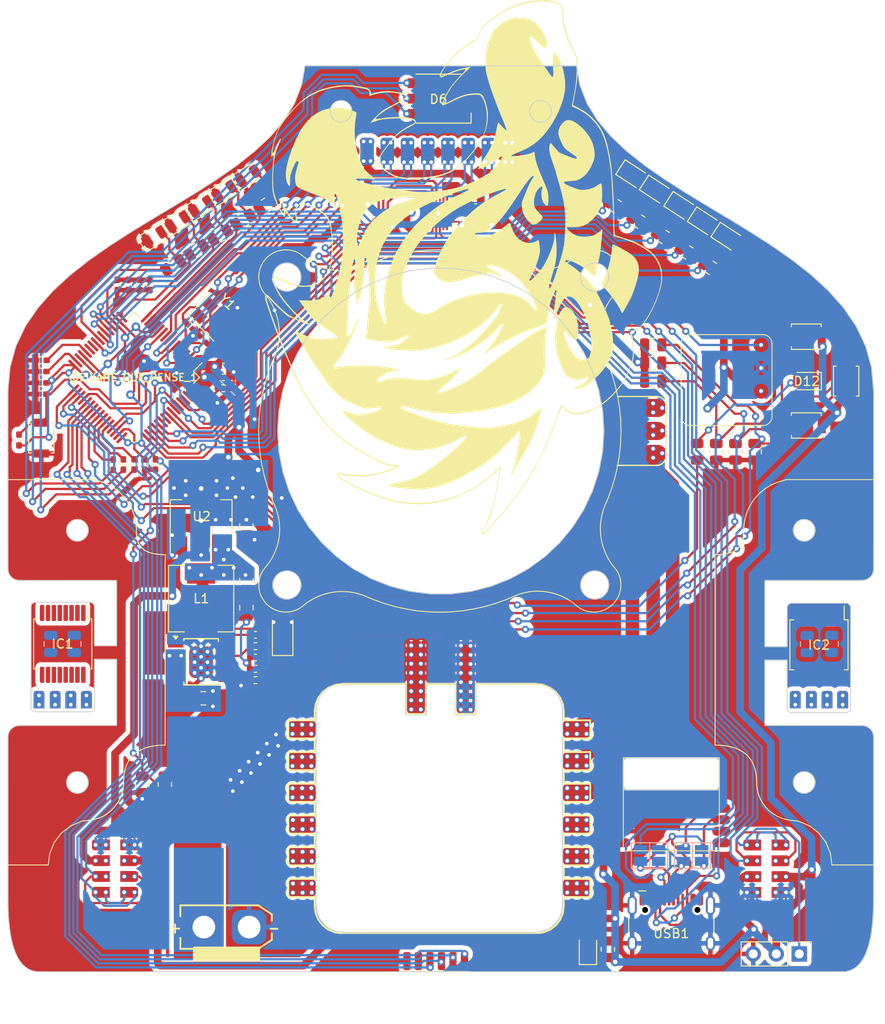
<source format=kicad_pcb>
(kicad_pcb (version 20240108) (generator "pcbnew") (generator_version "8.0")
  (layers (0 "F.Cu" signal) (31 "B.Cu" signal) (34 "B.Paste" user) (35 "F.Paste" user) (36 "B.SilkS" user "B.Silkscreen") (37 "F.SilkS" user "F.Silkscreen") (38 "B.Mask" user) (39 "F.Mask" user) (44 "Edge.Cuts" user))
  (net 0 "")
  (net 1 "GND")
  (net 2 "/BATT")
  (net 4 "+3V3")
  (net 8 "Net-(BT1-TX)")
  (net 9 "Net-(BT1-RX)")
  (net 10 "Net-(DEIXAME_QUE_PENSE_1-VCAP_2)")
  (net 11 "Net-(DEIXAME_QUE_PENSE_1-PH0{slash}OSC_IN)")
  (net 12 "Net-(DEIXAME_QUE_PENSE_1-PH1{slash}OSC_OUT)")
  (net 13 "Net-(DEIXAME_QUE_PENSE_1-VCAP_1)")
  (net 14 "/ENC_1_3.3")
  (net 15 "/ENC_1_GND")
  (net 16 "Net-(U1-REGOUT)")
  (net 17 "/ENC_2_3.3")
  (net 18 "/ENC_2_GND")
  (net 19 "/MENU_ARRIBA")
  (net 20 "/MENU_ABAJO")
  (net 21 "/MENU_ENTER")
  (net 22 "/RST")
  (net 23 "Net-(DC-DC1-SW)")
  (net 24 "Net-(DC-DC1-BST)")
  (net 25 "+5V")
  (net 26 "Net-(DC-DC1-FB)")
  (net 27 "Net-(D1-A)")
  (net 28 "Net-(D2-A)")
  (net 29 "Net-(D3-A)")
  (net 30 "Net-(D4-A)")
  (net 31 "Net-(D7-A)")
  (net 32 "Net-(D8-A)")
  (net 33 "Net-(D9-A)")
  (net 34 "Net-(D10-A)")
  (net 35 "Net-(D11-A)")
  (net 37 "Net-(DC-DC1-EN)")
  (net 39 "/MUX_A")
  (net 40 "/MUX_B")
  (net 41 "/MUX_C")
  (net 42 "/S_IZ_X8")
  (net 43 "/S_FR_X8")
  (net 44 "/S_DE_X8")
  (net 45 "/ANLG_BAT")
  (net 46 "/LED_1")
  (net 47 "/LED_2")
  (net 48 "/LED_3")
  (net 49 "/LED_4")
  (net 50 "/LED_5")
  (net 51 "/LED_6")
  (net 52 "/LED_7")
  (net 53 "/LED_8")
  (net 54 "Net-(DEIXAME_QUE_PENSE_1-PB2{slash}BOOT1)")
  (net 55 "Net-(DEIXAME_QUE_PENSE_1-PB10)")
  (net 56 "Net-(DEIXAME_QUE_PENSE_1-PB11)")
  (net 57 "/START_STOP")
  (net 58 "/MotorS2")
  (net 59 "/MotorS1")
  (net 60 "/MotorI")
  (net 61 "/MotorD")
  (net 62 "/LED_AUX")
  (net 63 "/RGB_R")
  (net 64 "/RGB_G")
  (net 65 "/RGB_B")
  (net 66 "/AUX")
  (net 67 "/SWDIO")
  (net 68 "/SWCLK")
  (net 69 "/SPI_NSS")
  (net 70 "/SPI_SCK")
  (net 71 "/SPI_MISO")
  (net 72 "/SPI_MOSI")
  (net 73 "/ENC_2_B")
  (net 74 "/ENC_2_A")
  (net 75 "/ENC_1_B")
  (net 76 "/ENC_1_A")
  (net 77 "/BOOT")
  (net 80 "/ENC_1_A_CONN")
  (net 81 "/ENC_1_B_CONN")
  (net 91 "/ENC_2_A_CONN")
  (net 92 "/ENC_2_B_CONN")
  (net 100 "/ESC_M1_T")
  (net 101 "/ESC_M1_S")
  (net 102 "/ESC_M1_R")
  (net 103 "/TX")
  (net 104 "/RX")
  (net 119 "Net-(D5-A)")
  (net 120 "Net-(D6-BA)")
  (net 121 "Net-(D6-GA)")
  (net 122 "Net-(D6-RA)")
  (net 123 "Net-(D12-A)")
  (net 124 "Net-(D13-A)")
  (net 125 "/LED_9")
  (net 126 "/LED_10")
  (footprint "custom_footprints:IR_Start" (layer "F.Cu") (at 180.5 80.4 90)
    (property "Reference" "MODULO_START_STOP1" (hide yes))
    (property "Value" "Conn_01x03_Female" (hide yes))
  )
  (footprint "Resistor_SMD:R_0805_2012Metric" (layer "F.Cu") (at 176.2 66.3 -33)
    (property "Reference" "R12" (hide yes))
    (property "Value" "330")
  )
  (footprint "Capacitor_SMD:C_0402_1005Metric_Pad0.74x0.62mm_HandSolder" (layer "F.Cu") (at 115.718635 69.890003 90)
    (property "Reference" "C8" (hide yes))
    (property "Value" "1uF")
  )
  (footprint "Resistor_SMD:R_0805_2012Metric" (layer "F.Cu") (at 173.6 64.6 -33)
    (property "Reference" "R11" (hide yes))
    (property "Value" "330")
  )
  (footprint "Capacitor_SMD:C_0402_1005Metric_Pad0.74x0.62mm_HandSolder" (layer "F.Cu") (at 124.95 80.09 180)
    (property "Reference" "C2" (hide yes))
    (property "Value" "0.1uF")
  )
  (footprint "Capacitor_SMD:C_0402_1005Metric_Pad0.74x0.62mm_HandSolder" (layer "F.Cu") (at 128.5 111)
    (property "Reference" "CR9" (hide yes))
    (property "Value" "0.1uF")
  )
  (footprint "Package_SO:SSOP-16_5.3x6.2mm_P0.65mm" (layer "F.Cu") (at 107.2246 109.5 -90)
    (property "Reference" "IC1")
    (property "Value" "AS5040")
  )
  (footprint "Capacitor_SMD:C_0402_1005Metric_Pad0.74x0.62mm_HandSolder" (layer "F.Cu") (at 114.45 69.890003 90)
    (property "Reference" "C11" (hide yes))
    (property "Value" "0.1uF")
  )
  (footprint "Resistor_SMD:R_0805_2012Metric" (layer "F.Cu") (at 167.4 143.2 90)
    (property "Reference" "R16" (hide yes))
    (property "Value" "1K")
  )
  (footprint "Capacitor_SMD:C_0805_2012Metric" (layer "F.Cu") (at 172.4 76.5)
    (property "Reference" "CR2" (hide yes))
    (property "Value" "0.1uF")
  )
  (footprint "Resistor_SMD:R_0805_2012Metric" (layer "F.Cu") (at 170.9 62.9 -33)
    (property "Reference" "R10" (hide yes))
    (property "Value" "330")
  )
  (footprint "Resistor_SMD:R_0805_2012Metric" (layer "F.Cu") (at 181.482502 88.299995 -90)
    (property "Reference" "R20" (hide yes))
    (property "Value" "47K")
  )
  (footprint "custom_footprints:SOP8_with_gnd_pad" (layer "F.Cu") (at 122.5 111.5)
    (property "Reference" "DC-DC1" (hide yes))
    (property "Value" "~" (hide yes))
  )
  (footprint "custom_footprints:FujitoraBot2_PCBmain_Encoder" (layer "F.Cu") (at 113 134.3)
    (property "Reference" "J_ENC_1" (hide yes))
    (property "Value" "Conn_01x04_Socket" (hide yes))
    (fp_line (start -0.5842 3.447534) (end -0.5842 -3.439066) (stroke (width 0.01)) (layer "Edge.Cuts"))
    (fp_line (start -0.4842 -3.539066) (end 0.4842 -3.539066) (stroke (width 0.01)) (layer "Edge.Cuts"))
    (fp_line (start 0.4842 3.547534) (end -0.4842 3.547534) (stroke (width 0.01)) (layer "Edge.Cuts"))
    (fp_line (start 0.5842 -3.439066) (end 0.5842 3.447534) (stroke (width 0.01)) (layer "Edge.Cuts"))
    (fp_arc (start -0.5842 -3.439066) (mid -0.554911 -3.509777) (end -0.4842 -3.539066) (stroke (width 0.01)) (layer "Edge.Cuts"))
    (fp_arc (start -0.4842 3.547534) (mid -0.554911 3.518245) (end -0.5842 3.447534) (stroke (width 0.01)) (layer "Edge.Cuts"))
    (fp_arc (start 0.4842 -3.539066) (mid 0.554907 -3.509771) (end 0.5842 -3.439066) (stroke (width 0.01)) (layer "Edge.Cuts"))
    (fp_arc (start 0.5842 3.447534) (mid 0.554916 3.518251) (end 0.4842 3.547534) (stroke (width 0.01)) (layer "Edge.Cuts"))
  )
  (footprint "Connector_PinHeader_2.54mm:PinHeader_1x03_P2.54mm_Vertical" (layer "F.Cu") (at 172.4 83.46)
    (property "Reference" "MOTOR_1" (hide yes))
    (property "Value" "Conn_01x03_Female" (hide yes))
  )
  (footprint "Capacitor_SMD:C_0402_1005Metric_Pad0.74x0.62mm_HandSolder" (layer "F.Cu") (at 104.858015 79.442696)
    (property "Reference" "C9" (hide yes))
    (property "Value" "2.2uF")
  )
  (footprint "Capacitor_SMD:C_0402_1005Metric_Pad0.74x0.62mm_HandSolder" (layer "F.Cu") (at 121.2 74.4 135)
    (property "Reference" "C6" (hide yes))
    (property "Value" "20pF")
  )
  (footprint "LED_SMD:LED_RGB_5050-6" (layer "F.Cu") (at 148.7 49.33 180)
    (property "Reference" "D6")
    (property "Value" "LED_RGB")
  )
  (footprint "Capacitor_SMD:C_0805_2012Metric" (layer "F.Cu") (at 127.5 105.5 90)
    (property "Reference" "CR8" (hide yes))
    (property "Value" "0.1uF")
  )
  (footprint "custom_footprints:FujitoraBot2_PCBmodule_encoder" (layer "F.Cu") (at 107.25 115.7)
    (property "Reference" "J_ENC_1_CONN1" (hide yes))
    (property "Value" "Conn_01x04_Pin" (hide yes))
  )
  (footprint "Resistor_SMD:R_0805_2012Metric" (layer "F.Cu") (at 183.6 88.299995 -90)
    (property "Reference" "R19" (hide yes))
    (property "Value" "47K")
  )
  (footprint "Button_Switch_SMD:SW_SPST_B3U-1000P" (layer "F.Cu") (at 193.7 80.5 -90)
    (property "Reference" "SW3" (hide yes))
    (property "Value" "SW_Push")
  )
  (footprint "Capacitor_SMD:C_0402_1005Metric_Pad0.74x0.62mm_HandSolder" (layer "F.Cu") (at 117.465367 89.700712 90)
    (property "Reference" "C3" (hide yes))
    (property "Value" "0.1uF")
  )
  (footprint "Package_TO_SOT_SMD:SOT-223-3_TabPin2" (layer "F.Cu") (at 122.5 95.5 90)
    (property "Reference" "U2")
    (property "Value" "LM1117MP-3.3")
  )
  (footprint "LOGO" (layer "F.Cu") (at 150.6 65.5 157.5)
    (property "Reference" "G***" (hide yes))
    (property "Value" "LOGO" (hide yes))
  )
  (footprint "Capacitor_SMD:C_0402_1005Metric_Pad0.74x0.62mm_HandSolder" (layer "F.Cu") (at 104.858015 80.7)
    (property "Reference" "C10" (hide yes))
    (property "Value" "0.1uF")
  )
  (footprint "custom_footprints:Fujitora_ESC" (layer "F.Cu") (at 148.840143 127.909023)
    (property "Reference" "ESC1" (hide yes))
    (property "Value" "ESC_x4_15A" (hide yes))
  )
  (footprint "Button_Switch_SMD:SW_SPST_B3U-1000P" (layer "F.Cu") (at 189.3 85.4)
    (property "Reference" "SW2" (hide yes))
    (property "Value" "SW_Push")
  )
  (footprint "custom_footprints:USB-C ST-Link USART" (layer "F.Cu") (at 174.39999 141.459997)
    (property "Reference" "USB1")
    (property "Value" "HRO-TYPE-C-31-M-12" (hide yes))
  )
  (footprint "custom_footprints:FujitoraBot2_PCBmain_Encoder" (layer "F.Cu") (at 184.9 134.3 180)
    (property "Reference" "J_ENC_2" (hide yes))
    (property "Value" "Conn_01x04_Socket" (hide yes))
    (fp_line (start 0.5842 -3.439066) (end 0.5842 3.447534) (stroke (width 0.01)) (layer "Edge.Cuts"))
    (fp_line (start 0.4842 3.547534) (end -0.4842 3.547534) (stroke (width 0.01)) (layer "Edge.Cuts"))
    (fp_line (start -0.4842 -3.539066) (end 0.4842 -3.539066) (stroke (width 0.01)) (layer "Edge.Cuts"))
    (fp_line (start -0.5842 3.447534) (end -0.5842 -3.439066) (stroke (width 0.01)) (layer "Edge.Cuts"))
    (fp_arc (start 0.5842 3.447534) (mid 0.554916 3.518251) (end 0.4842 3.547534) (stroke (width 0.01)) (layer "Edge.Cuts"))
    (fp_arc (start 0.4842 -3.539066) (mid 0.554907 -3.509771) (end 0.5842 -3.439066) (stroke (width 0.01)) (layer "Edge.Cuts"))
    (fp_arc (start -0.4842 3.547534) (mid -0.554911 3.518245) (end -0.5842 3.447534) (stroke (width 0.01)) (layer "Edge.Cuts"))
    (fp_arc (start -0.5842 -3.439066) (mid -0.554911 -3.509777) (end -0.4842 -3.539066) (stroke (width 0.01)) (layer "Edge.Cuts"))
  )
  (footprint "Capacitor_SMD:C_0805_2012Metric" (layer "F.Cu") (at 127.5 102.55 90)
    (property "Reference" "CR7" (hide yes))
    (property "Value" "0.1uF")
  )
  (footprint "Capacitor_SMD:C_0805_2012Metric" (layer "F.Cu") (at 172.399999 80.514998)
    (property "Reference" "CR1" (hide yes))
    (property "Value" "0.1uF")
  )
  (footprint "custom_footprints:FujitoraBot2_giro_MPU6500" (layer "F.Cu") (at 148.65 61.91)
    (property "Reference" "U1" (hide yes))
    (property "Value" "MPU-6500")
  )
  (footprint "custom_footprints:Fujitora_pads_ESC" (layer "F.Cu") (at 148.392 144.5035)
    (property "Reference" "J_ESC1" (hide yes))
    (property "Value" "Conn_01x06_Female" (hide yes))
  )
  (footprint "Resistor_SMD:R_0805_2012Metric" (layer "F.Cu") (at 116 125 -90)
    (property "Reference" "R24" (hide yes))
    (property "Value" "47K")
  )
  (footprint "LED_SMD:LED_0805_2012Metric" (layer "F.Cu") (at 170.2 57.8 -33)
    (property "Reference" "D7" (hide yes))
    (property "Value" "LED")
  )
  (footprint "Capacitor_SMD:C_0402_1005Metric_Pad0.74x0.62mm_HandSolder" (layer "F.Cu") (at 152.8 62.5)
    (property "Reference" "C17" (hide yes))
    (property "Value" "0.1uF")
  )
  (footprint "LED_SMD:LED_0805_2012Metric" (layer "F.Cu") (at 172.8 59.5 -33)
    (property "Reference" "D8" (hide yes))
    (property "Value" "LED")
  )
  (footprint "Capacitor_SMD:C_0402_1005Metric_Pad0.74x0.62mm_HandSolder" (layer "F.Cu") (at 124.95 78.89 180)
    (property "Reference" "C1" (hide yes))
    (property "Value" "4.7uF")
  )
  (footprint "Resistor_SMD:R_0805_2012Metric" (layer "F.Cu") (at 178.8 68 -33)
    (property "Reference" "R13" (hide yes))
    (property "Value" "330")
  )
  (footprint "Capacitor_SMD:C_0805_2012Metric_Pad1.18x1.45mm_HandSolder" (layer "F.Cu") (at 122.75 115.5)
    (property "Reference" "CR6" (hide yes))
    (property "Value" "0.1uF")
  )
  (footprint "Resistor_SMD:R_0402_1005Metric_Pad0.72x0.64mm_HandSolder" (layer "F.Cu") (at 128.5 113.5 180)
    (property "Reference" "R28" (hide yes))
    (property "Value" "45K")
  )
  (footprint "Resistor_SMD:R_0805_2012Metric" (layer "F.Cu") (at 168.3 61.2 -33)
    (property "Reference" "R9" (hide yes))
    (property "Value" "330")
  )
  (footprint "Capacitor_SMD:C_0402_1005Metric_Pad0.74x0.62mm_HandSolder" (layer "F.Cu") (at 122.7 75.9 -45)
    (property "Reference" "C5" (hide yes))
    (property "Value" "20uF")
  )
  (footprint "Capacitor_SMD:C_0402_1005Metric_Pad0.74x0.62mm_HandSolder" (layer "F.Cu") (at 113.915367 89.710712 -90)
    (property "Reference" "R7" (hide yes))
    (property "Value" "330")
  )
  (footprint "Capacitor_SMD:C_0402_1005Metric_Pad0.74x0.62mm_HandSolder" (layer "F.Cu") (at 113.240844 69.890003 90)
    (property "Reference" "C12" (hide yes))
    (property "Value" "1uF")
  )
  (footprint "Resistor_SMD:R_0805_2012Metric" (layer "F.Cu") (at 124.576197 64.384517 33)
    (property "Reference" "R3" (hide yes))
    (property "Value" "330")
  )
  (footprint "Button_Switch_SMD:SW_SPST_B3U-1000P" (layer "F.Cu") (at 189.3 75.6)
    (property "Reference" "SW1" (hide yes))
    (property "Value" "SW_Push")
  )
  (footprint "custom_footprints:Bluetooth_BLE_1x1cm" (layer "F.Cu") (at 174.4015 125.601)
    (property "Reference" "BT1" (hide yes))
    (property "Value" "~")
  )
  (footprint "Capacitor_SMD:C_0402_1005Metric_Pad0.74x0.62mm_HandSolder" (layer "F.Cu") (at 112.8 89.730712 -90)
    (property "Reference" "R8" (hide yes))
    (property "Value" "330")
  )
  (footprint "Resistor_SMD:R_0402_1005Metric_Pad0.72x0.64mm_HandSolder" (layer "F.Cu") (at 128.5 109.75)
    (property "Reference" "R29" (hide yes))
    (property "Value" "100k")
  )
  (footprint "Connector_PinHeader_2.54mm:PinHeader_1x03_P2.54mm_Vertical" (layer "F.Cu") (at 188.524999 143.711342 -90)
    (property "Reference" "PIN_AUXILIAR1" (hide yes))
    (property "Value" "Conn_01x03_Female")
  )
  (footprint "Inductor_SMD:L_Wuerth_HCM-7050" (layer "F.Cu") (at 122.5 104.5 90)
    (property "Reference" "L1")
    (property "Value" "L")
  )
  (footprint "Capacitor_SMD:C_0402_1005Metric_Pad0.74x0.62mm_HandSolder" (layer "F.Cu") (at 116.265367 89.700712 90)
    (property "Reference" "C4" (hide yes))
    (property "Value" "2.2uF")
  )
  (footprint "custom_footprints:XT30 connector" (layer "F.Cu") (at 127.8 140.75 180)
    (property "Reference" "BATT_1" (hide yes))
    (property "Value" "Conn_01x02_Female" (hide yes))
  )
  (footprint "Capacitor_SMD:C_0402_1005Metric_Pad0.74x0.62mm_HandSolder" (layer "F.Cu") (at 144.6 61.4)
    (property "Reference" "C16" (hide yes))
    (property "Value" "0.01uF")
  )
  (footprint "Crystal:Crystal_SMD_TXC_7M-4Pin_3.2x2.5mm" (layer "F.Cu") (at 123.65 73.49 -45)
    (property "Reference" "Y1")
    (property "Value" "Crystal_GND24")
  )
  (footprint "LED_SMD:LED_0805_2012Metric" (layer "F.Cu") (at 119.922377 62.873938 33)
    (property "Reference" "D4" (hide yes))
    (property "Value" "LED")
  )
  (footprint "Capacitor_SMD:C_0402_1005Metric_Pad0.74x0.62mm_HandSolder" (layer "F.Cu") (at 104.858015 81.937304 180)
    (property "Reference" "CR4" (hide yes))
    (property "Value" "0.1uF")
  )
  (footprint "Capacitor_SMD:C_0402_1005Metric_Pad0.74x0.62mm_HandSolder" (layer "F.Cu") (at 152.8 61.3)
    (property "Reference" "C15" (hide yes))
    (property "Value" "0.1uF")
  )
  (footprint "LED_SMD:LED_0805_2012Metric" (layer "F.Cu") (at 127.655254 57.852148 33)
    (property "Reference" "D1" (hide yes))
    (property "Value" "LED")
  )
  (footprint "Resistor_SMD:R_0805_2012Metric" (layer "F.Cu") (at 119.422566 67.731332 33)
    (property "Reference" "R5" (hide yes))
    (property "Value" "330")
  )
  (footprint "Resistor_SMD:R_0805_2012Metric" (layer "F.Cu") (at 177.247508 88.299995 90)
    (property "Reference" "R15" (hide yes))
    (property "Value" "330")
  )
  (footprint "LED_SMD:LED_0805_2012Metric" (layer "F.Cu") (at 117.344752 64.547866 33)
    (property "Reference" "D5" (hide yes))
    (property "Value" "LED")
  )
  (footprint "LED_SMD:LED_0805_2012Metric" (layer "F.Cu") (at 178.1 63 -33)
    (property "Reference" "D10" (hide yes))
    (property "Value" "LED")
  )
  (footprint "Resistor_SMD:R_0402_1005Metric_Pad0.72x0.64mm_HandSolder" (layer "F.Cu") (at 102.4 87 -90)
    (property "Reference" "R14" (hide yes))
    (property "Value" "47k")
  )
  (footprint "Resistor_SMD:R_0402_1005Metric_Pad0.72x0.64mm_HandSolder" (layer "F.Cu") (at 104.858015 78.2 180)
    (property "Reference" "R25" (hide yes))
    (property "Value" "47K")
  )
  (footprint "Capacitor_SMD:C_0402_1005Metric_Pad0.74x0.62mm_HandSolder" (layer "F.Cu") (at 144.6 62.4)
    (property "Reference" "C20" (hide yes))
    (property "Value" "4.7uF")
  )
  (footprint "Capacitor_SMD:C_0805_2012Metric" (layer "F.Cu") (at 172.4 78.5)
    (property "Reference" "CR3" (hide yes))
    (property "Value" "0.1uF")
  )
  (footprint "Capacitor_SMD:C_0402_1005Metric_Pad0.74x0.62mm_HandSolder" (layer "F.Cu") (at 128.5 108.5 180)
    (property "Reference" "CR5" (hide yes))
    (property "Value" "0.1uF")
  )
  (footprint "LED_SMD:LED_0805_2012Metric" (layer "F.Cu") (at 189.28 80.5 180)
    (property "Reference" "D12")
    (property "Value" "LED")
  )
  (footprint "Diode_SMD:D_1206_3216Metric" (layer "F.Cu") (at 131.5 108.5 90)
    (property "Reference" "D14" (hide yes))
    (property "Value" "D")
  )
  (footprint "Resistor_SMD:R_0805_2012Metric" (layer "F.Cu") (at 121.999384 66.057927 33)
    (property "Reference" "R4" (hide yes))
    (property "Value" "330")
  )
  (footprint "Resistor_SMD:R_0805_2012Metric" (layer "F.Cu") (at 179.365005 88.299995 -90)
    (property "Reference" "R18" (hide yes))
    (property "Value" "47K")
  )
  (footprint "LED_SMD:LED_0805_2012Metric" (layer "F.Cu") (at 122.5 61.2 33)
    (property "Reference" "D3" (hide yes))
    (property "Value" "LED")
  )
  (footprint "Resistor_SMD:R_0805_2012Metric" (layer "F.Cu") (at 118.5 125 -90)
    (property "Reference" "R23" (hide yes))
    (property "Value" "47K")
  )
  (footprint "LED_SMD:LED_0805_2012Metric" (layer "F.Cu") (at 175.5 61.3 -33)
    (property "Reference" "D9" (hide yes))
    (property "Value" "LED")
  )
  (footprint "Capacitor_SMD:C_0402_1005Metric_Pad0.74x0.62mm_HandSolder" (layer "F.Cu") (at 116.85 69.890003 90)
    (property "Reference" "C7" (hide yes))
    (property "Value" "0.1uF")
  )
  (footprint "Resistor_SMD:R_0402_1005Metric_Pad0.72x0.64mm_HandSolder" (layer "F.Cu") (at 128.5 112.25)
    (property "Reference" "R30" (hide yes))
    (property "Value" "60k")
  )
  (footprint "Button_Switch_SMD:SW_SPST_B3U-1000P" (layer "F.Cu") (at 104.858015 86.79 -90)
    (property "Reference" "SW4" (hide yes))
    (property "Value" "SW_Reset")
  )
  (footprint "Capacitor_SMD:C_0402_1005Metric_Pad0.74x0.62mm_HandSolder" (layer "F.Cu") (at 115.1 89.7 -90)
    (property "Reference" "R6" (hide yes))
    (property "Value" "330")
  )
  (footprint "LED_SMD:LED_0805_2012Metric" (layer "F.Cu") (at 125.077632 59.526069 33)
    (property "Reference" "D2" (hide yes))
    (property "Value" "LED")
  )
  (footprint "LED_SMD:LED_0805_2012Metric" (layer "F.Cu") (at 180.7 64.7 -33)
    (property "Reference" "D11" (hide yes))
    (property "Value" "LED")
  )
  (footprint "Capacitor_SMD:C_0805_2012Metric" (layer "F.Cu") (at 127.5 96.5 -90)
    (property "Reference" "CR10" (hide yes))
    (property "Value" "10uF")
  )
  (footprint "Package_QFP:LQFP-64_10x10mm_P0.5mm" (layer "F.Cu") (at 115.1 80.1 -135)
    (property "Reference" "DEIXAME_QUE_PENSE_1")
    (property "Value" "STM32F405RGT6")
  )
  (footprint "Resistor_SMD:R_0805_2012Metric" (layer "F.Cu") (at 127.153007 62.711118 33)
    (property "Reference" "R2" (hide yes))
    (property "Value" "330")
  )
  (footprint "LED_SMD:LED_0805_2012Metric" (layer "F.Cu") (at 165.2 143.2 90)
    (property "Reference" "D13" (hide yes))
    (property "Value" "LED")
  )
  (footprint "Package_SO:SSOP-16_5.3x6.2mm_P0.65mm" (layer "F.Cu") (at 190.7 109.6 -90)
    (property "Reference" "IC2")
    (property "Value" "AS5040")
  )
  (footprint "Resistor_SMD:R_0402_1005Metric_Pad0.72x0.64mm_HandSolder" (layer "F.Cu") (at 124.95 81.29)
    (property "Reference" "R17" (hide yes))
    (property "Value" "47K")
  )
  (footprint "Resistor_SMD:R_0805_2012Metric" (layer "F.Cu") (at 129.729823 61.037711 33)
    (property "Reference" "R1" (hide yes))
    (property "Value" "330")
  )
  (footprint "custom_footprints:FujitoraBot2_PCBmodule_encoder" (layer "F.Cu") (at 190.7254 115.7)
    (property "Reference" "J_ENC_2_CONN1" (hide yes))
    (property "Value" "Conn_01x04_Pin" (hide yes))
  )
  (footprint "custom_footprints:Fujitora_pads_morro" (layer "B.Cu") (at 148.66 55.2 180)
    (property "Reference" "J1" (hide yes))
    (property "Value" "MORRO1" (hide yes))
  )
  (footprint "Jumper:SolderJumper-2_P1.3mm_Open_Pad1.0x1.5mm" (layer "B.Cu") (at 175.74999 132.849997 90)
    (property "Reference" "JP3" (hide yes))
    (property "Value" "SolderJumper_2_Open")
  )
  (footprint "Capacitor_SMD:C_0805_2012Metric" (layer "B.Cu") (at 192.1 109.5 90)
    (property "Reference" "C19" (hide yes))
    (property "Value" "0.1uF")
  )
  (footprint "Capacitor_SMD:C_0805_2012Metric" (layer "B.Cu") (at 189.39 109.52 90)
    (property "Reference" "C18" (hide yes))
    (property "Value" "1uF")
  )
  (footprint "Jumper:SolderJumper-2_P1.3mm_Open_Pad1.0x1.5mm" (layer "B.Cu") (at 173 132.849997 90)
    (property "Reference" "JP1" (hide yes))
    (property "Value" "SolderJumper_2_Open")
  )
  (footprint "Capacitor_SMD:C_0805_2012Metric" (layer "B.Cu") (at 105.9 109.5 -90)
    (property "Reference" "C14" (hide yes))
    (property "Value" "0.1uF")
  )
  (footprint "Jumper:SolderJumper-2_P1.3mm_Open_Pad1.0x1.5mm" (layer "B.Cu") (at 177.75 132.849997 90)
    (property "Reference" "JP4" (hide yes))
    (property "Value" "SolderJumper_2_Open")
  )
  (footprint "Capacitor_SMD:C_0805_2012Metric" (layer "B.Cu") (at 108.5 109.5 -90)
    (property "Reference" "C13" (hide yes))
    (property "Value" "1uF")
  )
  (footprint "Jumper:SolderJumper-2_P1.3mm_Open_Pad1.0x1.5mm" (layer "B.Cu") (at 171 132.849997 -90)
    (property "Reference" "JP2" (hide yes))
    (property "Value" "SolderJumper_2_Open")
  )
  (gr_line (start 167.676456 66.642786) (end 167.959055 66.891931) (stroke (width 0.1)) (layer "F.SilkS"))
  (gr_line (start 152.596603 105.647754) (end 153.822775 105.373672) (stroke (width 0.1)) (layer "F.SilkS"))
  (gr_line (start 190.665534 130.358869) (end 191.460127 131.394403) (stroke (width 0.1)) (layer "F.SilkS"))
  (gr_line (start 166.975437 77.546624) (end 166.877748 77.280726) (stroke (width 0.1)) (layer "F.SilkS"))
  (gr_line (start 184.213807 126.581455) (end 184.481324 127.06247) (stroke (width 0.1)) (layer "F.SilkS"))
  (gr_line (start 184.81674 92.327744) (end 184.240166 92.785047) (stroke (width 0.1)) (layer "F.SilkS"))
  (gr_line (start 184.809337 127.504452) (end 185.192235 127.899838) (stroke (width 0.1)) (layer "F.SilkS"))
  (gr_line (start 129.037577 101.974553) (end 129.1872 101.628795) (stroke (width 0.1)) (layer "F.SilkS"))
  (gr_line (start 113.274688 127.06247) (end 112.946675 127.504452) (stroke (width 0.1)) (layer "F.SilkS"))
  (gr_line (start 183.728216 93.313696) (end 183.289648 93.904645) (stroke (width 0.1)) (layer "F.SilkS"))
  (gr_line (start 115.589875 121.326114) (end 115.876607 121.171869) (stroke (width 0.1)) (layer "F.SilkS"))
  (gr_line (start 111.632646 91.657115) (end 112.307942 91.949611) (stroke (width 0.1)) (layer "F.SilkS"))
  (gr_line (start 157.042995 67.766314) (end 156.211468 67.406479) (stroke (width 0.1)) (layer "F.SilkS"))
  (gr_line (start 168.836254 68.919019) (end 168.82442 69.295576) (stroke (width 0.1)) (layer "F.SilkS"))
  (gr_line (start 183.714491 123.639789) (end 183.634206 123.30045) (stroke (width 0.1)) (layer "F.SilkS"))
  (gr_line (start 128.897154 103.46007) (end 128.861699 103.084999) (stroke (width 0.1)) (layer "F.SilkS"))
  (gr_line (start 131.050956 74.213263) (end 131.002865 73.935399) (stroke (width 0.1)) (layer "F.SilkS"))
  (gr_line (start 179.609696 99.643738) (end 179.197475 99.653214) (stroke (width 0.1)) (layer "F.SilkS"))
  (gr_line (start 137.899924 68.321422) (end 137.616899 68.309526) (stroke (width 0.1)) (layer "F.SilkS"))
  (gr_line (start 109.331917 129.064774) (end 108.126012 129.564276) (stroke (width 0.1)) (layer "F.SilkS"))
  (gr_line (start 137.053765 68.248645) (end 136.774736 68.199779) (stroke (width 0.1)) (layer "F.SilkS"))
  (gr_line (start 134.680244 104.638007) (end 134.439468 104.784799) (stroke (width 0.1)) (layer "F.SilkS"))
  (gr_line (start 158.116304 68.109196) (end 158.392408 68.166529) (stroke (width 0.1)) (layer "F.SilkS"))
  (gr_line (start 139.305545 103.837489) (end 139.027286 103.791742) (stroke (width 0.1)) (layer "F.SilkS"))
  (gr_line (start 166.638709 95.8237) (end 166.604627 96.103627) (stroke (width 0.1)) (layer "F.SilkS"))
  (gr_line (start 134.918167 67.525176) (end 134.672855 67.383518) (stroke (width 0.1)) (layer "F.SilkS"))
  (gr_line (start 129.1872 70.375223) (end 129.037577 70.029465) (stroke (width 0.1)) (layer "F.SilkS"))
  (gr_line (start 131.059244 76.180319) (end 131.093327 75.900391) (stroke (width 0.1)) (layer "F.SilkS"))
  (gr_line (start 142.668637 105.023139) (end 143.875179 105.373672) (stroke (width 0.1)) (layer "F.SilkS"))
  (gr_line (start 112.307942 91.949611) (end 112.939272 92.327744) (stroke (width 0.1)) (layer "F.SilkS"))
  (gr_line (start 172.8 82.2) (end 168.5 82.2) (stroke (width 0.15)) (layer "F.SilkS"))
  (gr_line (start 163.025099 104.6205) (end 163.263975 104.77276) (stroke (width 0.1)) (layer "F.SilkS"))
  (gr_line (start 159.798029 103.682596) (end 160.081055 103.694493) (stroke (width 0.1)) (layer "F.SilkS"))
  (gr_line (start 130.668775 66.259988) (end 131.023246 66.13237) (stroke (width 0.1)) (layer "F.SilkS"))
  (gr_line (start 167.619728 71.587011) (end 167.782299 71.355029) (stroke (width 0.1)) (layer "F.SilkS"))
  (gr_line (start 145.101351 105.647754) (end 146.342312 105.844303) (stroke (width 0.1)) (layer "F.SilkS"))
  (gr_line (start 157.57026 104.03078) (end 157.84018 103.944824) (stroke (width 0.1)) (layer "F.SilkS"))
  (gr_line (start 167.029178 66.259988) (end 167.364859 66.431025) (stroke (width 0.1)) (layer "F.SilkS"))
  (gr_line (start 139.307947 68.195271) (end 139.029094 68.24513) (stroke (width 0.1)) (layer "F.SilkS"))
  (gr_line (start 168.765485 102.336337) (end 168.82442 102.708442) (stroke (width 0.1)) (layer "F.SilkS"))
  (gr_line (start 115.358098 96.676977) (end 115.353782 96.945931) (stroke (width 0.1)) (layer "F.SilkS"))
  (gr_line (start 166.717733 76.737383) (end 166.655715 76.46098) (stroke (width 0.1)) (layer "F.SilkS"))
  (gr_line (start 117.252921 120.760548) (end 117.654346 120.709133) (stroke (width 0.1)) (layer "F.SilkS"))
  (gr_line (start 140.392241 104.135231) (end 140.125473 104.043823) (stroke (width 0.1)) (layer "F.SilkS"))
  (gr_line (start 131.013497 76.458578) (end 131.059244 76.180319) (stroke (width 0.1)) (layer "F.SilkS"))
  (gr_line (start 134.205034 104.941521) (end 133.977354 105.107901) (stroke (width 0.1)) (layer "F.SilkS"))
  (gr_line (start 135.436375 104.259694) (end 135.179133 104.375225) (stroke (width 0.1)) (layer "F.SilkS"))
  (gr_line (start 147.593166 66.041475) (end 146.342312 66.159715) (stroke (width 0.1)) (layer "F.SilkS"))
  (gr_line (start 130.372143 99.932819) (end 130.230486 100.178131) (stroke (width 0.1)) (layer "F.SilkS"))
  (gr_line (start 165.55541 66.026566) (end 165.931967 66.014732) (stroke (width 0.1)) (layer "F.SilkS"))
  (gr_line (start 114.225029 122.981677) (end 114.351192 122.68347) (stroke (width 0.1)) (layer "F.SilkS"))
  (gr_line (start 116.03137 98.984978) (end 116.164647 99.09309) (stroke (width 0.1)) (layer "F.SilkS"))
  (gr_line (start 129.283088 70.537362) (end 129.561031 70.914944) (stroke (width 0.1)) (layer "F.SilkS"))
  (gr_line (start 166.60234 74.206797) (end 166.651207 73.927769) (stroke (width 0.1)) (layer "F.SilkS"))
  (gr_line (start 182.429931 121.500925) (end 182.166137 121.326114) (stroke (width 0.1)) (layer "F.SilkS"))
  (gr_line (start 129.277993 67.486127) (end 129.489754 67.17453) (stroke (width 0.1)) (layer "F.SilkS"))
  (gr_line (start 158.950595 68.246359) (end 159.231701 68.268717) (stroke (width 0.1)) (layer "F.SilkS"))
  (gr_line (start 167.788489 100.645952) (end 167.954869 100.873632) (stroke (width 0.1)) (layer "F.SilkS"))
  (gr_line (start 129.283088 101.466656) (end 129.561031 101.089075) (stroke (width 0.1)) (layer "F.SilkS"))
  (gr_line (start 128.979338 103.82774) (end 128.897154 103.46007) (stroke (width 0.1)) (layer "F.SilkS"))
  (gr_line (start 131.167886 96.667787) (end 131.16839 96.951062) (stroke (width 0.1)) (layer "F.SilkS"))
  (gr_line (start 140.393591 67.875549) (end 140.127693 67.973238) (stroke (width 0.1)) (layer "F.SilkS"))
  (gr_line (start 156.211468 67.406479) (end 155.029317 66.980879) (stroke (width 0.1)) (layer "F.SilkS"))
  (gr_line (start 117.795649 99.618246) (end 118.146316 99.643738) (stroke (width 0.1)) (layer "F.SilkS"))
  (gr_line (start 168.8008 103.46007) (end 168.718616 103.82774) (stroke (width 0.1)) (layer "F.SilkS"))
  (gr_line (start 115.714568 98.600156) (end 115.809171 98.741519) (stroke (width 0.1)) (layer "F.SilkS"))
  (gr_line (start 167.32581 72.071199) (end 167.467468 71.825887) (stroke (width 0.1)) (layer "F.SilkS"))
  (gr_line (start 138.466181 68.308014) (end 138.183199 68.320918) (stroke (width 0.1)) (layer "F.SilkS"))
  (gr_line (start 167.001978 99.152768) (end 167.106661 99.414611) (stroke (width 0.1)) (layer "F.SilkS"))
  (gr_line (start 168.494722 89.749635) (end 168.691271 88.508674) (stroke (width 0.1)) (layer "F.SilkS"))
  (gr_line (start 145.101351 66.356264) (end 143.875179 66.630346) (stroke (width 0.1)) (layer "F.SilkS"))
  (gr_line (start 160.915587 68.155897) (end 161.191199 68.09624) (stroke (width 0.1)) (layer "F.SilkS"))
  (gr_line (start 182.40223 96.945931) (end 182.39291 97.271798) (stroke (width 0.1)) (layer "F.SilkS"))
  (gr_line (start 183.817715 124.781202) (end 183.81438 124.988999) (stroke (width 0.1)) (layer "F.SilkS"))
  (gr_line (start 131.156493 97.234087) (end 131.132219 97.516321) (stroke (width 0.1)) (layer "F.SilkS"))
  (gr_line (start 182.670786 121.696302) (end 182.429931 121.500925) (stroke (width 0.1)) (layer "F.SilkS"))
  (gr_line (start 129.489754 67.17453) (end 129.738899 66.891931) (stroke (width 0.1)) (layer "F.SilkS"))
  (gr_line (start 157.305712 67.868787) (end 157.572481 67.960195) (stroke (width 0.1)) (layer "F.SilkS"))
  (gr_line (start 166.825866 98.61711) (end 166.908325 98.886779) (stroke (width 0.1)) (layer "F.SilkS"))
  (gr_line (start 135.426207 67.775618) (end 135.169445 67.655959) (stroke (width 0.1)) (layer "F.SilkS"))
  (gr_line (start 162.009992 104.120096) (end 162.271746 104.2284) (stroke (width 0.1)) (layer "F.SilkS"))
  (gr_line (start 159.513497 68.279311) (end 159.795489 68.278123) (stroke (width 0.1)) (layer "F.SilkS"))
  (gr_line (start 166.982199 94.458744) (end 166.890791 94.725513) (stroke (width 0.1)) (layer "F.SilkS"))
  (gr_line (start 168.590998 67.821808) (end 168.718616 68.176278) (stroke (width 0.1)) (layer "F.SilkS"))
  (gr_line (start 165.183305 105.918517) (end 164.821521 105.813409) (stroke (width 0.1)) (layer "F.SilkS"))
  (gr_line (start 153.822775 66.630346) (end 152.596603 66.356264) (stroke (width 0.1)) (layer "F.SilkS"))
  (gr_line (start 133.38433 105.567897) (end 133.761911 105.289955) (stroke (width 0.1)) (layer "F.SilkS"))
  (gr_line (start 166.605855 76.182127) (end 166.56825 75.901358) (stroke (width 0.1)) (layer "F.SilkS"))
  (gr_line (start 168.765485 69.667681) (end 168.660377 70.029465) (stroke (width 0.1)) (layer "F.SilkS"))
  (gr_line (start 162.261579 67.744325) (end 162.518821 67.628793) (stroke (width 0.1)) (layer "F.SilkS"))
  (gr_line (start 135.698218 104.15501) (end 135.436375 104.259694) (stroke (width 0.1)) (layer "F.SilkS"))
  (gr_line (start 131.16839 96.951062) (end 131.156493 97.234087) (stroke (width 0.1)) (layer "F.SilkS"))
  (gr_line (start 168.8008 68.543948) (end 168.836254 68.919019) (stroke (width 0.1)) (layer "F.SilkS"))
  (gr_line (start 165.931967 66.014732) (end 166.307038 66.050186) (stroke (width 0.1)) (layer "F.SilkS"))
  (gr_line (start 181.724642 98.984978) (end 181.591365 99.09309) (stroke (width 0.1)) (layer "F.SilkS"))
  (gr_line (start 163.7206 105.107901) (end 163.936042 105.289955) (stroke (width 0.1)) (layer "F.SilkS"))
  (gr_line (start 166.542972 75.619213) (end 166.530068 75.336232) (stroke (width 0.1)) (layer "F.SilkS"))
  (gr_line (start 133.977354 66.896117) (end 133.38433 66.436121) (stroke (width 0.1)) (layer "F.SilkS"))
  (gr_line (start 130.872087 73.386909) (end 130.789629 73.117239) (stroke (width 0.1)) (layer "F.SilkS"))
  (gr_line (start 131.765987 66.014732) (end 132.142544 66.026566) (stroke (width 0.1)) (layer "F.SilkS"))
  (gr_line (start 159.514754 103.6831) (end 159.798029 103.682596) (stroke (width 0.1)) (layer "F.SilkS"))
  (gr_line (start 111.014149 91.480705) (end 110.626012 91.37) (stroke (width 0.1)) (layer "F.SilkS"))
  (gr_line (start 182.39291 97.271798) (end 182.366753 97.561036) (stroke (width 0.1)) (layer "F.SilkS"))
  (gr_line (start 146.342312 105.844303) (end 147.593166 105.962544) (stroke (width 0.1)) (layer "F.SilkS"))
  (gr_line (start 167.870107 92.182349) (end 168.22064 90.975807) (stroke (width 0.1)) (layer "F.SilkS"))
  (gr_line (start 168.809511 87.25782) (end 168.848977 86.002009) (stroke (width 0.1)) (layer "F.SilkS"))
  (gr_line (start 131.765987 105.989287) (end 131.390916 105.953832) (stroke (width 0.1)) (layer "F.SilkS"))
  (gr_line (start 113.938297 124.781202) (end 113.949767 124.380165) (stroke (width 0.1)) (layer "F.SilkS"))
  (gr_line (start 161.473525 103.938359) (end 161.743748 104.023354) (stroke (width 0.1)) (layer "F.SilkS"))
  (gr_line (start 128.873533 69.295576) (end 128.861699 68.919019) (stroke (width 0.1)) (layer "F.SilkS"))
  (gr_line (start 156.211468 104.597539) (end 157.042995 104.237705) (stroke (width 0.1)) (layer "F.SilkS"))
  (gr_line (start 114.672332 122.148754) (end 114.867309 121.912245) (stroke (width 0.1)) (layer "F.SilkS"))
  (gr_line (start 167.959055 105.112087) (end 167.676456 105.361232) (stroke (width 0.1)) (layer "F.SilkS"))
  (gr_line (start 166.877748 77.280726) (end 166.791792 77.010806) (stroke (width 0.1)) (layer "F.SilkS"))
  (gr_line (start 130.668775 105.744031) (end 130.333095 105.572993) (stroke (width 0.1)) (layer "F.SilkS"))
  (gr_line (start 129.283088 70.537362) (end 129.1872 70.375223) (stroke (width 0.1)) (layer "F.SilkS"))
  (gr_line (start 167.106661 99.414611) (end 167.222193 99.671853) (stroke (width 0.1)) (layer "F.SilkS"))
  (gr_line (start 131.154982 96.384805) (end 131.167886 96.667787) (stroke (width 0.1)) (layer "F.SilkS"))
  (gr_line (start 115.363102 97.271798) (end 115.389259 97.561036) (stroke (width 0.1)) (layer "F.SilkS"))
  (gr_line (start 130.695976 72.851251) (end 130.591292 72.589407) (stroke (width 0.1)) (layer "F.SilkS"))
  (gr_line (start 128.861699 68.919019) (end 128.897154 68.543948) (stroke (width 0.1)) (layer "F.SilkS"))
  (gr_line (start 111.155304 128.743437) (end 110.626012 128.894403) (stroke (width 0.1)) (layer "F.SilkS"))
  (gr_line (start 128.848977 86.002009) (end 128.888442 87.25782) (stroke (width 0.1)) (layer "F.SilkS"))
  (gr_line (start 167.954869 71.130386) (end 168.136923 70.914944) (stroke (width 0.1)) (layer "F.SilkS"))
  (gr_line (start 184.481324 127.06247) (end 184.809337 127.504452) (stroke (width 0.1)) (layer "F.SilkS"))
  (gr_line (start 191.460127 131.394403) (end 191.959629 132.600308) (stroke (width 0.1)) (layer "F.SilkS"))
  (gr_line (start 143.875179 105.373672) (end 145.101351 105.647754) (stroke (width 0.1)) (layer "F.SilkS"))
  (gr_line (start 151.355641 66.159715) (end 150.104787 66.041475) (stroke (width 0.1)) (layer "F.SilkS"))
  (gr_line (start 135.964207 104.061357) (end 135.698218 104.15501) (stroke (width 0.1)) (layer "F.SilkS"))
  (gr_line (start 130.887346 77.008151) (end 130.956164 76.734682) (stroke (width 0.1)) (layer "F.SilkS"))
  (gr_line (start 179.960363 99.618246) (end 179.609696 99.643738) (stroke (width 0.1)) (layer "F.SilkS"))
  (gr_line (start 181.438531 99.194371) (end 181.262617 99.289002) (stroke (width 0.1)) (layer "F.SilkS"))
  (gr_line (start 148.848977 66.002009) (end 147.593166 66.041475) (stroke (width 0.1)) (layer "F.SilkS"))
  (gr_line (start 152.596603 66.356264) (end 151.355641 66.159715) (stroke (width 0.1)) (layer "F.SilkS"))
  (gr_line (start 166.712242 73.651147) (end 166.785326 73.377461) (stroke (width 0.1)) (layer "F.SilkS"))
  (gr_line (start 168.660377 101.974553) (end 168.765485 102.336337) (stroke (width 0.1)) (layer "F.SilkS"))
  (gr_line (start 130.820206 94.723293) (end 130.906162 94.993212) (stroke (width 0.1)) (layer "F.SilkS"))
  (gr_line (start 116.69534 99.376178) (end 116.92549 99.454446) (stroke (width 0.1)) (layer "F.SilkS"))
  (gr_line (start 129.203232 82.254383) (end 129.006683 83.495344) (stroke (width 0.1)) (layer "F.SilkS"))
  (gr_line (start 128.897154 68.543948) (end 128.979338 68.176278) (stroke (width 0.1)) (layer "F.SilkS"))
  (gr_line (start 138.748326 68.282736) (end 138.466181 68.308014) (stroke (width 0.1)) (layer "F.SilkS"))
  (gr_line (start 116.164647 99.09309) (end 116.317481 99.194371) (stroke (width 0.1)) (layer "F.SilkS"))
  (gr_line (start 139.029094 68.24513) (end 138.748326 68.282736) (stroke (width 0.1)) (layer "F.SilkS"))
  (gr_line (start 115.085226 121.696302) (end 115.326081 121.500925) (stroke (width 0.1)) (layer "F.SilkS"))
  (gr_line (start 129.477314 81.028211) (end 129.203232 82.254383) (stroke (width 0.1)) (layer "F.SilkS"))
  (gr_line (start 183.08368 122.148754) (end 182.888703 121.912245) (stroke (width 0.1)) (layer "F.SilkS"))
  (gr_line (start 129.738899 105.112087) (end 129.489754 104.829488) (stroke (width 0.1)) (layer "F.SilkS"))
  (gr_line (start 130.212979 71.833276) (end 130.066187 71.5925) (stroke (width 0.1)) (layer "F.SilkS"))
  (gr_line (start 167.029178 105.744031) (end 166.674708 105.871648) (stroke (width 0.1)) (layer "F.SilkS"))
  (gr_line (start 168.414865 70.537362) (end 168.136923 70.914944) (stroke (width 0.1)) (layer "F.SilkS"))
  (gr_line (start 146.342312 66.159715) (end 145.101351 66.356264) (stroke (width 0.1)) (layer "F.SilkS"))
  (gr_line (start 157.304362 104.12847) (end 157.57026 104.03078) (stroke (width 0.1)) (layer "F.SilkS"))
  (gr_line (start 129.006683 83.495344) (end 128.888442 84.746199) (stroke (width 0.1)) (layer "F.SilkS"))
  (gr_line (start 129.915655 100.648989) (end 129.743085 100.873632) (stroke (width 0.1)) (layer "F.SilkS"))
  (gr_line (start 166.585832 97.230217) (end 166.610557 97.511125) (stroke (width 0.1)) (layer "F.SilkS"))
  (gr_line (start 130.253447 93.3645) (end 130.613281 94.196028) (stroke (width 0.1)) (layer "F.SilkS"))
  (gr_line (start 158.113603 103.870766) (end 158.390006 103.808747) (stroke (width 0.1)) (layer "F.SilkS"))
  (gr_line (start 129.743085 71.130386) (end 129.561031 70.914944) (stroke (width 0.1)) (layer "F.SilkS"))
  (gr_line (start 166.307038 66.050186) (end 166.674708 66.13237) (stroke (width 0.1)) (layer "F.SilkS"))
  (gr_line (start 163.7206 66.896117) (end 163.936042 66.714063) (stroke (width 0.1)) (layer "F.SilkS"))
  (gr_line (start 130.230486 100.178131) (end 130.078226 100.417007) (stroke (width 0.1)) (layer "F.SilkS"))
  (gr_line (start 157.842835 68.040378) (end 158.116304 68.109196) (stroke (width 0.1)) (layer "F.SilkS"))
  (gr_line (start 159.795489 68.278123) (end 160.077185 68.265154) (stroke (width 0.1)) (layer "F.SilkS"))
  (gr_line (start 118.526012 120.668001) (end 118.07871 120.678284) (stroke (width 0.1)) (layer "F.SilkS"))
  (gr_line (start 130.789629 73.117239) (end 130.695976 72.851251) (stroke (width 0.1)) (layer "F.SilkS"))
  (gr_line (start 158.670667 68.212277) (end 158.950595 68.246359) (stroke (width 0.1)) (layer "F.SilkS"))
  (gr_line (start 168.590998 104.182211) (end 168.419961 104.517891) (stroke (width 0.1)) (layer "F.SilkS"))
  (gr_line (start 166.695088 98.068619) (end 166.754746 98.344231) (stroke (width 0.1)) (layer "F.SilkS"))
  (gr_line (start 128.888442 84.746199) (end 128.848977 86.002009) (stroke (width 0.1)) (layer "F.SilkS"))
  (gr_line (start 180.830522 99.454446) (end 180.570792 99.522053) (stroke (width 0.1)) (layer "F.SilkS"))
  (gr_line (start 114.351192 122.68347) (end 114.500292 122.405829) (stroke (width 0.1)) (layer "F.SilkS"))
  (gr_line (start 189.63 129.564276) (end 190.665534 130.358869) (stroke (width 0.1)) (layer "F.SilkS"))
  (gr_line (start 113.949767 124.380165) (end 113.984174 123.999694) (stroke (width 0.1)) (layer "F.SilkS"))
  (gr_line (start 137.620769 103.738864) (end 137.339861 103.76359) (stroke (width 0.1)) (layer "F.SilkS"))
  (gr_line (start 130.912627 98.626557) (end 130.827632 98.896781) (stroke (width 0.1)) (layer "F.SilkS"))
  (gr_line (start 168.2082 67.17453) (end 168.419961 67.486127) (stroke (width 0.1)) (layer "F.SilkS"))
  (gr_line (start 182.66129 95.232105) (end 182.482252 95.945903) (stroke (width 0.1)) (layer "F.SilkS"))
  (gr_line (start 129.743085 100.873632) (end 129.561031 101.089075) (stroke (width 0.1)) (layer "F.SilkS"))
  (gr_line (start 110.626012 91.37) (end 101.126012 91.37) (stroke (width 0.1)) (layer "F.SilkS"))
  (gr_line (start 131.046746 98.07625) (end 130.985712 98.352872) (stroke (width 0.1)) (layer "F.SilkS"))
  (gr_line (start 166.967064 72.840994) (end 167.075368 72.57924) (stroke (width 0.1)) (layer "F.SilkS"))
  (gr_line (start 129.106955 67.821808) (end 129.277993 67.486127) (stroke (width 0.1)) (layer "F.SilkS"))
  (gr_line (start 112.946675 127.504452) (end 112.563777 127.899838) (stroke (width 0.1)) (layer "F.SilkS"))
  (gr_line (start 143.875179 66.630346) (end 142.668637 66.980879) (stroke (width 0.1)) (layer "F.SilkS"))
  (gr_line (start 166.307038 105.953832) (end 165.931967 105.989287) (stroke (width 0.1)) (layer "F.SilkS"))
  (gr_line (start 110.626012 128.894403) (end 109.331917 129.064774) (stroke (width 0.1)) (layer "F.SilkS"))
  (gr_line (start 168.660377 70.029465) (end 168.510754 70.375223) (stroke (width 0.1)) (layer "F.SilkS"))
  (gr_line (start 165.55541 105.977453) (end 165.183305 105.918517) (stroke (width 0.1)) (layer "F.SilkS"))
  (gr_line (start 184.011363 126.069637) (end 184.213807 126.581455) (stroke (width 0.1)) (layer "F.SilkS"))
  (gr_line (start 155.029317 66.980879) (end 153.822775 66.630346) (stroke (width 0.1)) (layer "F.SilkS"))
  (gr_line (start 130.622586 99.424779) (end 130.502927 99.681541) (stroke (width 0.1)) (layer "F.SilkS"))
  (gr_line (start 117.475218 99.577205) (end 117.795649 99.618246) (stroke (width 0.1)) (layer "F.SilkS"))
  (gr_line (start 148.848977 106.002009) (end 150.104787 105.962544) (stroke (width 0.1)) (layer "F.SilkS"))
  (gr_line (start 116.874435 120.83253) (end 117.252921 120.760548) (stroke (width 0.1)) (layer "F.SilkS"))
  (gr_line (start 185.44807 91.949611) (end 184.81674 92.327744) (stroke (width 0.1)) (layer "F.SilkS"))
  (gr_line (start 166.908325 98.886779) (end 167.001978 99.152768) (stroke (width 0.1)) (layer "F.SilkS"))
  (gr_line (start 128.932469 102.336337) (end 129.037577 101.974553) (stroke (width 0.1)) (layer "F.SilkS"))
  (gr_line (start 179.23 101.067999) (end 179.197475 99.653214) (stroke (width 0.1)) (layer "F.SilkS"))
  (gr_line (start 130.591292 72.589407) (end 130.475761 72.332165) (stroke (width 0.1)) (layer "F.SilkS"))
  (gr_line (start 133.222191 105.663786) (end 132.876433 105.813409) (stroke (width 0.1)) (layer "F.SilkS"))
  (gr_line (start 147.593166 105.962544) (end 148.848977 106.002009) (stroke (width 0.1)) (layer "F.SilkS"))
  (gr_line (start 130.613281 77.80799) (end 130.253447 78.639518) (stroke (width 0.1)) (layer "F.SilkS"))
  (gr_line (start 162.271746 104.2284) (end 162.528508 104.348059) (stroke (width 0.1)) (layer "F.SilkS"))
  (gr_line (start 164.475763 66.340232) (end 164.821521 66.190609) (stroke (width 0.1)) (layer "F.SilkS"))
  (gr_line (start 181.060672 99.376178) (end 180.830522 99.454446) (stroke (width 0.1)) (layer "F.SilkS"))
  (gr_line (start 115.326081 121.500925) (end 115.589875 121.326114) (stroke (width 0.1)) (layer "F.SilkS"))
  (gr_line (start 113.515846 92.785047) (end 114.027796 93.313696) (stroke (width 0.1)) (layer "F.SilkS"))
  (gr_line (start 131.112122 74.773801) (end 131.087396 74.492893) (stroke (width 0.1)) (layer "F.SilkS"))
  (gr_line (start 134.439468 104.784799) (end 134.205034 104.941521) (stroke (width 0.1)) (layer "F.SilkS"))
  (gr_line (start 139.58165 103.894822) (end 139.305545 103.837489) (stroke (width 0.1)) (layer "F.SilkS"))
  (gr_line (start 182.888703 121.912245) (end 182.670786 121.696302) (stroke (width 0.1)) (layer "F.SilkS"))
  (gr_line (start 155.029317 105.023139) (end 156.211468 104.597539) (stroke (width 0.1)) (layer "F.SilkS"))
  (gr_line (start 167.467468 71.825887) (end 167.619728 71.587011) (stroke (width 0.1)) (layer "F.SilkS"))
  (gr_line (start 164.313624 105.567897) (end 163.936042 105.289955) (stroke (width 0.1)) (layer "F.SilkS"))
  (gr_line (start 113.744649 126.069637) (end 113.542205 126.581455) (stroke (width 0.1)) (layer "F.SilkS"))
  (gr_line (start 182.482252 95.945903) (end 182.397914 96.676977) (stroke (width 0.1)) (layer "F.SilkS"))
  (gr_line (start 160.923217 103.80424) (end 161.199839 103.865274) (stroke (width 0.1)) (layer "F.SilkS"))
  (gr_line (start 157.572481 67.960195) (end 157.842835 68.040378) (stroke (width 0.1)) (layer "F.SilkS"))
  (gr_line (start 168.836254 103.084999) (end 168.8008 103.46007) (stroke (width 0.1)) (layer "F.SilkS"))
  (gr_line (start 130.078226 100.417007) (end 129.915655 100.648989) (stroke (width 0.1)) (layer "F.SilkS"))
  (gr_line (start 114.824046 94.547783) (end 115.094722 95.232105) (stroke (width 0.1)) (layer "F.SilkS"))
  (gr_line (start 111.660363 128.524676) (end 111.155304 128.743437) (stroke (width 0.1)) (layer "F.SilkS"))
  (gr_line (start 136.782367 103.848121) (end 136.506755 103.907778) (stroke (width 0.1)) (layer "F.SilkS"))
  (gr_line (start 166.655715 76.46098) (end 166.605855 76.182127) (stroke (width 0.1)) (layer "F.SilkS"))
  (gr_line (start 166.754746 98.344231) (end 166.825866 98.61711) (stroke (width 0.1)) (layer "F.SilkS"))
  (gr_line (start 187.13 91.37) (end 196.63 91.37) (stroke (width 0.1)) (layer "F.SilkS"))
  (gr_line (start 157.042995 67.766314) (end 157.305712 67.868787) (stroke (width 0.1)) (layer "F.SilkS"))
  (gr_line (start 164.821521 105.813409) (end 164.475763 105.663786) (stroke (width 0.1)) (layer "F.SilkS"))
  (gr_line (start 166.791792 77.010806) (end 166.717733 76.737383) (stroke (width 0.1)) (layer "F.SilkS"))
  (gr_line (start 183.289648 93.904645) (end 182.931966 94.547783) (stroke (width 0.1)) (layer "F.SilkS"))
  (gr_line (start 166.610557 97.511125) (end 166.646998 97.790756) (stroke (width 0.1)) (layer "F.SilkS"))
  (gr_line (start 180.280794 99.577205) (end 179.960363 99.618246) (stroke (width 0.1)) (layer "F.SilkS"))
  (gr_line (start 115.913974 98.868645) (end 116.03137 98.984978) (stroke (width 0.1)) (layer "F.SilkS"))
  (gr_line (start 118.526012 101.067999) (end 118.558537 99.653214) (stroke (width 0.1)) (layer "F.SilkS"))
  (gr_line (start 186.095649 128.524676) (end 186.600708 128.743437) (stroke (width 0.1)) (layer "F.SilkS"))
  (gr_line (start 166.74179 95.269336) (end 166.684457 95.545441) (stroke (width 0.1)) (layer "F.SilkS"))
  (gr_line (start 186.600708 128.743437) (end 187.13 128.894403) (stroke (width 0.1)) (layer "F.SilkS"))
  (gr_line (start 129.827846 92.182349) (end 130.253447 93.3645) (stroke (width 0.1)) (layer "F.SilkS"))
  (gr_line (start 131.087396 74.492893) (end 131.050956 74.213263) (stroke (width 0.1)) (layer "F.SilkS"))
  (gr_line (start 167.222193 99.671853) (end 167.348371 99.924043) (stroke (width 0.1)) (layer "F.SilkS"))
  (gr_line (start 167.959055 66.891931) (end 168.2082 67.17453) (stroke (width 0.1)) (layer "F.SilkS"))
  (gr_line (start 132.876433 105.813409) (end 132.514649 105.918517) (stroke (width 0.1)) (layer "F.SilkS"))
  (gr_line (start 113.542205 126.581455) (end 113.274688 127.06247) (stroke (width 0.1)) (layer "F.SilkS"))
  (gr_line (start 168.419961 104.517891) (end 168.2082 104.829488) (stroke (width 0.1)) (layer "F.SilkS"))
  (gr_line (start 135.169445 67.655959) (end 134.918167 67.525176) (stroke (width 0.1)) (layer "F.SilkS"))
  (gr_line (start 188.424095 129.064774) (end 189.63 129.564276) (stroke (width 0.1)) (layer "F.SilkS"))
  (gr_line (start 161.191199 68.09624) (end 161.464077 68.02512) (stroke (width 0.1)) (layer "F.SilkS"))
  (gr_line (start 167.444507 93.3645) (end 167.870107 92.182349) (stroke (width 0.1)) (layer "F.SilkS"))
  (gr_line (start 167.195027 72.322478) (end 167.32581 72.071199) (stroke (width 0.1)) (layer "F.SilkS"))
  (gr_line (start 183.530983 122.981677) (end 183.40482 122.68347) (stroke (width 0.1)) (layer "F.SilkS"))
  (gr_line (start 142.668637 66.980879) (end 141.486486 67.406479) (stroke (width 0.1)) (layer "F.SilkS"))
  (gr_line (start 136.233876 103.978899) (end 135.964207 104.061357) (stroke (width 0.1)) (layer "F.SilkS"))
  (gr_line (start 182.931966 94.547783) (end 182.66129 95.232105) (stroke (width 0.1)) (layer "F.SilkS"))
  (gr_line (start 137.334665 68.285251) (end 137.053765 68.248645) (stroke (width 0.1)) (layer "F.SilkS"))
  (gr_line (start 168.510754 101.628795) (end 168.660377 101.974553) (stroke (width 0.1)) (layer "F.SilkS"))
  (gr_line (start 132.514649 105.918517) (end 132.142544 105.977453) (stroke (width 0.1)) (layer "F.SilkS"))
  (gr_line (start 167.631766 100.411518) (end 167.788489 100.645952) (stroke (width 0.1)) (layer "F.SilkS"))
  (gr_line (start 130.349583 72.079975) (end 130.212979 71.833276) (stroke (width 0.1)) (layer "F.SilkS"))
  (gr_line (start 117.18522 99.522053) (end 117.475218 99.577205) (stroke (width 0.1)) (layer "F.SilkS"))
  (gr_line (start 160.077185 68.265154) (end 160.358093 68.240429) (stroke (width 0.1)) (layer "F.SilkS"))
  (gr_line (start 173.8 88.799747) (end 173.8 83.2) (stroke (width 0.15)) (layer "F.SilkS"))
  (gr_line (start 114.500292 122.405829) (end 114.672332 122.148754) (stroke (width 0.1)) (layer "F.SilkS"))
  (gr_line (start 131.12509 75.055497) (end 131.112122 74.773801) (stroke (width 0.1)) (layer "F.SilkS"))
  (gr_line (start 162.518821 67.628793) (end 162.771011 67.502615) (stroke (width 0.1)) (layer "F.SilkS"))
  (gr_line (start 130.807163 77.278505) (end 130.887346 77.008151) (stroke (width 0.1)) (layer "F.SilkS"))
  (gr_line (start 182.041444 98.600156) (end 181.946841 98.741519) (stroke (width 0.1)) (layer "F.SilkS"))
  (gr_line (start 115.876607 121.171869) (end 116.186277 121.03819) (stroke (width 0.1)) (layer "F.SilkS"))
  (gr_line (start 130.98022 95.266636) (end 131.042239 95.543039) (stroke (width 0.1)) (layer "F.SilkS"))
  (gr_line (start 136.506755 103.907778) (end 136.233876 103.978899) (stroke (width 0.1)) (layer "F.SilkS"))
  (gr_line (start 130.066187 71.5925) (end 129.909465 71.358067) (stroke (width 0.1)) (layer "F.SilkS"))
  (gr_line (start 128.873533 102.708442) (end 128.932469 102.336337) (stroke (width 0.1)) (layer "F.SilkS"))
  (gr_line (start 167.084672 77.80799) (end 166.975437 77.546624) (stroke (width 0.1)) (layer "F.SilkS"))
  (gr_line (start 160.637723 68.203988) (end 160.915587 68.155897) (stroke (width 0.1)) (layer "F.SilkS"))
  (gr_line (start 163.495957 104.935331) (end 163.7206 105.107901) (stroke (width 0.1)) (layer "F.SilkS"))
  (gr_line (start 168.22064 90.975807) (end 168.494722 89.749635) (stroke (width 0.1)) (layer "F.SilkS"))
  (gr_line (start 129.489754 104.829488) (end 129.277993 104.517891) (stroke (width 0.1)) (layer "F.SilkS"))
  (gr_line (start 131.002865 73.935399) (end 130.943208 73.659787) (stroke (width 0.1)) (layer "F.SilkS"))
  (gr_line (start 130.333095 105.572993) (end 130.021498 105.361232) (stroke (width 0.1)) (layer "F.SilkS"))
  (gr_line (start 137.339861 103.76359) (end 137.06023 103.80003) (stroke (width 0.1)) (layer "F.SilkS"))
  (gr_line (start 183.877457 125.535774) (end 184.011363 126.069637) (stroke (width 0.1)) (layer "F.SilkS"))
  (gr_line (start 168.414865 101.466656) (end 168.510754 101.628795) (stroke (width 0.1)) (layer "F.SilkS"))
  (gr_line (start 113.984174 123.999694) (end 114.041521 123.639789) (stroke (width 0.1)) (layer "F.SilkS"))
  (gr_line (start 162.771011 67.502615) (end 163.01771 67.366011) (stroke (width 0.1)) (layer "F.SilkS"))
  (gr_line (start 115.430774 97.821583) (end 115.48577 98.054036) (stroke (width 0.1)) (layer "F.SilkS"))
  (gr_line (start 137.06023 103.80003) (end 136.782367 103.848121) (stroke (width 0.1)) (layer "F.SilkS"))
  (gr_line (start 181.946841 98.741519) (end 181.842038 98.868645) (stroke (width 0.1)) (layer "F.SilkS"))
  (gr_line (start 163.258486 67.219219) (end 163.492919 67.062497) (stroke (width 0.1)) (layer "F.SilkS"))
  (gr_line (start 184.240166 92.785047) (end 183.728216 93.313696) (stroke (width 0.1)) (layer "F.SilkS"))
  (gr_line (start 116.317481 99.194371) (end 116.493395 99.289002) (stroke (width 0.1)) (layer "F.SilkS"))
  (gr_line (start 131.023246 66.13237) (end 131.390916 66.050186) (stroke (width 0.1)) (layer "F.SilkS"))
  (gr_line (start 129.477314 90.975807) (end 129.827846 92.182349) (stroke (width 0.1)) (layer "F.SilkS"))
  (gr_line (start 130.73089 99.163025) (end 130.622586 99.424779) (stroke (width 0.1)) (layer "F.SilkS"))
  (gr_line (start 163.01771 67.366011) (end 163.258486 67.219219) (stroke (width 0.1)) (layer "F.SilkS"))
  (gr_line (start 167.676456 105.361232) (end 167.364859 105.572993) (stroke (width 0.1)) (layer "F.SilkS"))
  (gr_line (start 160.081055 103.694493) (end 160.363288 103.718767) (stroke (width 0.1)) (layer "F.SilkS"))
  (gr_line (start 182.166137 121.326114) (end 181.879405 121.171869) (stroke (width 0.1)) (layer "F.SilkS"))
  (gr_line (start 134.201997 67.068687) (end 133.977354 66.896117) (stroke (width 0.1)) (layer "F.SilkS"))
  (gr_line (start 136.774736 68.199779) (end 136.498114 68.138744) (stroke (width 0.1)) (layer "F.SilkS"))
  (gr_line (start 115.809171 98.741519) (end 115.913974 98.868645) (stroke (width 0.1)) (layer "F.SilkS"))
  (gr_line (start 115.27376 95.945903) (end 115.358098 96.676977) (stroke (width 0.1)) (layer "F.SilkS"))
  (gr_line (start 159.231773 103.696004) (end 159.514754 103.6831) (stroke (width 0.1)) (layer "F.SilkS"))
  (gr_line (start 168.848977 86.002009) (end 168.809511 84.746199) (stroke (width 0.1)) (layer "F.SilkS"))
  (gr_line (start 131.093327 75.900391) (end 131.115685 75.619285) (stroke (width 0.1)) (layer "F.SilkS"))
  (gr_line (start 131.092098 95.821892) (end 131.129703 96.10266) (stroke (width 0.1)) (layer "F.SilkS"))
  (gr_line (start 134.433979 67.231258) (end 134.201997 67.068687) (stroke (width 0.1)) (layer "F.SilkS"))
  (gr_line (start 192.13 133.894403) (end 196.63 133.894403) (stroke (width 0.1)) (layer "F.SilkS"))
  (gr_line (start 131.126279 75.337489) (end 131.12509 75.055497) (stroke (width 0.1)) (layer "F.SilkS"))
  (gr_line (start 183.81438 124.988999) (end 183.877457 125.535774) (stroke (width 0.1)) (layer "F.SilkS"))
  (gr_line (start 167.364859 105.572993) (end 167.029178 105.744031) (stroke (width 0.1)) (layer "F.SilkS"))
  (gr_line (start 187.13 128.894403) (end 188.424095 129.064774) (stroke (width 0.1)) (layer "F.SilkS"))
  (gr_line (start 129.909465 71.358067) (end 129.743085 71.130386) (stroke (width 0.1)) (layer "F.SilkS"))
  (gr_line (start 131.042239 95.543039) (end 131.092098 95.821892) (stroke (width 0.1)) (layer "F.SilkS"))
  (gr_line (start 167.348371 99.924043) (end 167.484975 100.170742) (stroke (width 0.1)) (layer "F.SilkS"))
  (gr_line (start 183.634206 123.30045) (end 183.530983 122.981677) (stroke (width 0.1)) (layer "F.SilkS"))
  (gr_line (start 166.56825 75.901358) (end 166.542972 75.619213) (stroke (width 0.1)) (layer "F.SilkS"))
  (gr_line (start 131.390916 66.050186) (end 131.765987 66.014732) (stroke (width 0.1)) (layer "F.SilkS"))
  (gr_line (start 115.389259 97.561036) (end 115.430774 97.821583) (stroke (width 0.1)) (layer "F.SilkS"))
  (gr_line (start 131.132219 97.516321) (end 131.095613 97.797221) (stroke (width 0.1)) (layer "F.SilkS"))
  (gr_line (start 183.25572 122.405829) (end 183.08368 122.148754) (stroke (width 0.1)) (layer "F.SilkS"))
  (gr_line (start 133.38433 105.567897) (end 133.222191 105.663786) (stroke (width 0.1)) (layer "F.SilkS"))
  (gr_line (start 114.466364 93.904645) (end 114.824046 94.547783) (stroke (width 0.1)) (layer "F.SilkS"))
  (gr_line (start 167.484975 100.170742) (end 167.631766 100.411518) (stroke (width 0.1)) (layer "F.SilkS"))
  (gr_line (start 161.733746 67.942661) (end 161.999735 67.849008) (stroke (width 0.1)) (layer "F.SilkS"))
  (gr_line (start 166.785326 73.377461) (end 166.870321 73.107238) (stroke (width 0.1)) (layer "F.SilkS"))
  (gr_line (start 105.626012 133.894403) (end 101.126012 133.894403) (stroke (width 0.1)) (layer "F.SilkS"))
  (gr_line (start 135.687961 67.883922) (end 135.426207 67.775618) (stroke (width 0.1)) (layer "F.SilkS"))
  (gr_line (start 166.530068 75.336232) (end 166.529564 75.052957) (stroke (width 0.1)) (layer "F.SilkS"))
  (gr_line (start 140.125473 104.043823) (end 139.855118 103.96364) (stroke (width 0.1)) (layer "F.SilkS"))
  (gr_line (start 183.817715 124.781202) (end 183.806245 124.380165) (stroke (width 0.1)) (layer "F.SilkS"))
  (gr_line (start 182.203642 98.259709) (end 182.127047 98.440754) (stroke (width 0.1)) (layer "F.SilkS"))
  (gr_line (start 129.1872 101.628795) (end 129.283088 101.466656) (stroke (width 0.1)) (layer "F.SilkS"))
  (gr_line (start 186.123366 91.657115) (end 185.44807 91.949611) (stroke (width 0.1)) (layer "F.SilkS"))
  (gr_line (start 182.397914 96.676977) (end 182.40223 96.945931) (stroke (width 0.1)) (layer "F.SilkS"))
  (gr_line (start 129.827846 79.821669) (end 129.477314 81.028211) (stroke (width 0.1)) (layer "F.SilkS"))
  (gr_line (start 130.475761 72.332165) (end 130.349583 72.079975) (stroke (width 0.1)) (layer "F.SilkS"))
  (gr_line (start 160.363288 103.718767) (end 160.644189 103.755373) (stroke (width 0.1)) (layer "F.SilkS"))
  (gr_line (start 179.23 120.668001) (end 179.677302 120.678284) (stroke (width 0.1)) (layer "F.SilkS"))
  (gr_line (start 168.2082 104.829488) (end 167.959055 105.112087) (stroke (width 0.1)) (layer "F.SilkS"))
  (gr_line (start 140.127693 67.973238) (end 139.857774 68.059194) (stroke (width 0.1)) (layer "F.SilkS"))
  (gr_line (start 130.906162 94.993212) (end 130.98022 95.266636) (stroke (width 0.1)) (layer "F.SilkS"))
  (gr_line (start 168.718616 68.176278) (end 168.8008 68.543948) (stroke (width 0.1)) (layer "F.SilkS"))
  (gr_line (start 114.041521 123.639789) (end 114.121806 123.30045) (stroke (width 0.1)) (layer "F.SilkS"))
  (gr_line (start 181.569735 121.03819) (end 181.237125 120.925077) (stroke (width 0.1)) (layer "F.SilkS"))
  (gr_line (start 165.931967 105.989287) (end 165.55541 105.977453) (stroke (width 0.1)) (layer "F.SilkS"))
  (gr_line (start 168.691271 88.508674) (end 168.809511 87.25782) (stroke (width 0.1)) (layer "F.SilkS"))
  (gr_line (start 163.492919 67.062497) (end 163.7206 66.896117) (stroke (width 0.1)) (layer "F.SilkS"))
  (gr_line (start 180.503091 120.760548) (end 180.101666 120.709133) (stroke (width 0.1)) (layer "F.SilkS"))
  (gr_line (start 112.939272 92.327744) (end 113.515846 92.785047) (stroke (width 0.1)) (layer "F.SilkS"))
  (gr_line (start 180.881577 120.83253) (end 180.503091 120.760548) (stroke (width 0.1)) (layer "F.SilkS"))
  (gr_line (start 130.985712 98.352872) (end 130.912627 98.626557) (stroke (width 0.1)) (layer "F.SilkS"))
  (gr_line (start 183.806245 124.380165) (end 183.771838 123.999694) (stroke (width 0.1)) (layer "F.SilkS"))
  (gr_line (start 130.715755 77.545274) (end 130.807163 77.278505) (stroke (width 0.1)) (layer "F.SilkS"))
  (gr_line (start 139.857774 68.059194) (end 139.58435 68.133253) (stroke (width 0.1)) (layer "F.SilkS"))
  (gr_line (start 132.514649 66.085501) (end 132.876433 66.190609) (stroke (width 0.1)) (layer "F.SilkS"))
  (gr_line (start 165.183305 66.085501) (end 165.55541 66.026566) (stroke (width 0.1)) (layer "F.SilkS"))
  (gr_line (start 166.651207 73.927769) (end 166.712242 73.651147) (stroke (width 0.1)) (layer "F.SilkS"))
  (gr_line (start 116.493395 99.289002) (end 116.69534 99.376178) (stroke (width 0.1)) (layer "F.SilkS"))
  (gr_line (start 137.616899 68.309526) (end 137.334665 68.285251) (stroke (width 0.1)) (layer "F.SilkS"))
  (gr_line (start 139.58435 68.133253) (end 139.307947 68.195271) (stroke (width 0.1)) (layer "F.SilkS"))
  (gr_line (start 128.861699 103.084999) (end 128.873533 102.708442) (stroke (width 0.1)) (layer "F.SilkS"))
  (gr_line (start 160.644189 103.755373) (end 160.923217 103.80424) (stroke (width 0.1)) (layer "F.SilkS"))
  (gr_line (start 166.582269 96.384734) (end 166.571675 96.666529) (stroke (width 0.1)) (layer "F.SilkS"))
  (gr_line (start 114.027796 93.313696) (end 114.466364 93.904645) (stroke (width 0.1)) (layer "F.SilkS"))
  (gr_line (start 158.392408 68.166529) (end 158.670667 68.212277) (stroke (width 0.1)) (layer "F.SilkS"))
  (gr_line (start 158.949628 103.721283) (end 159.231773 103.696004) (stroke (width 0.1)) (layer "F.SilkS"))
  (gr_line (start 191.959629 132.600308) (end 192.13 133.894403) (stroke (width 0.1)) (layer "F.SilkS"))
  (gr_line (start 115.094722 95.232105) (end 115.27376 95.945903) (stroke (width 0.1)) (layer "F.SilkS"))
  (gr_line (start 129.738899 66.891931) (end 130.021498 66.642786) (stroke (width 0.1)) (layer "F.SilkS"))
  (gr_line (start 114.121806 123.30045) (end 114.225029 122.981677) (stroke (width 0.1)) (layer "F.SilkS"))
  (gr_line (start 132.142544 66.026566) (end 132.514649 66.085501) (stroke (width 0.1)) (layer "F.SilkS"))
  (gr_line (start 167.084672 94.196028) (end 166.982199 94.458744) (stroke (width 0.1)) (layer "F.SilkS"))
  (gr_line (start 166.674708 105.871648) (end 166.307038 105.953832) (stroke (width 0.1)) (layer "F.SilkS"))
  (gr_line (start 131.390916 105.953832) (end 131.023246 105.871648) (stroke (width 0.1)) (layer "F.SilkS"))
  (gr_line (start 167.364859 66.431025) (end 167.676456 66.642786) (stroke (width 0.1)) (layer "F.SilkS"))
  (gr_line (start 164.475763 105.663786) (end 164.313624 105.567897) (stroke (width 0.1)) (layer "F.SilkS"))
  (gr_line (start 129.277993 104.517891) (end 129.106955 104.182211) (stroke (width 0.1)) (layer "F.SilkS"))
  (gr_line (start 166.870321 73.107238) (end 166.967064 72.840994) (stroke (width 0.1)) (layer "F.SilkS"))
  (gr_line (start 167.870107 79.821669) (end 167.444507 78.639518) (stroke (width 0.1)) (layer "F.SilkS"))
  (gr_line (start 113.938297 124.781202) (end 113.941632 124.988999) (stroke (width 0.1)) (layer "F.SilkS"))
  (gr_line (start 158.390006 103.808747) (end 158.668859 103.758888) (stroke (width 0.1)) (layer "F.SilkS"))
  (gr_line (start 116.92549 99.454446) (end 117.18522 99.522053) (stroke (width 0.1)) (layer "F.SilkS"))
  (gr_line (start 115.55237 98.259709) (end 115.628965 98.440754) (stroke (width 0.1)) (layer "F.SilkS"))
  (gr_line (start 130.956164 76.734682) (end 131.013497 76.458578) (stroke (width 0.1)) (layer "F.SilkS"))
  (gr_line (start 130.021498 105.361232) (end 129.738899 105.112087) (stroke (width 0.1)) (layer "F.SilkS"))
  (gr_line (start 130.722516 94.457395) (end 130.820206 94.723293) (stroke (width 0.1)) (layer "F.SilkS"))
  (gr_line (start 168.718616 103.82774) (end 168.590998 104.182211) (stroke (width 0.1)) (layer "F.SilkS"))
  (gr_line (start 138.466252 103.735301) (end 138.184457 103.724707) (stroke (width 0.1)) (layer "F.SilkS"))
  (gr_line (start 115.628965 98.440754) (end 115.714568 98.600156) (stroke (width 0.1)) (layer "F.SilkS"))
  (gr_line (start 181.262617 99.289002) (end 181.060672 99.376178) (stroke (width 0.1)) (layer "F.SilkS"))
  (gr_line (start 168.22064 81.028211) (end 167.870107 79.821669) (stroke (width 0.1)) (layer "F.SilkS"))
  (gr_line (start 133.977354 105.107901) (end 133.761911 105.289955) (stroke (width 0.1)) (layer "F.SilkS"))
  (gr_line (start 150.104787 105.962544) (end 151.355641 105.844303) (stroke (width 0.1)) (layer "F.SilkS"))
  (gr_line (start 117.654346 120.709133) (end 118.07871 120.678284) (stroke (width 0.1)) (layer "F.SilkS"))
  (gr_line (start 182.366753 97.561036) (end 182.325238 97.821583) (stroke (width 0.1)) (layer "F.SilkS"))
  (gr_line (start 185.623465 128.241864) (end 186.095649 128.524676) (stroke (width 0.1)) (layer "F.SilkS"))
  (gr_line (start 167.782299 71.355029) (end 167.954869 71.130386) (stroke (width 0.1)) (layer "F.SilkS"))
  (gr_line (start 130.827632 98.896781) (end 130.73089 99.163025) (stroke (width 0.1)) (layer "F.SilkS"))
  (gr_line (start 141.486486 67.406479) (end 140.654958 67.766314) (stroke (width 0.1)) (layer "F.SilkS"))
  (gr_line (start 181.842038 98.868645) (end 181.724642 98.984978) (stroke (width 0.1)) (layer "F.SilkS"))
  (gr_line (start 164.313624 66.436121) (end 164.475763 66.340232) (stroke (width 0.1)) (layer "F.SilkS"))
  (gr_line (start 167.075368 72.57924) (end 167.195027 72.322478) (stroke (width 0.1)) (layer "F.SilkS"))
  (gr_line (start 128.888442 87.25782) (end 129.006683 88.508674) (stroke (width 0.1)) (layer "F.SilkS"))
  (gr_line (start 158.668859 103.758888) (end 158.949628 103.721283) (stroke (width 0.1)) (layer "F.SilkS"))
  (gr_line (start 138.183199 68.320918) (end 137.899924 68.321422) (stroke (width 0.1)) (layer "F.SilkS"))
  (gr_line (start 183.771838 123.999694) (end 183.714491 123.639789) (stroke (width 0.1)) (layer "F.SilkS"))
  (gr_line (start 167.444507 78.639518) (end 167.084672 77.80799) (stroke (width 0.1)) (layer "F.SilkS"))
  (gr_line (start 159.231701 68.268717) (end 159.513497 68.279311) (stroke (width 0.1)) (layer "F.SilkS"))
  (gr_line (start 162.779786 104.478843) (end 163.025099 104.6205) (stroke (width 0.1)) (layer "F.SilkS"))
  (gr_line (start 135.954205 67.980665) (end 135.687961 67.883922) (stroke (width 0.1)) (layer "F.SilkS"))
  (gr_line (start 113.941632 124.988999) (end 113.878555 125.535774) (stroke (width 0.1)) (layer "F.SilkS"))
  (gr_line (start 182.325238 97.821583) (end 182.270242 98.054036) (stroke (width 0.1)) (layer "F.SilkS"))
  (gr_line (start 131.115685 75.619285) (end 131.126279 75.337489) (stroke (width 0.1)) (layer "F.SilkS"))
  (gr_line (start 179.23 120.668001) (end 179.23 101.067999) (stroke (width 0.1)) (layer "F.SilkS"))
  (gr_line (start 129.037577 70.029465) (end 128.932469 69.667681) (stroke (width 0.1)) (layer "F.SilkS"))
  (gr_line (start 180.570792 99.522053) (end 180.280794 99.577205) (stroke (width 0.1)) (layer "F.SilkS"))
  (gr_line (start 106.295885 131.394403) (end 105.796383 132.600308) (stroke (width 0.1)) (layer "F.SilkS"))
  (gr_line (start 150.104787 66.041475) (end 148.848977 66.002009) (stroke (width 0.1)) (layer "F.SilkS"))
  (gr_line (start 168.691271 83.495344) (end 168.494722 82.254383) (stroke (width 0.1)) (layer "F.SilkS"))
  (gr_line (start 138.747359 103.757659) (end 138.466252 103.735301) (stroke (width 0.1)) (layer "F.SilkS"))
  (gr_line (start 118.146316 99.643738) (end 118.558537 99.653214) (stroke (width 0.1)) (layer "F.SilkS"))
  (gr_line (start 130.613281 94.196028) (end 130.722516 94.457395) (stroke (width 0.1)) (layer "F.SilkS"))
  (gr_line (start 116.518887 120.925077) (end 116.874435 120.83253) (stroke (width 0.1)) (layer "F.SilkS"))
  (gr_line (start 185.192235 127.899838) (end 185.623465 128.241864) (stroke (width 0.1)) (layer "F.SilkS"))
  (gr_line (start 168.447755 89.798649) (end 172.799748 89.799748) (stroke (width 0.15)) (layer "F.SilkS"))
  (gr_line (start 138.184457 103.724707) (end 137.902465 103.725895) (stroke (width 0.1)) (layer "F.SilkS"))
  (gr_line (start 161.743748 104.023354) (end 162.009992 104.120096) (stroke (width 0.1)) (layer "F.SilkS"))
  (gr_line (start 105.796383 132.600308) (end 105.626012 133.894403) (stroke (width 0.1)) (layer "F.SilkS"))
  (gr_line (start 166.810608 94.995868) (end 166.74179 95.269336) (stroke (width 0.1)) (layer "F.SilkS"))
  (gr_line (start 162.528508 104.348059) (end 162.779786 104.478843) (stroke (width 0.1)) (layer "F.SilkS"))
  (gr_line (start 168.809511 84.746199) (end 168.691271 83.495344) (stroke (width 0.1)) (layer "F.SilkS"))
  (gr_line (start 139.855118 103.96364) (end 139.58165 103.894822) (stroke (width 0.1)) (layer "F.SilkS"))
  (gr_line (start 139.027286 103.791742) (end 138.747359 103.757659) (stroke (width 0.1)) (layer "F.SilkS"))
  (gr_line (start 166.572863 96.948521) (end 166.585832 97.230217) (stroke (width 0.1)) (layer "F.SilkS"))
  (gr_line (start 168.510754 70.375223) (end 168.414865 70.537362) (stroke (width 0.1)) (layer "F.SilkS"))
  (gr_line (start 137.902465 103.725895) (end 137.620769 103.738864) (stroke (width 0.1)) (layer "F.SilkS"))
  (gr_line (start 111.014149 91.480705) (end 111.632646 91.657115) (stroke (width 0.1)) (layer "F.SilkS"))
  (gr_line (start 166.571675 96.666529) (end 166.572863 96.948521) (stroke (width 0.1)) (layer "F.SilkS"))
  (gr_line (start 140.654958 104.237705) (end 140.392241 104.135231) (stroke (width 0.1)) (layer "F.SilkS"))
  (gr_line (start 113.878555 125.535774) (end 113.744649 126.069637) (stroke (width 0.1)) (layer "F.SilkS"))
  (gr_line (start 167.084672 94.196028) (end 167.444507 93.3645) (stroke (width 0.1)) (layer "F.SilkS"))
  (gr_line (start 166.890791 94.725513) (end 166.810608 94.995868) (stroke (width 0.1)) (layer "F.SilkS"))
  (gr_line (start 182.270242 98.054036) (end 182.203642 98.259709) (stroke (width 0.1)) (layer "F.SilkS"))
  (gr_line (start 166.565735 74.487698) (end 166.60234 74.206797) (stroke (width 0.1)) (layer "F.SilkS"))
  (gr_line (start 164.821521 66.190609) (end 165.183305 66.085501) (stroke (width 0.1)) (layer "F.SilkS"))
  (gr_line (start 166.529564 75.052957) (end 166.54146 74.769931) (stroke (width 0.1)) (layer "F.SilkS"))
  (gr_line (start 157.84018 103.944824) (end 158.113603 103.870766) (stroke (width 0.1)) (layer "F.SilkS"))
  (gr_line (start 130.021498 66.642786) (end 130.333095 66.431025) (stroke (width 0.1)) (layer "F.SilkS"))
  (gr_line (start 160.358093 68.240429) (end 160.637723 68.203988) (stroke (width 0.1)) (layer "F.SilkS"))
  (gr_line (start 130.613281 77.80799) (end 130.715755 77.545274) (stroke (width 0.1)) (layer "F.SilkS"))
  (gr_line (start 132.876433 66.190609) (end 133.222191 66.340232) (stroke (width 0.1)) (layer "F.SilkS"))
  (gr_line (start 168.419961 67.486127) (end 168.590998 67.821808) (stroke (width 0.1)) (layer "F.SilkS"))
  (gr_line (start 161.199839 103.865274) (end 161.473525 103.938359) (stroke (width 0.1)) (layer "F.SilkS"))
  (gr_line (start 112.563777 127.899838) (end 112.132547 128.241864) (stroke (width 0.1)) (layer "F.SilkS"))
  (gr_line (start 186.741863 91.480705) (end 186.123366 91.657115) (stroke (width 0.1)) (layer "F.SilkS"))
  (gr_line (start 130.943208 73.659787) (end 130.872087 73.386909) (stroke (width 0.1)) (layer "F.SilkS"))
  (gr_line (start 140.654958 67.766314) (end 140.393591 67.875549) (stroke (width 0.1)) (layer "F.SilkS"))
  (gr_line (start 168.414865 101.466656) (end 168.136923 101.089075) (stroke (width 0.1)) (layer "F.SilkS"))
  (gr_line (start 134.672855 67.383518) (end 134.433979 67.231258) (stroke (width 0.1)) (layer "F.SilkS"))
  (gr_line (start 161.999735 67.849008) (end 162.261579 67.744325) (stroke (width 0.1)) (layer "F.SilkS"))
  (gr_line (start 166.674708 66.13237) (end 167.029178 66.259988) (stroke (width 0.1)) (layer "F.SilkS"))
  (gr_line (start 186.741863 91.480705) (end 187.13 91.37) (stroke (width 0.1)) (layer "F.SilkS"))
  (gr_line (start 180.101666 120.709133) (end 179.677302 120.678284) (stroke (width 0.1)) (layer "F.SilkS"))
  (gr_line (start 181.591365 99.09309) (end 181.438531 99.194371) (stroke (width 0.1)) (layer "F.SilkS"))
  (gr_line (start 131.095613 97.797221) (end 131.046746 98.07625) (stroke (width 0.1)) (layer "F.SilkS"))
  (gr_line (start 133.222191 66.340232) (end 133.38433 66.436121) (stroke (width 0.1)) (layer "F.SilkS"))
  (gr_line (start 161.464077 68.02512) (end 161.733746 67.942661) (stroke (width 0.1)) (layer "F.SilkS"))
  (gr_line (start 168.494722 82.254383) (end 168.22064 81.028211) (stroke (width 0.1)) (layer "F.SilkS"))
  (gr_line (start 166.54146 74.769931) (end 166.565735 74.487698) (stroke (width 0.1)) (layer "F.SilkS"))
  (gr_line (start 135.179133 104.375225) (end 134.926942 104.501403) (stroke (width 0.1)) (layer "F.SilkS"))
  (gr_line (start 128.979338 68.176278) (end 129.106955 67.821808) (stroke (width 0.1)) (layer "F.SilkS"))
  (gr_line (start 136.224429 68.06566) (end 135.954205 67.980665) (stroke (width 0.1)) (layer "F.SilkS"))
  (gr_line (start 166.646998 97.790756) (end 166.695088 98.068619) (stroke (width 0.1)) (layer "F.SilkS"))
  (gr_line (start 112.132547 128.241864) (end 111.660363 128.524676) (stroke (width 0.1)) (layer "F.SilkS"))
  (gr_line (start 166.604627 96.103627) (end 166.582269 96.384734) (stroke (width 0.1)) (layer "F.SilkS"))
  (gr_line (start 115.48577 98.054036) (end 115.55237 98.259709) (stroke (width 0.1)) (layer "F.SilkS"))
  (gr_line (start 108.126012 129.564276) (end 107.090478 130.358869) (stroke (width 0.1)) (layer "F.SilkS"))
  (gr_line (start 166.684457 95.545441) (end 166.638709 95.8237) (stroke (width 0.1)) (layer "F.SilkS"))
  (gr_line (start 168.82442 102.708442) (end 168.836254 103.084999) (stroke (width 0.1)) (layer "F.SilkS"))
  (gr_line (start 140.654958 104.237705) (end 141.486486 104.597539) (stroke (width 0.1)) (layer "F.SilkS"))
  (gr_line (start 141.486486 104.597539) (end 142.668637 105.023139) (stroke (width 0.1)) (layer "F.SilkS"))
  (gr_line (start 136.498114 68.138744) (end 136.224429 68.06566) (stroke (width 0.1)) (layer "F.SilkS"))
  (gr_line (start 181.879405 121.171869) (end 181.569735 121.03819) (stroke (width 0.1)) (layer "F.SilkS"))
  (gr_line (start 183.40482 122.68347) (end 183.25572 122.405829) (stroke (width 0.1)) (layer "F.SilkS"))
  (gr_line (start 181.237125 120.925077) (end 180.881577 120.83253) (stroke (width 0.1)) (layer "F.SilkS"))
  (gr_line (start 130.333095 66.431025) (end 130.668775 66.259988) (stroke (width 0.1)) (layer "F.SilkS"))
  (gr_line (start 130.253447 78.639518) (end 129.827846 79.821669) (stroke (width 0.1)) (layer "F.SilkS"))
  (gr_line (start 167.954869 100.873632) (end 168.136923 101.089075) (stroke (width 0.1)) (layer "F.SilkS"))
  (gr_line (start 163.263975 104.77276) (end 163.495957 104.935331) (stroke (width 0.1)) (layer "F.SilkS"))
  (gr_line (start 118.526012 120.668001) (end 118.526012 101.067999) (stroke (width 0.1)) (layer "F.SilkS"))
  (gr_line (start 131.023246 105.871648) (end 130.668775 105.744031) (stroke (width 0.1)) (layer "F.SilkS"))
  (gr_line (start 114.867309 121.912245) (end 115.085226 121.696302) (stroke (width 0.1)) (layer "F.SilkS"))
  (gr_line (start 129.203232 89.749635) (end 129.477314 90.975807) (stroke (width 0.1)) (layer "F.SilkS"))
  (gr_line (start 164.313624 66.436121) (end 163.936042 66.714063) (stroke (width 0.1)) (layer "F.SilkS"))
  (gr_line (start 130.502927 99.681541) (end 130.372143 99.932819) (stroke (width 0.1)) (layer "F.SilkS"))
  (gr_line (start 129.006683 88.508674) (end 129.203232 89.749635) (stroke (width 0.1)) (layer "F.SilkS"))
  (gr_arc (start 172.8 82.2) (mid 173.507107 82.492893) (end 173.8 83.2) (stroke (width 0.15)) (layer "F.SilkS"))
  (gr_line (start 129.106955 104.182211) (end 128.979338 103.82774) (stroke (width 0.1)) (layer "F.SilkS"))
  (gr_line (start 157.042995 104.237705) (end 157.304362 104.12847) (stroke (width 0.1)) (layer "F.SilkS"))
  (gr_line (start 134.926942 104.501403) (end 134.680244 104.638007) (stroke (width 0.1)) (layer "F.SilkS"))
  (gr_line (start 115.353782 96.945931) (end 115.363102 97.271798) (stroke (width 0.1)) (layer "F.SilkS"))
  (gr_line (start 168.82442 69.295576) (end 168.765485 69.667681) (stroke (width 0.1)) (layer "F.SilkS"))
  (gr_line (start 151.355641 105.844303) (end 152.596603 105.647754) (stroke (width 0.1)) (layer "F.SilkS"))
  (gr_line (start 182.127047 98.440754) (end 182.041444 98.600156) (stroke (width 0.1)) (layer "F.SilkS"))
  (gr_line (start 131.129703 96.10266) (end 131.154982 96.384805) (stroke (width 0.1)) (layer "F.SilkS"))
  (gr_line (start 128.932469 69.667681) (end 128.873533 69.295576) (stroke (width 0.1)) (layer "F.SilkS"))
  (gr_line (start 153.822775 105.373672) (end 155.029317 105.023139) (stroke (width 0.1)) (layer "F.SilkS"))
  (gr_arc (start 173.8 88.799747) (mid 173.507001 89.506912) (end 172.799748 89.799748) (stroke (width 0.15)) (layer "F.SilkS"))
  (gr_line (start 132.142544 105.977453) (end 131.765987 105.989287) (stroke (width 0.1)) (layer "F.SilkS"))
  (gr_line (start 116.186277 121.03819) (end 116.518887 120.925077) (stroke (width 0.1)) (layer "F.SilkS"))
  (gr_line (start 107.090478 130.358869) (end 106.295885 131.394403) (stroke (width 0.1)) (layer "F.SilkS"))
  (gr_line (start 166.46673 70.479957) (end 166.645372 70.402652) (stroke (width 0.1)) (layer "Edge.Cuts"))
  (gr_line (start 130.414936 68.972905) (end 130.433254 68.779119) (stroke (width 0.1)) (layer "Edge.Cuts"))
  (gr_line (start 173.616561 58.192727) (end 171.459102 56.68692) (stroke (width 0.1)) (layer "Edge.Cuts"))
  (gr_line (start 167.734261 53.477334) (end 166.26094 51.733225) (stroke (width 0.1)) (layer "Edge.Cuts"))
  (gr_line (start 133.231682 68.131716) (end 133.345231 68.317907) (stroke (width 0.1)) (layer "Edge.Cuts"))
  (gr_line (start 189.06287 125.989542) (end 188.752287 125.948653) (stroke (width 0.1)) (layer "Edge.Cuts"))
  (gr_line (start 132.753185 101.664957) (end 132.914177 101.774367) (stroke (width 0.1)) (layer "Edge.Cuts"))
  (gr_line (start 113.169188 111.2) (end 110.726968 111.2) (stroke (width 0.1)) (layer "Edge.Cuts"))
  (gr_line (start 131.626049 70.534263) (end 131.439128 70.479957) (stroke (width 0.1)) (layer "Edge.Cuts"))
  (gr_line (start 165.109726 49.86935) (end 164.32765 47.865545) (stroke (width 0.1)) (layer "Edge.Cuts"))
  (gr_line (start 133.476842 103.337229) (end 133.422536 103.524151) (stroke (width 0.1)) (layer "Edge.Cuts"))
  (gr_line (start 159.650931 51.889427) (end 159.961514 51.930316) (stroke (width 0.1)) (layer "Edge.Cuts"))
  (gr_line (start 102.434428 144.427304) (end 102.653317 144.725935) (stroke (width 0.1)) (layer "Edge.Cuts"))
  (gr_line (start 188.462871 95.923423) (end 188.214342 96.114125) (stroke (width 0.1)) (layer "Edge.Cuts"))
  (gr_line (start 187.86287 124.789542) (end 187.903759 124.478959) (stroke (width 0.1)) (layer "Edge.Cuts"))
  (gr_line (start 196.023029 143.292541) (end 195.856674 143.710607) (stroke (width 0.1)) (layer "Edge.Cuts"))
  (gr_line (start 108.242964 123.750312) (end 108.532381 123.630431) (stroke (width 0.1)) (layer "Edge.Cuts"))
  (gr_line (start 165.603565 104.511778) (end 165.795819 104.542229) (stroke (width 0.1)) (layer "Edge.Cuts"))
  (gr_line (start 136.744344 50.730316) (end 136.785233 51.040899) (stroke (width 0.1)) (layer "Edge.Cuts"))
  (gr_line (start 109.882195 97.562653) (end 110.002075 97.273236) (stroke (width 0.1)) (layer "Edge.Cuts"))
  (gr_line (start 143.390623 103.129367) (end 141.288902 102.297237) (stroke (width 0.1)) (layer "Edge.Cuts"))
  (gr_line (start 135.301113 139.106457) (end 135.19889 138.33) (stroke (width 0.1)) (layer "Edge.Cuts"))
  (gr_line (start 131.348592 104.421627) (end 131.175157 104.333258) (stroke (width 0.1)) (layer "Edge.Cuts"))
  (gr_line (start 180.704722 62.556188) (end 178.286401 61.107196) (stroke (width 0.1)) (layer "Edge.Cuts"))
  (gr_line (start 133.422536 68.496548) (end 133.476842 68.68347) (stroke (width 0.1)) (layer "Edge.Cuts"))
  (gr_line (start 141.288902 102.297237) (end 139.308047 101.208252) (stroke (width 0.1)) (layer "Edge.Cuts"))
  (gr_line (start 109.442964 125.828773) (end 109.153547 125.948653) (stroke (width 0.1)) (layer "Edge.Cuts"))
  (gr_line (start 130.583111 102.295422) (end 130.682196 102.127878) (stroke (width 0.1)) (layer "Edge.Cuts"))
  (gr_line (start 189.911399 96.114125) (end 189.662871 95.923423) (stroke (width 0.1)) (layer "Edge.Cuts"))
  (gr_line (start 101.313718 140.605037) (end 101.392518 141.222161) (stroke (width 0.1)) (layer "Edge.Cuts"))
  (gr_line (start 132.216952 79.384108) (end 133.179409 77.338784) (stroke (width 0.1)) (layer "Edge.Cuts"))
  (gr_line (start 131.439128 101.540742) (end 131.626049 101.486436) (stroke (width 0.1)) (layer "Edge.Cuts"))
  (gr_line (start 138.983575 51.330316) (end 139.103455 51.040899) (stroke (width 0.1)) (layer "Edge.Cuts"))
  (gr_line (start 131.626049 101.486436) (end 131.818303 101.455986) (stroke (width 0.1)) (layer "Edge.Cuts"))
  (gr_line (start 188.02364 124.189542) (end 188.214342 123.941014) (stroke (width 0.1)) (layer "Edge.Cuts"))
  (gr_line (start 165.990373 67.472357) (end 165.795819 67.478471) (stroke (width 0.1)) (layer "Edge.Cuts"))
  (gr_arc (start 169.6 125.6) (mid 169.246447 125.453553) (end 169.1 125.1) (stroke (width 0.1)) (layer "Edge.Cuts"))
  (gr_line (start 133.452627 69.454028) (end 133.386691 69.637171) (stroke (width 0.1)) (layer "Edge.Cuts"))
  (gr_line (start 166.557266 67.599072) (end 166.374123 67.533137) (stroke (width 0.1)) (layer "Edge.Cuts"))
  (gr_line (start 131.818303 101.455986) (end 132.012858 101.449872) (stroke (width 0.1)) (layer "Edge.Cuts"))
  (gr_line (start 137.344344 49.691086) (end 137.095816 49.881788) (stroke (width 0.1)) (layer "Edge.Cuts"))
  (gr_line (start 159.4 141.33) (end 160.176457 141.227777) (stroke (width 0.1)) (layer "Edge.Cuts"))
  (gr_line (start 189.373453 125.948653) (end 189.06287 125.989542) (stroke (width 0.1)) (layer "Edge.Cuts"))
  (gr_line (start 187.90376 96.65207) (end 187.862871 96.962653) (stroke (width 0.1)) (layer "Edge.Cuts"))
  (gr_line (start 101.488829 141.799474) (end 101.602651 142.336975) (stroke (width 0.1)) (layer "Edge.Cuts"))
  (gr_line (start 108.069234 68.767739) (end 110.176941 67.112183) (stroke (width 0.1)) (layer "Edge.Cuts"))
  (gr_line (start 178.286401 61.107196) (end 175.908004 59.65943) (stroke (width 0.1)) (layer "Edge.Cuts"))
  (gr_line (start 133.298321 69.810606) (end 133.188912 69.971598) (stroke (width 0.1)) (layer "Edge.Cuts"))
  (gr_line (start 195.486097 102.497091) (end 184.73667 102.499526) (stroke (width 0.1)) (layer "Edge.Cuts"))
  (gr_line (start 167.400052 102.474064) (end 167.322747 102.295422) (stroke (width 0.1)) (layer "Edge.Cuts"))
  (gr_line (start 189.062871 95.762653) (end 188.752288 95.803542) (stroke (width 0.1)) (layer "Edge.Cuts"))
  (gr_line (start 165.603565 67.508921) (end 165.416643 67.563227) (stroke (width 0.1)) (layer "Edge.Cuts"))
  (gr_line (start 164.398566 103.144975) (end 164.429016 103.337229) (stroke (width 0.1)) (layer "Edge.Cuts"))
  (gr_line (start 108.532381 95.803542) (end 108.242964 95.923423) (stroke (width 0.1)) (layer "Edge.Cuts"))
  (gr_line (start 132.835401 67.739617) (end 132.989205 67.85892) (stroke (width 0.1)) (layer "Edge.Cuts"))
  (gr_line (start 196.110951 118.671212) (end 195.809564 118.546205) (stroke (width 0.1)) (layer "Edge.Cuts"))
  (gr_line (start 130.682196 69.892821) (end 130.583111 69.725277) (stroke (width 0.1)) (layer "Edge.Cuts"))
  (gr_line (start 167.490922 103.047794) (end 167.484808 102.85324) (stroke (width 0.1)) (layer "Edge.Cuts"))
  (gr_line (start 133.126843 67.996559) (end 133.231682 68.131716) (stroke (width 0.1)) (layer "Edge.Cuts"))
  (gr_line (start 161.120625 50.419733) (end 161.000744 50.130316) (stroke (width 0.1)) (layer "Edge.Cuts"))
  (gr_line (start 110.042964 96.962653) (end 110.002075 96.65207) (stroke (width 0.1)) (layer "Edge.Cuts"))
  (gr_line (start 195.809564 118.546205) (end 195.486097 118.503428) (stroke (width 0.1)) (layer "Edge.Cuts"))
  (gr_line (start 133.060187 70.117608) (end 132.914177 70.246332) (stroke (width 0.1)) (layer "Edge.Cuts"))
  (gr_line (start 133.126843 104.024141) (end 132.989205 104.16178) (stroke (width 0.1)) (layer "Edge.Cuts"))
  (gr_line (start 189.66287 125.828772) (end 189.373453 125.948653) (stroke (width 0.1)) (layer "Edge.Cuts"))
  (gr_line (start 166.810994 83.754352) (end 166.387426 81.533932) (stroke (width 0.1)) (layer "Edge.Cuts"))
  (gr_line (start 163.515235 75.430215) (end 162.074364 73.688502) (stroke (width 0.1)) (layer "Edge.Cuts"))
  (gr_line (start 128.423199 55.121844) (end 130.171597 53.477334) (stroke (width 0.1)) (layer "Edge.Cuts"))
  (gr_line (start 130.42105 69.16746) (end 130.414936 68.972905) (stroke (width 0.1)) (layer "Edge.Cuts"))
  (gr_line (start 108.532381 98.121764) (end 108.842964 98.162653) (stroke (width 0.1)) (layer "Edge.Cuts"))
  (gr_line (start 167.322747 69.725277) (end 167.400052 69.546636) (stroke (width 0.1)) (layer "Edge.Cuts"))
  (gr_line (start 164.519167 69.637171) (end 164.607537 69.810606) (stroke (width 0.1)) (layer "Edge.Cuts"))
  (gr_line (start 126.446756 56.68692) (end 128.423199 55.121844) (stroke (width 0.1)) (layer "Edge.Cuts"))
  (gr_line (start 188.214342 97.811181) (end 188.462871 98.001884) (stroke (width 0.1)) (layer "Edge.Cuts"))
  (gr_line (start 164.483322 103.524151) (end 164.560627 103.702793) (stroke (width 0.1)) (layer "Edge.Cuts"))
  (gr_line (start 196.735688 101.246853) (end 196.6932 101.570374) (stroke (width 0.1)) (layer "Edge.Cuts"))
  (gr_line (start 166.087555 101.455986) (end 165.893 101.449872) (stroke (width 0.1)) (layer "Edge.Cuts"))
  (gr_line (start 107.683853 124.478959) (end 107.803733 124.189542) (stroke (width 0.1)) (layer "Edge.Cuts"))
  (gr_line (start 136.785233 51.040899) (end 136.905114 51.330316) (stroke (width 0.1)) (layer "Edge.Cuts"))
  (gr_line (start 107.994436 125.63807) (end 107.803733 125.389542) (stroke (width 0.1)) (layer "Edge.Cuts"))
  (gr_line (start 101.170183 119.75381) (end 101.173629 137.738423) (stroke (width 0.1)) (layer "Edge.Cuts"))
  (gr_line (start 101.252429 139.948101) (end 101.313718 140.605037) (stroke (width 0.1)) (layer "Edge.Cuts"))
  (gr_line (start 132.489215 104.457473) (end 132.302293 104.511778) (stroke (width 0.1)) (layer "Edge.Cuts"))
  (gr_line (start 101.794907 118.671212) (end 102.096294 118.546205) (stroke (width 0.1)) (layer "Edge.Cuts"))
  (gr_line (start 184.73667 111.3) (end 184.73667 118.499526) (stroke (width 0.1)) (layer "Edge.Cuts"))
  (gr_line (start 194.201874 145.522341) (end 193.89543 145.621914) (stroke (width 0.1)) (layer "Edge.Cuts"))
  (gr_line (start 101.337565 119.128849) (end 101.536124 118.869938) (stroke (width 0.1)) (layer "Edge.Cuts"))
  (gr_line (start 132.835401 104.281082) (end 132.667857 104.380168) (stroke (width 0.1)) (layer "Edge.Cuts"))
  (gr_line (start 145.1 117.33) (end 145.1 113.83) (stroke (width 0.1)) (layer "Edge.Cuts"))
  (gr_line (start 196.6932 101.570374) (end 196.568419 101.871871) (stroke (width 0.1)) (layer "Edge.Cuts"))
  (gr_line (start 188.46287 125.828772) (end 188.214342 125.63807) (stroke (width 0.1)) (layer "Edge.Cuts"))
  (gr_line (start 167.104359 70.046625) (end 167.223662 69.892821) (stroke (width 0.1)) (layer "Edge.Cuts"))
  (gr_line (start 131.531735 104.487563) (end 131.348592 104.421627) (stroke (width 0.1)) (layer "Edge.Cuts"))
  (gr_line (start 132.302293 104.511778) (end 132.110039 104.542229) (stroke (width 0.1)) (layer "Edge.Cuts"))
  (gr_line (start 164.916653 104.16178) (end 165.070457 104.281082) (stroke (width 0.1)) (layer "Edge.Cuts"))
  (gr_line (start 131.818303 70.564713) (end 131.626049 70.534263) (stroke (width 0.1)) (layer "Edge.Cuts"))
  (gr_line (start 166.645372 101.618047) (end 166.46673 101.540742) (stroke (width 0.1)) (layer "Edge.Cuts"))
  (gr_line (start 130.433254 103.241581) (end 130.414936 103.047794) (stroke (width 0.1)) (layer "Edge.Cuts"))
  (gr_line (start 194.76223 145.203761) (end 194.490808 145.382957) (stroke (width 0.1)) (layer "Edge.Cuts"))
  (gr_line (start 150.549401 113.83) (end 147.348379 113.83) (stroke (width 0.1)) (layer "Edge.Cuts"))
  (gr_line (start 167.223662 102.127878) (end 167.104359 101.974074) (stroke (width 0.1)) (layer "Edge.Cuts"))
  (gr_line (start 165.795819 67.478471) (end 165.603565 67.508921) (stroke (width 0.1)) (layer "Edge.Cuts"))
  (gr_line (start 136.905114 51.330316) (end 137.095816 51.578844) (stroke (width 0.1)) (layer "Edge.Cuts"))
  (gr_line (start 101.170183 119.75381) (end 101.212752 119.430316) (stroke (width 0.1)) (layer "Edge.Cuts"))
  (gr_line (start 145.1 117.33) (end 147.348379 117.33) (stroke (width 0.1)) (layer "Edge.Cuts"))
  (gr_arc (start 179.2 122.1) (mid 179.553553 122.246447) (end 179.7 122.6) (stroke (width 0.1)) (layer "Edge.Cuts"))
  (gr_line (start 164.607537 102.210093) (end 164.519167 102.383528) (stroke (width 0.1)) (layer "Edge.Cuts"))
  (gr_line (start 196.303207 142.336975) (end 196.171874 142.834664) (stroke (width 0.1)) (layer "Edge.Cuts"))
  (gr_line (start 132.302293 67.508921) (end 132.489215 67.563227) (stroke (width 0.1)) (layer "Edge.Cuts"))
  (gr_line (start 152.8 113.83) (end 159.4 113.83) (stroke (width 0.1)) (layer "Edge.Cuts"))
  (gr_line (start 166.831563 101.731596) (end 166.645372 101.618047) (stroke (width 0.1)) (layer "Edge.Cuts"))
  (gr_line (start 184.73667 111.3) (end 187.17889 111.3) (stroke (width 0.1)) (layer "Edge.Cuts"))
  (gr_line (start 124.289297 58.192727) (end 126.446756 56.68692) (stroke (width 0.1)) (layer "Edge.Cuts"))
  (gr_line (start 136.07757 114.708679) (end 135.600814 115.33) (stroke (width 0.1)) (layer "Edge.Cuts"))
  (gr_arc (start 110.726968 116.490237) (mid 110.580507 116.843774) (end 110.226968 116.990237) (stroke (width 0.1)) (layer "Edge.Cuts"))
  (gr_line (start 164.716946 69.971598) (end 164.845671 70.117608) (stroke (width 0.1)) (layer "Edge.Cuts"))
  (gr_line (start 145.580065 103.69152) (end 143.390623 103.129367) (stroke (width 0.1)) (layer "Edge.Cuts"))
  (gr_line (start 158.802403 51.040899) (end 158.922283 51.330316) (stroke (width 0.1)) (layer "Edge.Cuts"))
  (gr_line (start 110.726968 116.490237) (end 110.726968 111.200474) (stroke (width 0.1)) (layer "Edge.Cuts"))
  (gr_line (start 131.094864 88.266348) (end 130.952929 86.01035) (stroke (width 0.1)) (layer "Edge.Cuts"))
  (gr_line (start 136.69889 114.231923) (end 136.07757 114.708679) (stroke (width 0.1)) (layer "Edge.Cuts"))
  (gr_line (start 165.238001 67.640532) (end 165.070457 67.739617) (stroke (width 0.1)) (layer "Edge.Cuts"))
  (gr_line (start 161.52132 140.45132) (end 161.998076 139.83) (stroke (width 0.1)) (layer "Edge.Cuts"))
  (gr_line (start 189.373453 123.630431) (end 189.66287 123.750312) (stroke (width 0.1)) (layer "Edge.Cuts"))
  (gr_line (start 131.721698 67.490675) (end 131.915485 67.472357) (stroke (width 0.1)) (layer "Edge.Cuts"))
  (gr_line (start 108.842964 98.162653) (end 109.153547 98.121764) (stroke (width 0.1)) (layer "Edge.Cuts"))
  (gr_line (start 165.070457 67.739617) (end 164.916653 67.85892) (stroke (width 0.1)) (layer "Edge.Cuts"))
  (gr_line (start 167.430142 68.589156) (end 167.364206 68.406013) (stroke (width 0.1)) (layer "Edge.Cuts"))
  (gr_arc (start 187.67889 117.090237) (mid 187.325349 116.943778) (end 187.17889 116.590237) (stroke (width 0.1)) (layer "Edge.Cuts"))
  (gr_line (start 109.882194 125.389542) (end 109.691492 125.63807) (stroke (width 0.1)) (layer "Edge.Cuts"))
  (gr_line (start 130.739431 103.949113) (end 130.630021 103.788122) (stroke (width 0.1)) (layer "Edge.Cuts"))
  (gr_line (start 108.242964 125.828773) (end 107.994436 125.63807) (stroke (width 0.1)) (layer "Edge.Cuts"))
  (gr_line (start 130.475716 103.431544) (end 130.433254 103.241581) (stroke (width 0.1)) (layer "Edge.Cuts"))
  (gr_line (start 165.795819 104.542229) (end 165.990373 104.548343) (stroke (width 0.1)) (layer "Edge.Cuts"))
  (gr_line (start 162.074364 98.332198) (end 163.515235 96.590484) (stroke (width 0.1)) (layer "Edge.Cuts"))
  (gr_line (start 154.515235 103.129367) (end 156.616956 102.297237) (stroke (width 0.1)) (layer "Edge.Cuts"))
  (gr_line (start 166.18416 104.530024) (end 166.374123 104.487563) (stroke (width 0.1)) (layer "Edge.Cuts"))
  (gr_line (start 110.176941 67.112183) (end 112.432848 65.538516) (stroke (width 0.1)) (layer "Edge.Cuts"))
  (gr_line (start 130.505806 69.546636) (end 130.4515 69.359714) (stroke (width 0.1)) (layer "Edge.Cuts"))
  (gr_line (start 166.374123 67.533137) (end 166.18416 67.490675) (stroke (width 0.1)) (layer "Edge.Cuts"))
  (gr_line (start 107.994436 123.941014) (end 108.242964 123.750312) (stroke (width 0.1)) (layer "Edge.Cuts"))
  (gr_line (start 133.87201 46.236888) (end 133.944116 45.701644) (stroke (width 0.1)) (layer "Edge.Cuts"))
  (gr_line (start 108.532381 125.948653) (end 108.242964 125.828773) (stroke (width 0.1)) (layer "Edge.Cuts"))
  (gr_line (start 160.426561 99.879588) (end 162.074364 98.332198) (stroke (width 0.1)) (layer "Edge.Cuts"))
  (gr_line (start 196.723474 138.514794) (end 196.697207 139.251353) (stroke (width 0.1)) (layer "Edge.Cuts"))
  (gr_line (start 130.171597 53.477334) (end 131.644918 51.733225) (stroke (width 0.1)) (layer "Edge.Cuts"))
  (gr_line (start 113.169188 109.7) (end 110.726968 109.7) (stroke (width 0.1)) (layer "Edge.Cuts"))
  (gr_line (start 108.532381 123.630431) (end 108.842964 123.589542) (stroke (width 0.1)) (layer "Edge.Cuts"))
  (gr_line (start 188.02364 96.362653) (end 187.90376 96.65207) (stroke (width 0.1)) (layer "Edge.Cuts"))
  (gr_line (start 101.399759 78.979638) (end 102.06101 76.612157) (stroke (width 0.1)) (layer "Edge.Cuts"))
  (gr_line (start 184.73667 102.499526) (end 184.73667 109.8) (stroke (width 0.1)) (layer "Edge.Cuts"))
  (gr_line (start 187.728917 67.112183) (end 185.47301 65.538516) (stroke (width 0.1)) (layer "Edge.Cuts"))
  (gr_line (start 107.683853 96.65207) (end 107.642964 96.962653) (stroke (width 0.1)) (layer "Edge.Cuts"))
  (gr_line (start 196.171874 142.834664) (end 196.023029 143.292541) (stroke (width 0.1)) (layer "Edge.Cuts"))
  (gr_line (start 160.9 140.928076) (end 161.52132 140.45132) (stroke (width 0.1)) (layer "Edge.Cuts"))
  (gr_line (start 138.983575 51.330316) (end 138.792873 51.578844) (stroke (width 0.1)) (layer "Edge.Cuts"))
  (gr_line (start 164.392452 102.950421) (end 164.398566 103.144975) (stroke (width 0.1)) (layer "Edge.Cuts"))
  (gr_line (start 160.561514 51.769547) (end 160.810042 51.578844) (stroke (width 0.1)) (layer "Edge.Cuts"))
  (gr_line (start 164.033848 46.236888) (end 163.961742 45.701644) (stroke (width 0.1)) (layer "Edge.Cuts"))
  (gr_line (start 164.429016 103.337229) (end 164.483322 103.524151) (stroke (width 0.1)) (layer "Edge.Cuts"))
  (gr_line (start 160.272096 51.889427) (end 160.561514 51.769547) (stroke (width 0.1)) (layer "Edge.Cuts"))
  (gr_line (start 196.417029 141.799474) (end 196.303207 142.336975) (stroke (width 0.1)) (layer "Edge.Cuts"))
  (gr_line (start 130.868156 67.925577) (end 131.014165 67.796852) (stroke (width 0.1)) (layer "Edge.Cuts"))
  (gr_line (start 164.845671 70.117608) (end 164.991681 70.246332) (stroke (width 0.1)) (layer "Edge.Cuts"))
  (gr_line (start 110.002075 125.100125) (end 109.882194 125.389542) (stroke (width 0.1)) (layer "Edge.Cuts"))
  (gr_line (start 101.17017 101.246853) (end 101.212658 101.570374) (stroke (width 0.1)) (layer "Edge.Cuts"))
  (gr_line (start 133.298321 102.210093) (end 133.188912 102.049102) (stroke (width 0.1)) (layer "Edge.Cuts"))
  (gr_line (start 108.242964 98.001884) (end 108.532381 98.121764) (stroke (width 0.1)) (layer "Edge.Cuts"))
  (gr_line (start 106.156757 70.525348) (end 108.069234 68.767739) (stroke (width 0.1)) (layer "Edge.Cuts"))
  (gr_line (start 130.739431 68.071586) (end 130.868156 67.925577) (stroke (width 0.1)) (layer "Edge.Cuts"))
  (gr_line (start 193.68889 117.090237) (end 187.67889 117.090237) (stroke (width 0.1)) (layer "Edge.Cuts"))
  (gr_line (start 133.179409 94.681916) (end 132.216952 92.636592) (stroke (width 0.1)) (layer "Edge.Cuts"))
  (gr_line (start 121.997854 59.65943) (end 124.289297 58.192727) (stroke (width 0.1)) (layer "Edge.Cuts"))
  (gr_line (start 130.682196 102.127878) (end 130.801499 101.974074) (stroke (width 0.1)) (layer "Edge.Cuts"))
  (gr_line (start 166.812916 70.303567) (end 166.96672 70.184264) (stroke (width 0.1)) (layer "Edge.Cuts"))
  (gr_line (start 132.396608 70.510047) (end 132.206645 70.552509) (stroke (width 0.1)) (layer "Edge.Cuts"))
  (gr_line (start 139.144344 50.730316) (end 139.103455 50.419733) (stroke (width 0.1)) (layer "Edge.Cuts"))
  (gr_line (start 145.1 113.83) (end 138.19889 113.83) (stroke (width 0.1)) (layer "Edge.Cuts"))
  (gr_line (start 137.479297 72.141111) (end 139.308047 70.812447) (stroke (width 0.1)) (layer "Edge.Cuts"))
  (gr_line (start 131.175157 67.687442) (end 131.348592 67.599072) (stroke (width 0.1)) (layer "Edge.Cuts"))
  (gr_line (start 164.991681 101.774367) (end 165.152673 101.664957) (stroke (width 0.1)) (layer "Edge.Cuts"))
  (gr_line (start 101.392518 141.222161) (end 101.488829 141.799474) (stroke (width 0.1)) (layer "Edge.Cuts"))
  (gr_line (start 189.662871 95.923423) (end 189.373453 95.803542) (stroke (width 0.1)) (layer "Edge.Cuts"))
  (gr_line (start 139.103455 51.040899) (end 139.144344 50.730316) (stroke (width 0.1)) (layer "Edge.Cuts"))
  (gr_line (start 164.607537 102.210093) (end 164.716946 102.049102) (stroke (width 0.1)) (layer "Edge.Cuts"))
  (gr_line (start 175.908004 59.65943) (end 173.616561 58.192727) (stroke (width 0.1)) (layer "Edge.Cuts"))
  (gr_line (start 165.152673 70.355742) (end 164.991681 70.246332) (stroke (width 0.1)) (layer "Edge.Cuts"))
  (gr_line (start 133.246146 103.870337) (end 133.126843 104.024141) (stroke (width 0.1)) (layer "Edge.Cuts"))
  (gr_line (start 165.893 70.570827) (end 166.087555 70.564713) (stroke (width 0.1)) (layer "Edge.Cuts"))
  (gr_line (start 164.726449 94.681916) (end 165.688906 92.636592) (stroke (width 0.1)) (layer "Edge.Cuts"))
  (gr_line (start 165.238001 104.380168) (end 165.416643 104.457473) (stroke (width 0.1)) (layer "Edge.Cuts"))
  (gr_line (start 131.074295 101.731596) (end 131.260486 101.618047) (stroke (width 0.1)) (layer "Edge.Cuts"))
  (gr_line (start 133.513406 69.070279) (end 133.495088 69.264065) (stroke (width 0.1)) (layer "Edge.Cuts"))
  (gr_line (start 188.46287 123.750312) (end 188.752287 123.630431) (stroke (width 0.1)) (layer "Edge.Cuts"))
  (gr_line (start 107.642964 124.789542) (end 107.683853 124.478959) (stroke (width 0.1)) (layer "Edge.Cuts"))
  (gr_line (start 166.087555 70.564713) (end 166.279809 70.534263) (stroke (width 0.1)) (layer "Edge.Cuts"))
  (gr_line (start 108.842964 125.989542) (end 108.532381 125.948653) (stroke (width 0.1)) (layer "Edge.Cuts"))
  (gr_line (start 103.105614 74.427392) (end 104.48654 72.405178) (stroke (width 0.1)) (layer "Edge.Cuts"))
  (gr_line (start 184.73667 118.499526) (end 195.486097 118.503428) (stroke (width 0.1)) (layer "Edge.Cuts"))
  (gr_line (start 166.387426 81.533932) (end 165.688906 79.384108) (stroke (width 0.1)) (layer "Edge.Cuts"))
  (gr_line (start 136.07757 140.45132) (end 135.600814 139.83) (stroke (width 0.1)) (layer "Edge.Cuts"))
  (gr_line (start 161.120625 51.040899) (end 161.161514 50.730316) (stroke (width 0.1)) (layer "Edge.Cuts"))
  (gr_line (start 166.645372 70.402652) (end 166.812916 70.303567) (stroke (width 0.1)) (layer "Edge.Cuts"))
  (gr_line (start 196.653429 139.948101) (end 196.59214 140.605037) (stroke (width 0.1)) (layer "Edge.Cuts"))
  (gr_line (start 166.891693 104.223848) (end 167.037702 104.095123) (stroke (width 0.1)) (layer "Edge.Cuts"))
  (gr_line (start 131.915485 104.548343) (end 131.721698 104.530024) (stroke (width 0.1)) (layer "Edge.Cuts"))
  (gr_line (start 189.836624 68.767739) (end 187.728917 67.112183) (stroke (width 0.1)) (layer "Edge.Cuts"))
  (gr_line (start 160.176457 141.227777) (end 160.9 140.928076) (stroke (width 0.1)) (layer "Edge.Cuts"))
  (gr_line (start 103.703984 145.522341) (end 104.010428 145.621914) (stroke (width 0.1)) (layer "Edge.Cuts"))
  (gr_line (start 167.223662 69.892821) (end 167.322747 69.725277) (stroke (width 0.1)) (layer "Edge.Cuts"))
  (gr_line (start 167.454358 102.660985) (end 167.400052 102.474064) (stroke (width 0.1)) (layer "Edge.Cuts"))
  (gr_line (start 133.345231 68.317907) (end 133.422536 68.496548) (stroke (width 0.1)) (layer "Edge.Cuts"))
  (gr_line (start 102.419761 102.497091) (end 113.169188 102.499526) (stroke (width 0.1)) (layer "Edge.Cuts"))
  (gr_line (start 103.716968 105.4) (end 103.716968 116.490237) (stroke (width 0.1)) (layer "Edge.Cuts"))
  (gr_line (start 179.7 122.6) (end 179.7 125.1) (stroke (width 0.1)) (layer "Edge.Cuts"))
  (gr_line (start 187.17889 109.8) (end 187.185 105.5) (stroke (width 0.1)) (layer "Edge.Cuts"))
  (gr_line (start 109.442964 123.750312) (end 109.691492 123.941014) (stroke (width 0.1)) (layer "Edge.Cuts"))
  (gr_line (start 101.536007 102.130796) (end 101.794829 102.329498) (stroke (width 0.1)) (layer "Edge.Cuts"))
  (gr_line (start 164.779015 67.996559) (end 164.674176 68.131716) (stroke (width 0.1)) (layer "Edge.Cuts"))
  (gr_line (start 132.579751 70.444112) (end 132.396608 70.510047) (stroke (width 0.1)) (layer "Edge.Cuts"))
  (gr_line (start 167.037702 104.095123) (end 167.166427 103.949113) (stroke (width 0.1)) (layer "Edge.Cuts"))
  (gr_line (start 147.8227 103.974831) (end 145.580065 103.69152) (stroke (width 0.1)) (layer "Edge.Cuts"))
  (gr_line (start 102.06101 76.612157) (end 103.105614 74.427392) (stroke (width 0.1)) (layer "Edge.Cuts"))
  (gr_line (start 138.254927 51.889427) (end 138.544344 51.769547) (stroke (width 0.1)) (layer "Edge.Cuts"))
  (gr_arc (start 104.216968 116.990237) (mid 103.863379 116.843818) (end 103.716968 116.490237) (stroke (width 0.1)) (layer "Edge.Cuts"))
  (gr_line (start 131.260486 70.402652) (end 131.092942 70.303567) (stroke (width 0.1)) (layer "Edge.Cuts"))
  (gr_line (start 102.096262 102.454435) (end 102.419761 102.497091) (stroke (width 0.1)) (layer "Edge.Cuts"))
  (gr_line (start 160.561514 49.691086) (end 160.272096 49.571205) (stroke (width 0.1)) (layer "Edge.Cuts"))
  (gr_line (start 113.169188 102.499526) (end 113.169188 109.7) (stroke (width 0.1)) (layer "Edge.Cuts"))
  (gr_line (start 107.803734 96.362653) (end 107.683853 96.65207) (stroke (width 0.1)) (layer "Edge.Cuts"))
  (gr_line (start 130.541652 68.406013) (end 130.630021 68.232578) (stroke (width 0.1)) (layer "Edge.Cuts"))
  (gr_line (start 130.868156 104.095123) (end 130.739431 103.949113) (stroke (width 0.1)) (layer "Edge.Cuts"))
  (gr_line (start 102.233051 144.088861) (end 102.434428 144.427304) (stroke (width 0.1)) (layer "Edge.Cuts"))
  (gr_arc (start 194.18889 116.590237) (mid 194.04246 116.943807) (end 193.68889 117.090237) (stroke (width 0.1)) (layer "Edge.Cuts"))
  (gr_line (start 160.810042 49.881788) (end 160.561514 49.691086) (stroke (width 0.1)) (layer "Edge.Cuts"))
  (gr_line (start 110.002075 97.273236) (end 110.042964 96.962653) (stroke (width 0.1)) (layer "Edge.Cuts"))
  (gr_line (start 188.752287 123.630431) (end 189.06287 123.589542) (stroke (width 0.1)) (layer "Edge.Cuts"))
  (gr_line (start 132.206645 101.468191) (end 132.396608 101.510652) (stroke (width 0.1)) (layer "Edge.Cuts"))
  (gr_arc (start 110.226968 104.9) (mid 110.5805 105.046467) (end 110.726968 105.4) (stroke (width 0.1)) (layer "Edge.Cuts"))
  (gr_line (start 190.102101 125.389542) (end 189.911398 125.63807) (stroke (width 0.1)) (layer "Edge.Cuts"))
  (gr_line (start 164.716946 69.971598) (end 164.607537 69.810606) (stroke (width 0.1)) (layer "Edge.Cuts"))
  (gr_arc (start 179.7 125.1) (mid 179.553553 125.453553) (end 179.2 125.6) (stroke (width 0.1)) (layer "Edge.Cuts"))
  (gr_line (start 107.803734 97.562653) (end 107.994436 97.811181) (stroke (width 0.1)) (layer "Edge.Cuts"))
  (gr_line (start 159.961514 51.930316) (end 160.272096 51.889427) (stroke (width 0.1)) (layer "Edge.Cuts"))
  (gr_line (start 194.800244 74.427392) (end 193.419318 72.405178) (stroke (width 0.1)) (layer "Edge.Cuts"))
  (gr_line (start 166.730701 104.333258) (end 166.891693 104.223848) (stroke (width 0.1)) (layer "Edge.Cuts"))
  (gr_line (start 166.374123 104.487563) (end 166.557266 104.421627) (stroke (width 0.1)) (layer "Edge.Cuts"))
  (gr_line (start 165.416643 104.457473) (end 165.603565 104.511778) (stroke (width 0.1)) (layer "Edge.Cuts"))
  (gr_line (start 169.482659 55.121844) (end 167.734261 53.477334) (stroke (width 0.1)) (layer "Edge.Cuts"))
  (gr_line (start 194.195 105.5) (end 194.18889 116.590237) (stroke (width 0.1)) (layer "Edge.Cuts"))
  (gr_line (start 133.495088 69.264065) (end 133.452627 69.454028) (stroke (width 0.1)) (layer "Edge.Cuts"))
  (gr_line (start 147.8227 68.045869) (end 150.083158 68.045869) (stroke (width 0.1)) (layer "Edge.Cuts"))
  (gr_line (start 189.911398 125.63807) (end 189.66287 125.828772) (stroke (width 0.1)) (layer "Edge.Cuts"))
  (gr_line (start 166.730701 67.687442) (end 166.557266 67.599072) (stroke (width 0.1)) (layer "Edge.Cuts"))
  (gr_line (start 179.2 125.6) (end 169.6 125.6) (stroke (width 0.1)) (layer "Edge.Cuts"))
  (gr_line (start 109.691492 96.114125) (end 109.442964 95.923423) (stroke (width 0.1)) (layer "Edge.Cuts"))
  (gr_line (start 137.633762 49.571205) (end 137.344344 49.691086) (stroke (width 0.1)) (layer "Edge.Cuts"))
  (gr_line (start 108.842964 95.762653) (end 108.532381 95.803542) (stroke (width 0.1)) (layer "Edge.Cuts"))
  (gr_line (start 132.989205 104.16178) (end 132.835401 104.281082) (stroke (width 0.1)) (layer "Edge.Cuts"))
  (gr_line (start 104.334383 145.681674) (end 193.571475 145.681674) (stroke (width 0.1)) (layer "Edge.Cuts"))
  (gr_line (start 132.914177 101.774367) (end 133.060187 101.903092) (stroke (width 0.1)) (layer "Edge.Cuts"))
  (gr_line (start 101.337439 101.871871) (end 101.536007 102.130796) (stroke (width 0.1)) (layer "Edge.Cuts"))
  (gr_line (start 187.903759 125.100125) (end 187.86287 124.789542) (stroke (width 0.1)) (layer "Edge.Cuts"))
  (gr_line (start 109.153547 98.121764) (end 109.442964 98.001884) (stroke (width 0.1)) (layer "Edge.Cuts"))
  (gr_line (start 161.000744 51.330316) (end 161.120625 51.040899) (stroke (width 0.1)) (layer "Edge.Cuts"))
  (gr_line (start 132.796132 49.86935) (end 133.578208 47.865545) (stroke (width 0.1)) (layer "Edge.Cuts"))
  (gr_line (start 133.476842 68.68347) (end 133.507292 68.875724) (stroke (width 0.1)) (layer "Edge.Cuts"))
  (gr_line (start 159.361514 51.769547) (end 159.650931 51.889427) (stroke (width 0.1)) (layer "Edge.Cuts"))
  (gr_line (start 159.650931 49.571205) (end 159.361514 49.691086) (stroke (width 0.1)) (layer "Edge.Cuts"))
  (gr_line (start 132.667857 104.380168) (end 132.489215 104.457473) (stroke (width 0.1)) (layer "Edge.Cuts"))
  (gr_line (start 131.915485 67.472357) (end 132.110039 67.478471) (stroke (width 0.1)) (layer "Edge.Cuts"))
  (gr_line (start 131.094864 83.754352) (end 131.518432 81.533932) (stroke (width 0.1)) (layer "Edge.Cuts"))
  (gr_line (start 188.214342 125.63807) (end 188.02364 125.389542) (stroke (width 0.1)) (layer "Edge.Cuts"))
  (gr_line (start 131.644918 51.733225) (end 132.796132 49.86935) (stroke (width 0.1)) (layer "Edge.Cuts"))
  (gr_line (start 161.52132 114.708679) (end 161.998076 115.33) (stroke (width 0.1)) (layer "Edge.Cuts"))
  (gr_line (start 165.326107 101.576588) (end 165.152673 101.664957) (stroke (width 0.1)) (layer "Edge.Cuts"))
  (gr_line (start 162.4 116.83) (end 162.4 138.33) (stroke (width 0.1)) (layer "Edge.Cuts"))
  (gr_line (start 189.911399 97.811181) (end 190.102101 97.562653) (stroke (width 0.1)) (layer "Edge.Cuts"))
  (gr_line (start 162.297777 116.053542) (end 162.4 116.83) (stroke (width 0.1)) (layer "Edge.Cuts"))
  (gr_line (start 167.166427 103.949113) (end 167.275837 103.788122) (stroke (width 0.1)) (layer "Edge.Cuts"))
  (gr_line (start 107.994436 97.811181) (end 108.242964 98.001884) (stroke (width 0.1)) (layer "Edge.Cuts"))
  (gr_line (start 109.442964 98.001884) (end 109.691492 97.811181) (stroke (width 0.1)) (layer "Edge.Cuts"))
  (gr_line (start 138.19889 113.83) (end 137.422433 113.932222) (stroke (width 0.1)) (layer "Edge.Cuts"))
  (gr_line (start 130.952929 86.01035) (end 131.094864 83.754352) (stroke (width 0.1)) (layer "Edge.Cuts"))
  (gr_line (start 135.600814 115.33) (end 135.301113 116.053542) (stroke (width 0.1)) (layer "Edge.Cuts"))
  (gr_line (start 109.882195 96.362653) (end 109.691492 96.114125) (stroke (width 0.1)) (layer "Edge.Cuts"))
  (gr_line (start 102.096294 118.546205) (end 102.419761 118.503428) (stroke (width 0.1)) (layer "Edge.Cuts"))
  (gr_line (start 164.41077 69.264065) (end 164.453231 69.454028) (stroke (width 0.1)) (layer "Edge.Cuts"))
  (gr_line (start 156.616956 102.297237) (end 158.597811 101.208252) (stroke (width 0.1)) (layer "Edge.Cuts"))
  (gr_line (start 137.095816 51.578844) (end 137.344344 51.769547) (stroke (width 0.1)) (layer "Edge.Cuts"))
  (gr_line (start 193.419318 72.405178) (end 191.749101 70.525348) (stroke (width 0.1)) (layer "Edge.Cuts"))
  (gr_line (start 130.4515 69.359714) (end 130.42105 69.16746) (stroke (width 0.1)) (layer "Edge.Cuts"))
  (gr_line (start 190.221982 97.273236) (end 190.262871 96.962653) (stroke (width 0.1)) (layer "Edge.Cuts"))
  (gr_line (start 196.51334 141.222161) (end 196.417029 141.799474) (stroke (width 0.1)) (layer "Edge.Cuts"))
  (gr_line (start 165.688906 79.384108) (end 164.726449 77.338784) (stroke (width 0.1)) (layer "Edge.Cuts"))
  (gr_line (start 110.042964 124.789542) (end 110.002075 125.100125) (stroke (width 0.1)) (layer "Edge.Cuts"))
  (gr_line (start 109.442964 95.923423) (end 109.153547 95.803542) (stroke (width 0.1)) (layer "Edge.Cuts"))
  (gr_line (start 137.344344 51.769547) (end 137.633762 51.889427) (stroke (width 0.1)) (layer "Edge.Cuts"))
  (gr_line (start 167.166427 68.071586) (end 167.037702 67.925577) (stroke (width 0.1)) (layer "Edge.Cuts"))
  (gr_line (start 132.667857 67.640532) (end 132.835401 67.739617) (stroke (width 0.1)) (layer "Edge.Cuts"))
  (gr_line (start 184.73667 109.8) (end 187.17889 109.8) (stroke (width 0.1)) (layer "Edge.Cuts"))
  (gr_line (start 164.560627 103.702793) (end 164.659712 103.870337) (stroke (width 0.1)) (layer "Edge.Cuts"))
  (gr_line (start 188.02364 97.562653) (end 188.214342 97.811181) (stroke (width 0.1)) (layer "Edge.Cuts"))
  (gr_line (start 159.361514 49.691086) (end 159.112985 49.881788) (stroke (width 0.1)) (layer "Edge.Cuts"))
  (gr_line (start 131.014165 104.223848) (end 130.868156 104.095123) (stroke (width 0.1)) (layer "Edge.Cuts"))
  (gr_line (start 104.010428 145.621914) (end 104.334383 145.681674) (stroke (width 0.1)) (layer "Edge.Cuts"))
  (gr_line (start 131.348592 67.599072) (end 131.531735 67.533137) (stroke (width 0.1)) (layer "Edge.Cuts"))
  (gr_line (start 164.519167 102.383528) (end 164.453231 102.566671) (stroke (width 0.1)) (layer "Edge.Cuts"))
  (gr_line (start 166.96672 101.836435) (end 167.104359 101.974074) (stroke (width 0.1)) (layer "Edge.Cuts"))
  (gr_line (start 160.176457 113.932222) (end 160.9 114.231923) (stroke (width 0.1)) (layer "Edge.Cuts"))
  (gr_line (start 165.070457 104.281082) (end 165.238001 104.380168) (stroke (width 0.1)) (layer "Edge.Cuts"))
  (gr_line (start 135.831494 73.688502) (end 137.479297 72.141111) (stroke (width 0.1)) (layer "Edge.Cuts"))
  (gr_line (start 183.115935 64.026573) (end 180.704722 62.556188) (stroke (width 0.1)) (layer "Edge.Cuts"))
  (gr_line (start 133.060187 101.903092) (end 133.188912 102.049102) (stroke (width 0.1)) (layer "Edge.Cuts"))
  (gr_line (start 159.4 113.83) (end 160.176457 113.932222) (stroke (width 0.1)) (layer "Edge.Cuts"))
  (gr_line (start 167.484808 102.85324) (end 167.454358 102.660985) (stroke (width 0.1)) (layer "Edge.Cuts"))
  (gr_line (start 165.699213 70.552509) (end 165.893 70.570827) (stroke (width 0.1)) (layer "Edge.Cuts"))
  (gr_line (start 196.735675 119.75381) (end 196.693106 119.430316) (stroke (width 0.1)) (layer "Edge.Cuts"))
  (gr_line (start 195.809596 102.454435) (end 195.486097 102.497091) (stroke (width 0.1)) (layer "Edge.Cuts"))
  (gr_line (start 190.102101 124.189542) (end 190.221981 124.478959) (stroke (width 0.1)) (layer "Edge.Cuts"))
  (gr_line (start 187.90376 97.273236) (end 188.02364 97.562653) (stroke (width 0.1)) (layer "Edge.Cuts"))
  (gr_line (start 101.794829 102.329498) (end 102.096262 102.454435) (stroke (width 0.1)) (layer "Edge.Cuts"))
  (gr_line (start 161.998076 115.33) (end 162.297777 116.053542) (stroke (width 0.1)) (layer "Edge.Cuts"))
  (gr_line (start 164.453231 102.566671) (end 164.41077 102.756634) (stroke (width 0.1)) (layer "Edge.Cuts"))
  (gr_line (start 109.153547 123.630431) (end 109.442964 123.750312) (stroke (width 0.1)) (layer "Edge.Cuts"))
  (gr_line (start 196.506099 78.979638) (end 195.844848 76.612157) (stroke (width 0.1)) (layer "Edge.Cuts"))
  (gr_line (start 143.390623 68.891332) (end 145.580065 68.329179) (stroke (width 0.1)) (layer "Edge.Cuts"))
  (gr_line (start 130.801499 70.046625) (end 130.682196 69.892821) (stroke (width 0.1)) (layer "Edge.Cuts"))
  (gr_line (start 166.18416 67.490675) (end 165.990373 67.472357) (stroke (width 0.1)) (layer "Edge.Cuts"))
  (gr_line (start 109.691492 97.811181) (end 109.882195 97.562653) (stroke (width 0.1)) (layer "Edge.Cuts"))
  (gr_line (start 130.801499 101.974074) (end 130.939138 101.836435) (stroke (width 0.1)) (layer "Edge.Cuts"))
  (gr_line (start 188.752288 95.803542) (end 188.462871 95.923423) (stroke (width 0.1)) (layer "Edge.Cuts"))
  (gr_line (start 139.103455 50.419733) (end 138.983575 50.130316) (stroke (width 0.1)) (layer "Edge.Cuts"))
  (gr_line (start 195.844848 76.612157) (end 194.800244 74.427392) (stroke (width 0.1)) (layer "Edge.Cuts"))
  (gr_line (start 107.803733 124.189542) (end 107.994436 123.941014) (stroke (width 0.1)) (layer "Edge.Cuts"))
  (gr_line (start 134.390623 96.590484) (end 133.179409 94.681916) (stroke (width 0.1)) (layer "Edge.Cuts"))
  (gr_line (start 164.483322 68.496548) (end 164.429016 68.68347) (stroke (width 0.1)) (layer "Edge.Cuts"))
  (gr_line (start 166.279809 70.534263) (end 166.46673 70.479957) (stroke (width 0.1)) (layer "Edge.Cuts"))
  (gr_line (start 135.831494 98.332198) (end 134.390623 96.590484) (stroke (width 0.1)) (layer "Edge.Cuts"))
  (gr_arc (start 169.1 122.6) (mid 169.246447 122.246447) (end 169.6 122.1) (stroke (width 0.1)) (layer "Edge.Cuts"))
  (gr_line (start 139.308047 70.812447) (end 141.288902 69.723463) (stroke (width 0.1)) (layer "Edge.Cuts"))
  (gr_line (start 188.752287 125.948653) (end 188.46287 125.828772) (stroke (width 0.1)) (layer "Edge.Cuts"))
  (gr_line (start 138.19889 141.33) (end 137.422433 141.227777) (stroke (width 0.1)) (layer "Edge.Cuts"))
  (gr_line (start 161.998076 139.83) (end 162.297777 139.106457) (stroke (width 0.1)) (layer "Edge.Cuts"))
  (gr_line (start 187.903759 124.478959) (end 188.02364 124.189542) (stroke (width 0.1)) (layer "Edge.Cuts"))
  (gr_line (start 130.4515 102.660985) (end 130.505806 102.474064) (stroke (width 0.1)) (layer "Edge.Cuts"))
  (gr_line (start 130.630021 68.232578) (end 130.739431 68.071586) (stroke (width 0.1)) (layer "Edge.Cuts"))
  (gr_line (start 113.169188 118.499526) (end 102.419761 118.503428) (stroke (width 0.1)) (layer "Edge.Cuts"))
  (gr_line (start 130.42105 102.85324) (end 130.4515 102.660985) (stroke (width 0.1)) (layer "Edge.Cuts"))
  (gr_line (start 102.049184 143.710607) (end 102.233051 144.088861) (stroke (width 0.1)) (layer "Edge.Cuts"))
  (gr_line (start 132.110039 104.542229) (end 131.915485 104.548343) (stroke (width 0.1)) (layer "Edge.Cuts"))
  (gr_line (start 159.961514 49.530316) (end 159.650931 49.571205) (stroke (width 0.1)) (layer "Edge.Cuts"))
  (gr_line (start 158.597811 101.208252) (end 160.426561 99.879588) (stroke (width 0.1)) (layer "Edge.Cuts"))
  (gr_line (start 164.41077 102.756634) (end 164.392452 102.950421) (stroke (width 0.1)) (layer "Edge.Cuts"))
  (gr_line (start 164.916653 104.16178) (end 164.779015 104.024141) (stroke (width 0.1)) (layer "Edge.Cuts"))
  (gr_line (start 130.414936 103.047794) (end 130.42105 102.85324) (stroke (width 0.1)) (layer "Edge.Cuts"))
  (gr_line (start 137.479297 99.879588) (end 135.831494 98.332198) (stroke (width 0.1)) (layer "Edge.Cuts"))
  (gr_line (start 133.944116 45.701644) (end 163.961742 45.701644) (stroke (width 0.1)) (layer "Edge.Cuts"))
  (gr_line (start 101.212752 119.430316) (end 101.337565 119.128849) (stroke (width 0.1)) (layer "Edge.Cuts"))
  (gr_line (start 191.749101 70.525348) (end 189.836624 68.767739) (stroke (width 0.1)) (layer "Edge.Cuts"))
  (gr_line (start 110.002075 124.478959) (end 110.042964 124.789542) (stroke (width 0.1)) (layer "Edge.Cuts"))
  (gr_line (start 130.505806 102.474064) (end 130.583111 102.295422) (stroke (width 0.1)) (layer "Edge.Cuts"))
  (gr_line (start 154.515235 68.891332) (end 152.325793 68.329179) (stroke (width 0.1)) (layer "Edge.Cuts"))
  (gr_line (start 102.889717 144.984754) (end 103.143628 145.203761) (stroke (width 0.1)) (layer "Edge.Cuts"))
  (gr_line (start 147.348379 117.33) (end 147.348379 113.83) (stroke (width 0.1)) (layer "Edge.Cuts"))
  (gr_line (start 132.012858 70.570827) (end 131.818303 70.564713) (stroke (width 0.1)) (layer "Edge.Cuts"))
  (gr_line (start 171.459102 56.68692) (end 169.482659 55.121844) (stroke (width 0.1)) (layer "Edge.Cuts"))
  (gr_line (start 102.653317 144.725935) (end 102.889717 144.984754) (stroke (width 0.1)) (layer "Edge.Cuts"))
  (gr_line (start 166.26094 51.733225) (end 165.109726 49.86935) (stroke (width 0.1)) (layer "Edge.Cuts"))
  (gr_line (start 189.66287 123.750312) (end 189.911398 123.941014) (stroke (width 0.1)) (layer "Edge.Cuts"))
  (gr_line (start 130.475716 68.589156) (end 130.541652 68.406013) (stroke (width 0.1)) (layer "Edge.Cuts"))
  (gr_line (start 130.541652 103.614687) (end 130.475716 103.431544) (stroke (width 0.1)) (layer "Edge.Cuts"))
  (gr_line (start 190.221981 125.100125) (end 190.102101 125.389542) (stroke (width 0.1)) (layer "Edge.Cuts"))
  (gr_arc (start 187.185 105.5) (mid 187.331468 105.146484) (end 187.685 105) (stroke (width 0.1)) (layer "Edge.Cuts"))
  (gr_line (start 137.944344 49.530316) (end 137.633762 49.571205) (stroke (width 0.1)) (layer "Edge.Cuts"))
  (gr_line (start 104.216968 116.990237) (end 110.226968 116.990237) (stroke (width 0.1)) (layer "Edge.Cuts"))
  (gr_line (start 137.633762 51.889427) (end 137.944344 51.930316) (stroke (width 0.1)) (layer "Edge.Cuts"))
  (gr_line (start 190.26287 124.789542) (end 190.221981 125.100125) (stroke (width 0.1)) (layer "Edge.Cuts"))
  (gr_line (start 133.507292 68.875724) (end 133.513406 69.070279) (stroke (width 0.1)) (layer "Edge.Cuts"))
  (gr_line (start 165.50925 101.510652) (end 165.326107 101.576588) (stroke (width 0.1)) (layer "Edge.Cuts"))
  (gr_line (start 196.369851 102.130796) (end 196.111029 102.329498) (stroke (width 0.1)) (layer "Edge.Cuts"))
  (gr_line (start 101.208651 139.251353) (end 101.252429 139.948101) (stroke (width 0.1)) (layer "Edge.Cuts"))
  (gr_line (start 165.50925 70.510047) (end 165.699213 70.552509) (stroke (width 0.1)) (layer "Edge.Cuts"))
  (gr_line (start 159.112985 51.578844) (end 159.361514 51.769547) (stroke (width 0.1)) (layer "Edge.Cuts"))
  (gr_line (start 132.396608 101.510652) (end 132.579751 101.576588) (stroke (width 0.1)) (layer "Edge.Cuts"))
  (gr_line (start 133.513406 102.950421) (end 133.507292 103.144975) (stroke (width 0.1)) (layer "Edge.Cuts"))
  (gr_line (start 164.429016 68.68347) (end 164.398566 68.875724) (stroke (width 0.1)) (layer "Edge.Cuts"))
  (gr_line (start 190.102101 96.362653) (end 189.911399 96.114125) (stroke (width 0.1)) (layer "Edge.Cuts"))
  (gr_line (start 131.518432 81.533932) (end 132.216952 79.384108) (stroke (width 0.1)) (layer "Edge.Cuts"))
  (gr_line (start 131.531735 67.533137) (end 131.721698 67.490675) (stroke (width 0.1)) (layer "Edge.Cuts"))
  (gr_line (start 107.683853 125.100125) (end 107.642964 124.789542) (stroke (width 0.1)) (layer "Edge.Cuts"))
  (gr_line (start 152.325793 103.69152) (end 154.515235 103.129367) (stroke (width 0.1)) (layer "Edge.Cuts"))
  (gr_line (start 132.989205 67.85892) (end 133.126843 67.996559) (stroke (width 0.1)) (layer "Edge.Cuts"))
  (gr_line (start 108.242964 95.923423) (end 107.994436 96.114125) (stroke (width 0.1)) (layer "Edge.Cuts"))
  (gr_line (start 131.518432 90.486768) (end 131.094864 88.266348) (stroke (width 0.1)) (layer "Edge.Cuts"))
  (gr_line (start 132.914177 70.246332) (end 132.753185 70.355742) (stroke (width 0.1)) (layer "Edge.Cuts"))
  (gr_line (start 114.789923 64.026573) (end 117.201136 62.556188) (stroke (width 0.1)) (layer "Edge.Cuts"))
  (gr_line (start 167.454358 69.359714) (end 167.484808 69.16746) (stroke (width 0.1)) (layer "Edge.Cuts"))
  (gr_line (start 133.495088 102.756634) (end 133.513406 102.950421) (stroke (width 0.1)) (layer "Edge.Cuts"))
  (gr_line (start 196.735675 119.75381) (end 196.732229 137.738423) (stroke (width 0.1)) (layer "Edge.Cuts"))
  (gr_line (start 138.544344 51.769547) (end 138.792873 51.578844) (stroke (width 0.1)) (layer "Edge.Cuts"))
  (gr_line (start 196.111029 102.329498) (end 195.809596 102.454435) (stroke (width 0.1)) (layer "Edge.Cuts"))
  (gr_line (start 138.792873 49.881788) (end 138.544344 49.691086) (stroke (width 0.1)) (layer "Edge.Cuts"))
  (gr_line (start 150.549401 117.33) (end 150.549401 113.83) (stroke (width 0.1)) (layer "Edge.Cuts"))
  (gr_line (start 195.856674 143.710607) (end 195.672807 144.088861) (stroke (width 0.1)) (layer "Edge.Cuts"))
  (gr_line (start 158.597811 70.812447) (end 156.616956 69.723463) (stroke (width 0.1)) (layer "Edge.Cuts"))
  (gr_line (start 161.000744 51.330316) (end 160.810042 51.578844) (stroke (width 0.1)) (layer "Edge.Cuts"))
  (gr_line (start 132.110039 67.478471) (end 132.302293 67.508921) (stroke (width 0.1)) (layer "Edge.Cuts"))
  (gr_line (start 167.472604 68.779119) (end 167.430142 68.589156) (stroke (width 0.1)) (layer "Edge.Cuts"))
  (gr_line (start 145.580065 68.329179) (end 147.8227 68.045869) (stroke (width 0.1)) (layer "Edge.Cuts"))
  (gr_line (start 131.439128 70.479957) (end 131.260486 70.402652) (stroke (width 0.1)) (layer "Edge.Cuts"))
  (gr_line (start 189.373453 98.121764) (end 189.662871 98.001884) (stroke (width 0.1)) (layer "Edge.Cuts"))
  (gr_line (start 164.32765 47.865545) (end 164.033848 46.236888) (stroke (width 0.1)) (layer "Edge.Cuts"))
  (gr_line (start 133.188912 69.971598) (end 133.060187 70.117608) (stroke (width 0.1)) (layer "Edge.Cuts"))
  (gr_line (start 136.905114 50.130316) (end 137.095816 49.881788) (stroke (width 0.1)) (layer "Edge.Cuts"))
  (gr_line (start 158.922283 51.330316) (end 159.112985 51.578844) (stroke (width 0.1)) (layer "Edge.Cuts"))
  (gr_line (start 167.490922 68.972905) (end 167.472604 68.779119) (stroke (width 0.1)) (layer "Edge.Cuts"))
  (gr_line (start 167.104359 70.046625) (end 166.96672 70.184264) (stroke (width 0.1)) (layer "Edge.Cuts"))
  (gr_line (start 166.279809 101.486436) (end 166.087555 101.455986) (stroke (width 0.1)) (layer "Edge.Cuts"))
  (gr_line (start 152.8 117.33) (end 150.549401 117.33) (stroke (width 0.1)) (layer "Edge.Cuts"))
  (gr_line (start 136.905114 50.130316) (end 136.785233 50.419733) (stroke (width 0.1)) (layer "Edge.Cuts"))
  (gr_line (start 130.939138 70.184264) (end 130.801499 70.046625) (stroke (width 0.1)) (layer "Edge.Cuts"))
  (gr_line (start 135.19889 116.83) (end 135.19889 138.33) (stroke (width 0.1)) (layer "Edge.Cuts"))
  (gr_line (start 161.000744 50.130316) (end 160.810042 49.881788) (stroke (width 0.1)) (layer "Edge.Cuts"))
  (gr_line (start 152.325793 68.329179) (end 150.083158 68.045869) (stroke (width 0.1)) (layer "Edge.Cuts"))
  (gr_line (start 130.630021 103.788122) (end 130.541652 103.614687) (stroke (width 0.1)) (layer "Edge.Cuts"))
  (gr_line (start 164.674176 68.131716) (end 164.560627 68.317907) (stroke (width 0.1)) (layer "Edge.Cuts"))
  (gr_line (start 137.422433 141.227777) (end 136.69889 140.928076) (stroke (width 0.1)) (layer "Edge.Cuts"))
  (gr_line (start 109.691492 125.63807) (end 109.442964 125.828773) (stroke (width 0.1)) (layer "Edge.Cuts"))
  (gr_line (start 189.373453 95.803542) (end 189.062871 95.762653) (stroke (width 0.1)) (layer "Edge.Cuts"))
  (gr_line (start 132.753185 70.355742) (end 132.579751 70.444112) (stroke (width 0.1)) (layer "Edge.Cuts"))
  (gr_line (start 136.785233 50.419733) (end 136.744344 50.730316) (stroke (width 0.1)) (layer "Edge.Cuts"))
  (gr_line (start 131.721698 104.530024) (end 131.531735 104.487563) (stroke (width 0.1)) (layer "Edge.Cuts"))
  (gr_line (start 162.297777 139.106457) (end 162.4 138.33) (stroke (width 0.1)) (layer "Edge.Cuts"))
  (gr_line (start 167.400052 69.546636) (end 167.454358 69.359714) (stroke (width 0.1)) (layer "Edge.Cuts"))
  (gr_line (start 166.557266 104.421627) (end 166.730701 104.333258) (stroke (width 0.1)) (layer "Edge.Cuts"))
  (gr_line (start 132.012858 101.449872) (end 132.206645 101.468191) (stroke (width 0.1)) (layer "Edge.Cuts"))
  (gr_line (start 194.490808 145.382957) (end 194.201874 145.522341) (stroke (width 0.1)) (layer "Edge.Cuts"))
  (gr_line (start 195.47143 144.427304) (end 195.252541 144.725935) (stroke (width 0.1)) (layer "Edge.Cuts"))
  (gr_line (start 138.983575 50.130316) (end 138.792873 49.881788) (stroke (width 0.1)) (layer "Edge.Cuts"))
  (gr_line (start 109.882194 124.189542) (end 110.002075 124.478959) (stroke (width 0.1)) (layer "Edge.Cuts"))
  (gr_line (start 188.462871 98.001884) (end 188.752288 98.121764) (stroke (width 0.1)) (layer "Edge.Cuts"))
  (gr_line (start 107.642964 96.962653) (end 107.683853 97.273236) (stroke (width 0.1)) (layer "Edge.Cuts"))
  (gr_line (start 189.06287 123.589542) (end 189.373453 123.630431) (stroke (width 0.1)) (layer "Edge.Cuts"))
  (gr_line (start 189.911398 123.941014) (end 190.102101 124.189542) (stroke (width 0.1)) (layer "Edge.Cuts"))
  (gr_line (start 101.182384 138.514794) (end 101.208651 139.251353) (stroke (width 0.1)) (layer "Edge.Cuts"))
  (gr_line (start 167.364206 103.614687) (end 167.430142 103.431544) (stroke (width 0.1)) (layer "Edge.Cuts"))
  (gr_line (start 169.1 125.1) (end 169.1 122.6) (stroke (width 0.1)) (layer "Edge.Cuts"))
  (gr_line (start 133.578208 47.865545) (end 133.87201 46.236888) (stroke (width 0.1)) (layer "Edge.Cuts"))
  (gr_line (start 134.390623 75.430215) (end 135.831494 73.688502) (stroke (width 0.1)) (layer "Edge.Cuts"))
  (gr_line (start 152.8 117.33) (end 152.8 113.83) (stroke (width 0.1)) (layer "Edge.Cuts"))
  (gr_line (start 162.074364 73.688502) (end 160.426561 72.141111) (stroke (width 0.1)) (layer "Edge.Cuts"))
  (gr_line (start 196.736968 81.55) (end 196.735688 101.246853) (stroke (width 0.1)) (layer "Edge.Cuts"))
  (gr_line (start 150.083158 103.974831) (end 152.325793 103.69152) (stroke (width 0.1)) (layer "Edge.Cuts"))
  (gr_line (start 130.583111 69.725277) (end 130.505806 69.546636) (stroke (width 0.1)) (layer "Edge.Cuts"))
  (gr_line (start 109.153547 125.948653) (end 108.842964 125.989542) (stroke (width 0.1)) (layer "Edge.Cuts"))
  (gr_line (start 164.991681 101.774367) (end 164.845671 101.903092) (stroke (width 0.1)) (layer "Edge.Cuts"))
  (gr_line (start 165.152673 70.355742) (end 165.326107 70.444112) (stroke (width 0.1)) (layer "Edge.Cuts"))
  (gr_line (start 132.489215 67.563227) (end 132.667857 67.640532) (stroke (width 0.1)) (layer "Edge.Cuts"))
  (gr_line (start 109.691492 123.941014) (end 109.882194 124.189542) (stroke (width 0.1)) (layer "Edge.Cuts"))
  (gr_line (start 103.41505 145.382957) (end 103.703984 145.522341) (stroke (width 0.1)) (layer "Edge.Cuts"))
  (gr_line (start 133.179409 77.338784) (end 134.390623 75.430215) (stroke (width 0.1)) (layer "Edge.Cuts"))
  (gr_line (start 101.602651 142.336975) (end 101.733984 142.834664) (stroke (width 0.1)) (layer "Edge.Cuts"))
  (gr_line (start 169.6 122.1) (end 179.2 122.1) (stroke (width 0.1)) (layer "Edge.Cuts"))
  (gr_line (start 195.672807 144.088861) (end 195.47143 144.427304) (stroke (width 0.1)) (layer "Edge.Cuts"))
  (gr_line (start 107.803733 125.389542) (end 107.683853 125.100125) (stroke (width 0.1)) (layer "Edge.Cuts"))
  (gr_line (start 165.326107 70.444112) (end 165.50925 70.510047) (stroke (width 0.1)) (layer "Edge.Cuts"))
  (gr_line (start 187.685 105) (end 193.695 105) (stroke (width 0.1)) (layer "Edge.Cuts"))
  (gr_line (start 112.432848 65.538516) (end 114.789923 64.026573) (stroke (width 0.1)) (layer "Edge.Cuts"))
  (gr_line (start 195.252541 144.725935) (end 195.016141 144.984754) (stroke (width 0.1)) (layer "Edge.Cuts"))
  (gr_line (start 113.169188 111.2) (end 113.169188 118.499526) (stroke (width 0.1)) (layer "Edge.Cuts"))
  (gr_line (start 133.422536 103.524151) (end 133.345231 103.702793) (stroke (width 0.1)) (layer "Edge.Cuts"))
  (gr_line (start 161.161514 50.730316) (end 161.120625 50.419733) (stroke (width 0.1)) (layer "Edge.Cuts"))
  (gr_line (start 164.453231 69.454028) (end 164.519167 69.637171) (stroke (width 0.1)) (layer "Edge.Cuts"))
  (gr_line (start 166.96672 101.836435) (end 166.831563 101.731596) (stroke (width 0.1)) (layer "Edge.Cuts"))
  (gr_line (start 166.952929 86.01035) (end 166.810994 83.754352) (stroke (width 0.1)) (layer "Edge.Cuts"))
  (gr_line (start 167.364206 68.406013) (end 167.275837 68.232578) (stroke (width 0.1)) (layer "Edge.Cuts"))
  (gr_line (start 103.143628 145.203761) (end 103.41505 145.382957) (stroke (width 0.1)) (layer "Edge.Cuts"))
  (gr_line (start 138.254927 49.571205) (end 137.944344 49.530316) (stroke (width 0.1)) (layer "Edge.Cuts"))
  (gr_line (start 108.842964 123.589542) (end 109.153547 123.630431) (stroke (width 0.1)) (layer "Edge.Cuts"))
  (gr_line (start 110.726968 109.7) (end 110.726968 105.4) (stroke (width 0.1)) (layer "Edge.Cuts"))
  (gr_line (start 138.19889 141.33) (end 159.4 141.33) (stroke (width 0.1)) (layer "Edge.Cuts"))
  (gr_line (start 119.619457 61.107196) (end 121.997854 59.65943) (stroke (width 0.1)) (layer "Edge.Cuts"))
  (gr_line (start 101.173629 137.738423) (end 101.182384 138.514794) (stroke (width 0.1)) (layer "Edge.Cuts"))
  (gr_line (start 130.939138 101.836435) (end 131.074295 101.731596) (stroke (width 0.1)) (layer "Edge.Cuts"))
  (gr_line (start 185.47301 65.538516) (end 183.115935 64.026573) (stroke (width 0.1)) (layer "Edge.Cuts"))
  (gr_line (start 164.659712 103.870337) (end 164.779015 104.024141) (stroke (width 0.1)) (layer "Edge.Cuts"))
  (gr_line (start 138.544344 49.691086) (end 138.254927 49.571205) (stroke (width 0.1)) (layer "Edge.Cuts"))
  (gr_line (start 132.579751 101.576588) (end 132.753185 101.664957) (stroke (width 0.1)) (layer "Edge.Cuts"))
  (gr_line (start 135.301113 116.053542) (end 135.19889 116.83) (stroke (width 0.1)) (layer "Edge.Cuts"))
  (gr_line (start 196.736968 81.55) (end 196.506099 78.979638) (stroke (width 0.1)) (layer "Edge.Cuts"))
  (gr_line (start 141.288902 69.723463) (end 143.390623 68.891332) (stroke (width 0.1)) (layer "Edge.Cuts"))
  (gr_line (start 166.387426 90.486768) (end 166.810994 88.266348) (stroke (width 0.1)) (layer "Edge.Cuts"))
  (gr_line (start 133.386691 102.383528) (end 133.452627 102.566671) (stroke (width 0.1)) (layer "Edge.Cuts"))
  (gr_line (start 107.994436 96.114125) (end 107.803734 96.362653) (stroke (width 0.1)) (layer "Edge.Cuts"))
  (gr_line (start 104.48654 72.405178) (end 106.156757 70.525348) (stroke (width 0.1)) (layer "Edge.Cuts"))
  (gr_line (start 109.153547 95.803542) (end 108.842964 95.762653) (stroke (width 0.1)) (layer "Edge.Cuts"))
  (gr_line (start 187.862871 96.962653) (end 187.90376 97.273236) (stroke (width 0.1)) (layer "Edge.Cuts"))
  (gr_line (start 158.761514 50.730316) (end 158.802403 51.040899) (stroke (width 0.1)) (layer "Edge.Cuts"))
  (gr_line (start 167.037702 67.925577) (end 166.891693 67.796852) (stroke (width 0.1)) (layer "Edge.Cuts"))
  (gr_line (start 190.221982 96.65207) (end 190.102101 96.362653) (stroke (width 0.1)) (layer "Edge.Cuts"))
  (gr_line (start 101.16889 81.55) (end 101.399759 78.979638) (stroke (width 0.1)) (layer "Edge.Cuts"))
  (gr_line (start 166.891693 67.796852) (end 166.730701 67.687442) (stroke (width 0.1)) (layer "Edge.Cuts"))
  (gr_line (start 164.398566 68.875724) (end 164.392452 69.070279) (stroke (width 0.1)) (layer "Edge.Cuts"))
  (gr_line (start 167.472604 103.241581) (end 167.490922 103.047794) (stroke (width 0.1)) (layer "Edge.Cuts"))
  (gr_line (start 165.699213 101.468191) (end 165.50925 101.510652) (stroke (width 0.1)) (layer "Edge.Cuts"))
  (gr_line (start 196.568419 101.871871) (end 196.369851 102.130796) (stroke (width 0.1)) (layer "Edge.Cuts"))
  (gr_line (start 158.922283 50.130316) (end 159.112985 49.881788) (stroke (width 0.1)) (layer "Edge.Cuts"))
  (gr_line (start 167.322747 102.295422) (end 167.223662 102.127878) (stroke (width 0.1)) (layer "Edge.Cuts"))
  (gr_line (start 164.779015 67.996559) (end 164.916653 67.85892) (stroke (width 0.1)) (layer "Edge.Cuts"))
  (gr_line (start 156.616956 69.723463) (end 154.515235 68.891332) (stroke (width 0.1)) (layer "Edge.Cuts"))
  (gr_line (start 133.298321 102.210093) (end 133.386691 102.383528) (stroke (width 0.1)) (layer "Edge.Cuts"))
  (gr_arc (start 103.716968 105.4) (mid 103.8634 105.046411) (end 104.216968 104.9) (stroke (width 0.1)) (layer "Edge.Cuts"))
  (gr_line (start 164.845671 101.903092) (end 164.716946 102.049102) (stroke (width 0.1)) (layer "Edge.Cuts"))
  (gr_line (start 117.201136 62.556188) (end 119.619457 61.107196) (stroke (width 0.1)) (layer "Edge.Cuts"))
  (gr_line (start 139.308047 101.208252) (end 137.479297 99.879588) (stroke (width 0.1)) (layer "Edge.Cuts"))
  (gr_line (start 110.002075 96.65207) (end 109.882195 96.362653) (stroke (width 0.1)) (layer "Edge.Cuts"))
  (gr_line (start 188.02364 125.389542) (end 187.903759 125.100125) (stroke (width 0.1)) (layer "Edge.Cuts"))
  (gr_line (start 133.507292 103.144975) (end 133.476842 103.337229) (stroke (width 0.1)) (layer "Edge.Cuts"))
  (gr_line (start 165.990373 104.548343) (end 166.18416 104.530024) (stroke (width 0.1)) (layer "Edge.Cuts"))
  (gr_line (start 196.732229 137.738423) (end 196.723474 138.514794) (stroke (width 0.1)) (layer "Edge.Cuts"))
  (gr_line (start 158.802403 50.419733) (end 158.761514 50.730316) (stroke (width 0.1)) (layer "Edge.Cuts"))
  (gr_line (start 167.275837 68.232578) (end 167.166427 68.071586) (stroke (width 0.1)) (layer "Edge.Cuts"))
  (gr_line (start 196.369734 118.869938) (end 196.110951 118.671212) (stroke (width 0.1)) (layer "Edge.Cuts"))
  (gr_line (start 110.226968 104.9) (end 104.216968 104.9) (stroke (width 0.1)) (layer "Edge.Cuts"))
  (gr_line (start 131.175157 104.333258) (end 131.014165 104.223848) (stroke (width 0.1)) (layer "Edge.Cuts"))
  (gr_line (start 107.683853 97.273236) (end 107.803734 97.562653) (stroke (width 0.1)) (layer "Edge.Cuts"))
  (gr_line (start 190.221981 124.478959) (end 190.26287 124.789542) (stroke (width 0.1)) (layer "Edge.Cuts"))
  (gr_line (start 101.212658 101.570374) (end 101.337439 101.871871) (stroke (width 0.1)) (layer "Edge.Cuts"))
  (gr_line (start 131.260486 101.618047) (end 131.439128 101.540742) (stroke (width 0.1)) (layer "Edge.Cuts"))
  (gr_line (start 131.092942 70.303567) (end 130.939138 70.184264) (stroke (width 0.1)) (layer "Edge.Cuts"))
  (gr_line (start 167.484808 69.16746) (end 167.490922 68.972905) (stroke (width 0.1)) (layer "Edge.Cuts"))
  (gr_line (start 160.272096 49.571205) (end 159.961514 49.530316) (stroke (width 0.1)) (layer "Edge.Cuts"))
  (gr_line (start 167.430142 103.431544) (end 167.472604 103.241581) (stroke (width 0.1)) (layer "Edge.Cuts"))
  (gr_line (start 132.206645 70.552509) (end 132.012858 70.570827) (stroke (width 0.1)) (layer "Edge.Cuts"))
  (gr_arc (start 193.695 105) (mid 194.048547 105.146445) (end 194.195 105.5) (stroke (width 0.1)) (layer "Edge.Cuts"))
  (gr_line (start 189.662871 98.001884) (end 189.911399 97.811181) (stroke (width 0.1)) (layer "Edge.Cuts"))
  (gr_line (start 188.214342 96.114125) (end 188.02364 96.362653) (stroke (width 0.1)) (layer "Edge.Cuts"))
  (gr_line (start 133.452627 102.566671) (end 133.495088 102.756634) (stroke (width 0.1)) (layer "Edge.Cuts"))
  (gr_line (start 160.9 114.231923) (end 161.52132 114.708679) (stroke (width 0.1)) (layer "Edge.Cuts"))
  (gr_line (start 150.083158 103.974831) (end 147.8227 103.974831) (stroke (width 0.1)) (layer "Edge.Cuts"))
  (gr_line (start 196.59214 140.605037) (end 196.51334 141.222161) (stroke (width 0.1)) (layer "Edge.Cuts"))
  (gr_line (start 165.416643 67.563227) (end 165.238001 67.640532) (stroke (width 0.1)) (layer "Edge.Cuts"))
  (gr_line (start 101.733984 142.834664) (end 101.882829 143.292541) (stroke (width 0.1)) (layer "Edge.Cuts"))
  (gr_line (start 101.882829 143.292541) (end 102.049184 143.710607) (stroke (width 0.1)) (layer "Edge.Cuts"))
  (gr_line (start 193.89543 145.621914) (end 193.571475 145.681674) (stroke (width 0.1)) (layer "Edge.Cuts"))
  (gr_line (start 167.275837 103.788122) (end 167.364206 103.614687) (stroke (width 0.1)) (layer "Edge.Cuts"))
  (gr_line (start 101.16889 81.55) (end 101.17017 101.246853) (stroke (width 0.1)) (layer "Edge.Cuts"))
  (gr_line (start 133.345231 103.702793) (end 133.246146 103.870337) (stroke (width 0.1)) (layer "Edge.Cuts"))
  (gr_line (start 166.46673 101.540742) (end 166.279809 101.486436) (stroke (width 0.1)) (layer "Edge.Cuts"))
  (gr_line (start 135.600814 139.83) (end 135.301113 139.106457) (stroke (width 0.1)) (layer "Edge.Cuts"))
  (gr_line (start 195.016141 144.984754) (end 194.76223 145.203761) (stroke (width 0.1)) (layer "Edge.Cuts"))
  (gr_line (start 188.752288 98.121764) (end 189.062871 98.162653) (stroke (width 0.1)) (layer "Edge.Cuts"))
  (gr_line (start 158.922283 50.130316) (end 158.802403 50.419733) (stroke (width 0.1)) (layer "Edge.Cuts"))
  (gr_line (start 164.726449 77.338784) (end 163.515235 75.430215) (stroke (width 0.1)) (layer "Edge.Cuts"))
  (gr_line (start 163.515235 96.590484) (end 164.726449 94.681916) (stroke (width 0.1)) (layer "Edge.Cuts"))
  (gr_line (start 133.386691 69.637171) (end 133.298321 69.810606) (stroke (width 0.1)) (layer "Edge.Cuts"))
  (gr_line (start 164.560627 68.317907) (end 164.483322 68.496548) (stroke (width 0.1)) (layer "Edge.Cuts"))
  (gr_line (start 188.214342 123.941014) (end 188.46287 123.750312) (stroke (width 0.1)) (layer "Edge.Cuts"))
  (gr_line (start 196.568293 119.128849) (end 196.369734 118.869938) (stroke (width 0.1)) (layer "Edge.Cuts"))
  (gr_line (start 165.893 101.449872) (end 165.699213 101.468191) (stroke (width 0.1)) (layer "Edge.Cuts"))
  (gr_line (start 131.014165 67.796852) (end 131.175157 67.687442) (stroke (width 0.1)) (layer "Edge.Cuts"))
  (gr_line (start 136.69889 140.928076) (end 136.07757 140.45132) (stroke (width 0.1)) (layer "Edge.Cuts"))
  (gr_line (start 132.216952 92.636592) (end 131.518432 90.486768) (stroke (width 0.1)) (layer "Edge.Cuts"))
  (gr_line (start 137.944344 51.930316) (end 138.254927 51.889427) (stroke (width 0.1)) (layer "Edge.Cuts"))
  (gr_line (start 165.688906 92.636592) (end 166.387426 90.486768) (stroke (width 0.1)) (layer "Edge.Cuts"))
  (gr_line (start 196.697207 139.251353) (end 196.653429 139.948101) (stroke (width 0.1)) (layer "Edge.Cuts"))
  (gr_line (start 189.062871 98.162653) (end 189.373453 98.121764) (stroke (width 0.1)) (layer "Edge.Cuts"))
  (gr_line (start 101.536124 118.869938) (end 101.794907 118.671212) (stroke (width 0.1)) (layer "Edge.Cuts"))
  (gr_line (start 160.426561 72.141111) (end 158.597811 70.812447) (stroke (width 0.1)) (layer "Edge.Cuts"))
  (gr_line (start 166.810994 88.266348) (end 166.952929 86.01035) (stroke (width 0.1)) (layer "Edge.Cuts"))
  (gr_line (start 190.262871 96.962653) (end 190.221982 96.65207) (stroke (width 0.1)) (layer "Edge.Cuts"))
  (gr_line (start 190.102101 97.562653) (end 190.221982 97.273236) (stroke (width 0.1)) (layer "Edge.Cuts"))
  (gr_line (start 164.392452 69.070279) (end 164.41077 69.264065) (stroke (width 0.1)) (layer "Edge.Cuts"))
  (gr_line (start 196.693106 119.430316) (end 196.568293 119.128849) (stroke (width 0.1)) (layer "Edge.Cuts"))
  (gr_line (start 187.17889 116.590237) (end 187.17889 111.300474) (stroke (width 0.1)) (layer "Edge.Cuts"))
  (gr_line (start 130.433254 68.779119) (end 130.475716 68.589156) (stroke (width 0.1)) (layer "Edge.Cuts"))
  (gr_line (start 137.422433 113.932222) (end 136.69889 114.231923) (stroke (width 0.1)) (layer "Edge.Cuts"))
  (segment (start 116.2 78.3) (end 115.3 77.4) (width 0.25) (layer "F.Cu") (net 1))
  (segment (start 123.473223 72.111142) (end 123.515381 72.1533) (width 0.25) (layer "F.Cu") (net 1))
  (segment (start 104.260515 78.2) (end 104.260515 81.907304) (width 0.25) (layer "F.Cu") (net 1))
  (segment (start 149.25 60.335) (end 149.25 59.25) (width 0.2) (layer "F.Cu") (net 1))
  (segment (start 121.651283 74.921283) (end 121.681283 74.921283) (width 0.25) (layer "F.Cu") (net 1))
  (segment (start 116.4 75.6) (end 116.7 75.6) (width 0.25) (layer "F.Cu") (net 1))
  (segment (start 126.1 80.7375) (end 125.5475 81.29) (width 0.25) (layer "F.Cu") (net 1))
  (segment (start 112.605844 72.694156) (end 112.605844 73.00965) (width 0.25) (layer "F.Cu") (net 1))
  (segment (start 151.1 47.63) (end 151.1 51.03) (width 0.25) (layer "F.Cu") (net 1))
  (segment (start 126.477462 72.422538) (end 126.5 72.4) (width 0.25) (layer "F.Cu") (net 1))
  (segment (start 117.125126 75.6) (end 117.875394 74.849732) (width 0.25) (layer "F.Cu") (net 1))
  (segment (start 120.9 115.5) (end 121.1 115.5) (width 0.25) (layer "F.Cu") (net 1))
  (segment (start 144.0325 63.1425) (end 143.7 63.475) (width 0.2) (layer "F.Cu") (net 1))
  (segment (start 121.668858 74.868858) (end 121.601283 74.801283) (width 0.25) (layer "F.Cu") (net 1))
  (segment (start 121.601283 74.801283) (end 121.601283 75.498717) (width 0.25) (layer "F.Cu") (net 1))
  (segment (start 112.605844 73.00965) (end 113.385266 73.789072) (width 0.25) (layer "F.Cu") (net 1))
  (segment (start 130.05 107.1) (end 127.5 104.55) (width 0.25) (layer "F.Cu") (net 1))
  (segment (start 125.5475 81.6525) (end 124.3 82.9) (width 0.25) (layer "F.Cu") (net 1))
  (segment (start 125.4 71.3) (end 126.5 72.4) (width 0.25) (layer "F.Cu") (net 1))
  (segment (start 125.5475 81.29) (end 125.5475 81.6525) (width 0.25) (layer "F.Cu") (net 1))
  (segment (start 126.945 114.145) (end 126.9 114.1) (width 0.25) (layer "F.Cu") (net 1))
  (segment (start 149.25 61.31) (end 148.65 61.91) (width 0.2) (layer "F.Cu") (net 1))
  (segment (start 116.265367 90.268212) (end 117.465367 90.268212) (width 0.25) (layer "F.Cu") (net 1))
  (segment (start 126.1 79.5) (end 126.1 80.7375) (width 0.25) (layer "F.Cu") (net 1))
  (segment (start 123.515381 72.1533) (end 123.515381 74.557462) (width 0.25) (layer "F.Cu") (net 1))
  (segment (start 149.5 59) (end 150.8 59) (width 0.2) (layer "F.Cu") (net 1))
  (segment (start 123.473223 72.111142) (end 124.284365 71.3) (width 0.25) (layer "F.Cu") (net 1))
  (segment (start 126.1 79.5) (end 126.1 79.4725) (width 0.25) (layer "F.Cu") (net 1))
  (segment (start 119.7 113.355) (end 119.7 114.3) (width 0.25) (layer "F.Cu") (net 1))
  (segment (start 129.0975 113.5) (end 129.0975 113.352828) (width 0.25) (layer "F.Cu") (net 1))
  (segment (start 149.25 60.335) (end 149.25 61.31) (width 0.2) (layer "F.Cu") (net 1))
  (segment (start 121.601283 75.498717) (end 121.6 75.5) (width 0.25) (layer "F.Cu") (net 1))
  (segment (start 119.7 114.3) (end 120.9 115.5) (width 0.25) (layer "F.Cu") (net 1))
  (segment (start 124.284365 71.3) (end 125.4 71.3) (width 0.25) (layer "F.Cu") (net 1))
  (segment (start 150.8 59) (end 152.2325 60.4325) (width 0.2) (layer "F.Cu") (net 1))
  (segment (start 149.25 59.25) (end 149.5 59) (width 0.2) (layer "F.Cu") (net 1))
  (segment (start 123.826777 74.868858) (end 121.668858 74.868858) (width 0.25) (layer "F.Cu") (net 1))
  (segment (start 150.225 60.91) (end 151.8425 60.91) (width 0.2) (layer "F.Cu") (net 1))
  (segment (start 121.410928 81.814734) (end 119.8 80.203806) (width 0.25) (layer "F.Cu") (net 1))
  (segment (start 129.0975 113.352828) (end 128.305328 114.145) (width 0.25) (layer "F.Cu") (net 1))
  (segment (start 152.2325 61.3) (end 152.2325 62.5) (width 0.25) (layer "F.Cu") (net 1))
  (segment (start 121.681283 74.921283) (end 122.248717 75.488717) (width 0.25) (layer "F.Cu") (net 1))
  (segment (start 115.196194 75.6) (end 116.7 75.6) (width 0.25) (layer "F.Cu") (net 1))
  (segment (start 104.260515 81.907304) (end 104.290515 81.937304) (width 0.25) (layer "F.Cu") (net 1))
  (segment (start 119.8 80.203806) (end 119.8 79.6) (width 0.25) (layer "F.Cu") (net 1))
  (segment (start 124.677462 72.422538) (end 126.477462 72.422538) (width 0.25) (layer "F.Cu") (net 1))
  (segment (start 115.3 76.7) (end 116.4 75.6) (width 0.25) (layer "F.Cu") (net 1))
  (segment (start 116 126.6) (end 116 125.9125) (width 0.25) (layer "F.Cu") (net 1))
  (segment (start 122.298717 75.498717) (end 122.298717 74.801283) (width 0.25) (layer "F.Cu") (net 1))
  (segment (start 122.8 74.3) (end 124.677462 72.422538) (width 0.25) (layer "F.Cu") (net 1))
  (segment (start 121.601283 74.801283) (end 122.298717 75.498717) (width 0.25) (layer "F.Cu") (net 1))
  (segment (start 115.3 77.4) (end 115.3 76.7) (width 0.25) (layer "F.Cu") (net 1))
  (segment (start 130.5 107.1) (end 130.05 107.1) (width 0.25) (layer "F.Cu") (net 1))
  (segment (start 116.7 75.6) (end 117.125126 75.6) (width 0.25) (layer "F.Cu") (net 1))
  (segment (start 113.385266 73.789072) (end 115.196194 75.6) (width 0.25) (layer "F.Cu") (net 1))
  (segment (start 131.5 107.1) (end 132.5 107.1) (width 0.25) (layer "F.Cu") (net 1))
  (segment (start 151.8425 60.91) (end 152.2325 61.3) (width 0.2) (layer "F.Cu") (net 1))
  (segment (start 122.298717 74.801283) (end 122.8 74.3) (width 0.25) (layer "F.Cu") (net 1))
  (segment (start 152.2325 60.4325) (end 152.2325 61.3) (width 0.2) (layer "F.Cu") (net 1))
  (segment (start 114.842497 70.457503) (end 112.605844 72.694156) (width 0.25) (layer "F.Cu") (net 1))
  (segment (start 149.25 63.485) (end 149.25 62.55) (width 0.2) (layer "F.Cu") (net 1))
  (segment (start 116.85 70.457503) (end 114.842497 70.457503) (width 0.25) (layer "F.Cu") (net 1))
  (segment (start 125.5175 81.26) (end 125.5475 81.29) (width 0.25) (layer "F.Cu") (net 1))
  (segment (start 121.1 115.5) (end 121.7125 115.5) (width 0.25) (layer "F.Cu") (net 1))
  (segment (start 128.305328 114.145) (end 126.945 114.145) (width 0.25) (layer "F.Cu") (net 1))
  (segment (start 149.25 62.55) (end 148.7 62) (width 0.2) (layer "F.Cu") (net 1))
  (segment (start 125.5175 78.89) (end 125.5175 81.26) (width 0.25) (layer "F.Cu") (net 1))
  (segment (start 123.515381 74.557462) (end 123.826777 74.868858) (width 0.25) (layer "F.Cu") (net 1))
  (segment (start 144.0325 62.4) (end 144.0325 63.1425) (width 0.2) (layer "F.Cu") (net 1))
  (segment (start 126.1 79.4725) (end 125.5175 78.89) (width 0.25) (layer "F.Cu") (net 1))
  (via (at 128.4 84.7) (size 0.8) (drill 0.4) (layers "F.Cu" "B.Cu") (net 1))
  (via (at 119.8 79.6) (size 0.8) (drill 0.4) (layers "F.Cu" "B.Cu") (net 1))
  (via (at 127 124.75) (size 0.8) (drill 0.4) (layers "F.Cu" "B.Cu") (net 1))
  (via (at 126.1 79.5) (size 0.8) (drill 0.4) (layers "F.Cu" "B.Cu") (net 1))
  (via (at 126.9 114.1) (size 0.8) (drill 0.4) (layers "F.Cu" "B.Cu") (net 1))
  (via (at 124.3 82.9) (size 0.8) (drill 0.4) (layers "F.Cu" "B.Cu") (net 1))
  (via (at 128.4 98) (size 0.8) (drill 0.4) (layers "F.Cu" "B.Cu") (net 1))
  (via (at 126.5 72.4) (size 0.8) (drill 0.4) (layers "F.Cu" "B.Cu") (net 1))
  (via (at 130.5 107.1) (size 0.8) (drill 0.4) (layers "F.Cu" "B.Cu") (net 1))
  (via (at 125.75 124.5) (size 0.8) (drill 0.4) (layers "F.Cu" "B.Cu") (net 1))
  (via (at 131.4 93.4) (size 0.8) (drill 0.4) (layers "F.Cu" "B.Cu") (net 1))
  (via (at 131 120.75) (size 0.8) (drill 0.4) (layers "F.Cu" "B.Cu") (net 1))
  (via (at 148.7 62) (size 0.8) (drill 0.4) (layers "F.Cu" "B.Cu") (net 1))
  (via (at 128 123.75) (size 0.8) (drill 0.4) (layers "F.Cu" "B.Cu") (net 1))
  (via (at 121.6 75.5) (size 0.8) (drill 0.4) (layers "F.Cu" "B.Cu") (net 1))
  (via (at 143.7 63.475) (size 0.8) (drill 0.4) (layers "F.Cu" "B.Cu") (net 1))
  (via (at 129.75 120.5) (size 0.8) (drill 0.4) (layers "F.Cu" "B.Cu") (net 1))
  (via (at 127.75 122.5) (size 0.8) (drill 0.4) (layers "F.Cu" "B.Cu") (net 1))
  (via (at 129 122.75) (size 0.8) (drill 0.4) (layers "F.Cu" "B.Cu") (net 1))
  (via (at 116.2 78.3) (size 0.8) (drill 0.4) (layers "F.Cu" "B.Cu") (net 1))
  (via (at 119.3 99.7) (size 0.8) (drill 0.4) (layers "F.Cu" "B.Cu") (net 1))
  (via (at 128.75 121.5) (size 0.8) (drill 0.4) (layers "F.Cu" "B.Cu") (net 1))
  (via (at 119.3 97.5) (size 0.8) (drill 0.4) (layers "F.Cu" "B.Cu") (net 1))
  (via (at 116 126.6) (size 0.8) (drill 0.4) (layers "F.Cu" "B.Cu") (net 1))
  (via (at 132.5 107.1) (size 0.8) (drill 0.4) (layers "F.Cu" "B.Cu") (net 1))
  (via (at 130.75 119.5) (size 0.8) (drill 0.4) (layers "F.Cu" "B.Cu") (net 1))
  (via (at 126 125.75) (size 0.8) (drill 0.4) (layers "F.Cu" "B.Cu") (net 1))
  (via (at 126.75 123.5) (size 0.8) (drill 0.4) (layers "F.Cu" "B.Cu") (net 1))
  (via (at 130 121.75) (size 0.8) (drill 0.4) (layers "F.Cu" "B.Cu") (net 1))
  (via (at 130.6 72.7) (size 0.8) (drill 0.4) (layers "F.Cu" "B.Cu") (net 1))
  (segment (start 182.741 137.541) (end 183.7 138.5) (width 0.25) (layer "B.Cu") (net 1))
  (segment (start 123.1 82.9) (end 124.3 82.9) (width 0.25) (layer "B.Cu") (net 1))
  (segment (start 115.159 131.675334) (end 115.159 130.959) (width 0.25) (layer "B.Cu") (net 1))
  (segment (start 126.9 115.65) (end 130.75 119.5) (width 0.25) (layer "B.Cu") (net 1))
  (segment (start 119.425 79.225) (end 117.125 79.225) (width 0.25) (layer "B.Cu") (net 1))
  (segment (start 112.2 130.2) (end 112.5 130.2) (width 0.25) (layer "B.Cu") (net 1))
  (segment (start 119.8 79.6) (end 119.425 79.225) (width 0.25) (layer "B.Cu") (net 1))
  (segment (start 187.059 137.741) (end 187.059 136.924666) (width 0.25) (layer "B.Cu") (net 1))
  (segment (start 185.6 138.2) (end 185.916 137.884) (width 0.25) (layer "B.Cu") (net 1))
  (segment (start 111.6 130.2) (end 112.5 130.2) (width 0.25) (layer "B.Cu") (net 1))
  (segment (start 183.884 136.924666) (end 183.884 137.884) (width 0.25) (layer "B.Cu") (net 1))
  (segment (start 115.8 126.6) (end 116 126.6) (width 0.25) (layer "B.Cu") (net 1))
  (segment (start 113.5 130.2) (end 114.016 130.2) (width 0.25) (layer "B.Cu") (net 1))
  (segment (start 111.984 130.416) (end 115.8 126.6) (width 0.25) (layer "B.Cu") (net 1))
  (segment (start 112.5 130.2) (end 113.5 130.2) (width 0.25) (layer "B.Cu") (net 1))
  (segment (start 143.7 63.475) (end 147.225 63.475) (width 0.2) (layer "B.Cu") (net 1))
  (segment (start 125.75 124.5) (end 118.1 124.5) (width 0.25) (layer "B.Cu") (net 1))
  (segment (start 132.5 107.1) (end 130.5 107.1) (width 0.25) (layer "B.Cu") (net 1))
  (segment (start 183.7 138.5) (end 186.3 138.5) (width 0.25) (layer "B.Cu") (net 1))
  (segment (start 147.225 63.475) (end 148.7 62) (width 0.2) (layer "B.Cu") (net 1))
  (segment (start 185.916 137.884) (end 185.916 136.924666) (width 0.25) (layer "B.Cu") (net 1))
  (segment (start 182.741 136.924666) (end 182.741 137.541) (width 0.25) (layer "B.Cu") (net 1))
  (segment (start 126.9 114.1) (end 126.9 115.65) (width 0.25) (layer "B.Cu") (net 1))
  (segment (start 117.125 79.225) (end 116.2 78.3) (width 0.25) (layer "B.Cu") (net 1))
  (segment (start 126.5 79.1) (end 126.1 79.5) (width 0.25) (layer "B.Cu") (net 1))
  (segment (start 110.841 130.959) (end 111.6 130.2) (width 0.25) (layer "B.Cu") (net 1))
  (segment (start 183.884 137.884) (end 184.2 138.2) (width 0.25) (layer "B.Cu") (net 1))
  (segment (start 118.1 124.5) (end 116 126.6) (width 0.25) (layer "B.Cu") (net 1))
  (segment (start 119.8 77.3) (end 119.8 79.6) (width 0.25) (layer "B.Cu") (net 1))
  (segment (start 121.6 75.5) (end 119.8 77.3) (width 0.25) (layer "B.Cu") (net 1))
  (segment (start 114.4 130.2) (end 113.5 130.2) (width 0.25) (layer "B.Cu") (net 1))
  (segment (start 126.5 72.4) (end 126.5 79.1) (width 0.25) (layer "B.Cu") (net 1))
  (segment (start 114.016 130.2) (end 114.016 131.675334) (width 0.25) (layer "B.Cu") (net 1))
  (segment (start 184.2 138.2) (end 185.6 138.2) (width 0.25) (layer "B.Cu") (net 1))
  (segment (start 110.841 131.675334) (end 110.841 130.959) (width 0.25) (layer "B.Cu") (net 1))
  (segment (start 111.984 130.416) (end 112.2 130.2) (width 0.25) (layer "B.Cu") (net 1))
  (segment (start 114.016 128.584) (end 114.016 130.2) (width 0.25) (layer "B.Cu") (net 1))
  (segment (start 111.984 131.675334) (end 111.984 130.416) (width 0.25) (layer "B.Cu") (net 1))
  (segment (start 186.3 138.5) (end 187.059 137.741) (width 0.25) (layer "B.Cu") (net 1))
  (segment (start 119.8 79.6) (end 123.1 82.9) (width 0.25) (layer "B.Cu") (net 1))
  (segment (start 116 126.6) (end 114.016 128.584) (width 0.25) (layer "B.Cu") (net 1))
  (segment (start 115.159 130.959) (end 114.4 130.2) (width 0.25) (layer "B.Cu") (net 1))
  (segment (start 129.0975 109.75) (end 131.35 109.75) (width 0.25) (layer "F.Cu") (net 2))
  (segment (start 120.8875 124.0875) (end 118.5 124.0875) (width 0.25) (layer "F.Cu") (net 2))
  (segment (start 123.8 116.4) (end 123.8 115.5125) (width 0.25) (layer "F.Cu") (net 2))
  (segment (start 123.7875 115.5) (end 123.7875 114.7125) (width 0.25) (layer "F.Cu") (net 2))
  (segment (start 122.8 126) (end 120.8875 124.0875) (width 0.25) (layer "F.Cu") (net 2))
  (segment (start 131.35 109.75) (end 131.5 109.9) (width 0.25) (layer "F.Cu") (net 2))
  (segment (start 123.8 115.5125) (end 123.7875 115.5) (width 0.25) (layer "F.Cu") (net 2))
  (segment (start 122.8 140.75) (end 122.8 126) (width 0.25) (layer "F.Cu") (net 2))
  (segment (start 123.7875 114.7125) (end 123.8 114.7) (width 0.25) (layer "F.Cu") (net 2))
  (via (at 119 110.8) (size 0.8) (drill 0.4) (layers "F.Cu" "B.Cu") (net 2))
  (via (at 120.3 110.8) (size 0.8) (drill 0.4) (layers "F.Cu" "B.Cu") (net 2))
  (via (at 123.8 116.4) (size 0.8) (drill 0.4) (layers "F.Cu" "B.Cu") (net 2))
  (via (at 123.8 114.7) (size 0.8) (drill 0.4) (layers "F.Cu" "B.Cu") (net 2))
  (segment (start 114.1 75.7) (end 114.1 76.6) (width 0.25) (layer "F.Cu") (net 4))
  (segment (start 116 104.2) (end 119.3 104.2) (width 0.85) (layer "F.Cu") (net 4))
  (segment (start 188.5 136.3) (end 187.380533 135.180533) (width 0.85) (layer "F.Cu") (net 4))
  (segment (start 105.7 80.7) (end 106 80.4) (width 0.25) (layer "F.Cu") (net 4))
  (segment (start 182.6 138.9) (end 187.3 138.9) (width 0.85) (layer "F.Cu") (net 4))
  (segment (start 180.8 73.4) (end 180.2 74) (width 0.85) (layer "F.Cu") (net 4))
  (segment (start 122.1 80.832618) (end 122.1 81.161181) (width 0.85) (layer "F.Cu") (net 4))
  (segment (start 116.925918 75.092102) (end 117.521841 74.496179) (width 0.25) (layer "F.Cu") (net 4))
  (segment (start 187.6 138.6) (end 188.1 138.1) (width 0.85) (layer "F.Cu") (net 4))
  (segment (start 125.5 88.9) (end 125.5 86.776956) (width 0.85) (layer "F.Cu") (net 4))
  (segment (start 116.4 132.9) (end 116.4 131.4) (width 0.85) (layer "F.Cu") (net 4))
  (segment (start 133.8 145) (end 136.7 142.1) (width 0.85) (layer "F.Cu") (net 4))
  (segment (start 124 78.89) (end 124.3825 78.89) (width 0.85) (layer "F.Cu") (net 4))
  (segment (start 124.3825 78.89) (end 124.3825 80.09) (width 0.25) (layer "F.Cu") (net 4))
  (segment (start 140.9 56.678716) (end 140.9 57) (width 0.85) (layer "F.Cu") (net 4))
  (segment (start 140.9 54.7) (end 140.9 54.364284) (width 0.85) (layer "F.Cu") (net 4))
  (segment (start 189.9 136.3) (end 188.5 137.7) (width 0.85) (layer "F.Cu") (net 4))
  (segment (start 112.155844 73.266756) (end 113.031713 74.142625) (width 0.25) (layer "F.Cu") (net 4))
  (segment (start 170.7 78.4) (end 171.35 78.4) (width 0.85) (layer "F.Cu") (net 4))
  (segment (start 191 76.6) (end 191.1 76.7) (width 0.85) (layer "F.Cu") (net 4))
  (segment (start 188.5 137.7) (end 188.5 136.3) (width 0.85) (layer "F.Cu") (net 4))
  (segment (start 156.95 63.65) (end 156.6 63.3) (width 0.85) (layer "F.Cu") (net 4))
  (segment (start 192.7 84) (end 192.7 83.2) (width 0.85) (layer "F.Cu") (net 4))
  (segment (start 171.449999 76.500001) (end 171.45 76.5) (width 0.85) (layer "F.Cu") (net 4))
  (segment (start 145.6 63.7) (end 145.8 63.9) (width 0.85) (layer "F.Cu") (net 4))
  (segment (start 110.1 133.4) (end 110.2 133.4) (width 0.85) (layer "F.Cu") (net 4))
  (segment (start 122.1 80.832618) (end 122.1 79) (width 0.85) (layer "F.Cu") (net 4))
  (segment (start 166.9 129.6) (end 167.5 129) (width 0.85) (layer "F.Cu") (net 4))
  (segment (start 180.2 74) (end 180.2 79) (width 0.85) (layer "F.Cu") (net 4))
  (segment (start 110.2 130.1) (end 113 127.3) (width 0.85) (layer "F.Cu") (net 4))
  (segment (start 140.9 54.364284) (end 141.203284 54.061) (width 0.85) (layer "F.Cu") (net 4))
  (segment (start 167.5 128.9) (end 168.05151 128.9) (width 0.85) (layer "F.Cu") (net 4))
  (segment (start 133.96066 65.7) (end 131.8 65.7) (width 0.85) (layer "F.Cu") (net 4))
  (segment (start 153.3675 59.6675) (end 151.3 57.6) (width 0.85) (layer "F.Cu") (net 4))
  (segment (start 122.3 78.4) (end 124 78.4) (width 0.25) (layer "F.Cu") (net 4))
  (segment (start 140.9 61) (end 139.7 61) (width 0.85) (layer "F.Cu") (net 4))
  (segment (start 189.9 134.4) (end 189.9 136.3) (width 0.85) (layer "F.Cu") (net 4))
  (segment (start 156.95 63.65) (end 165.4 72.1) (width 0.85) (layer "F.Cu") (net 4))
  (segment (start 185.984999 143.711335) (end 185.984999 140.215001) (width 0.85) (layer "F.Cu") (net 4))
  (segment (start 109.50693 79.81023) (end 109.78977 79.81023) (width 0.25) (layer "F.Cu") (net 4))
  (segment (start 117.7 134.6) (end 117.7 144.7) (width 0.85) (layer "F.Cu") (net 4))
  (segment (start 168.05451 128.903) (end 169.5755 128.903) (width 0.85) (layer "F.Cu") (net 4))
  (segment (start 108.435519 79.064481) (end 107.9 79.6) (width 0.25) (layer "F.Cu") (net 4))
  (segment (start 110.1 133.4) (end 110.119467 133.419467) (width 0.85) (layer "F.Cu") (net 4))
  (segment (start 121.764481 78.738819) (end 121 79.5033) (width 0.25) (layer "F.Cu") (net 4))
  (segment (start 115.880533 133.419467) (end 116.4 132.9) (width 0.85) (layer "F.Cu") (net 4))
  (segment (start 189.119467 135.180533) (end 186.8478 135.180533) (width 0.85) (layer "F.Cu") (net 4))
  (segment (start 147.78136 64.2) (end 146.1 64.2) (width 0.2) (layer "F.Cu") (net 4))
  (segment (start 167.7125 144.1125) (end 168.2 144.6) (width 0.85) (layer "F.Cu") (net 4))
  (segment (start 131.8 65.7) (end 128.8 68.7) (width 0.85) (layer "F.Cu") (net 4))
  (segment (start 113 127.3) (end 113 121.6) (width 0.85) (layer "F.Cu") (net 4))
  (segment (start 109.5 132.8) (end 110.1 133.4) (width 0.85) (layer "F.Cu") (net 4))
  (segment (start 121.764481 81.461181) (end 122.4 81.461181) (width 0.25) (layer "F.Cu") (net 4))
  (segment (start 122.538819 81.461181) (end 122.4 81.461181) (width 0.85) (layer "F.Cu") (net 4))
  (segment (start 154.6 61.3) (end 156.95 63.65) (width 0.85) (layer "F.Cu") (net 4))
  (segment (start 150.91 62.91) (end 151.3 63.3) (width 0.2) (layer "F.Cu") (net 4))
  (segment (start 124 78.89) (end 124 80) (width 0.85) (layer "F.Cu") (net 4))
  (segment (start 107.2 79.6) (end 107.9 79.6) (width 0.25) (layer "F.Cu") (net 4))
  (segment (start 109.5 130.8) (end 109.5 132.8) (width 0.85) (layer "F.Cu") (net 4))
  (segment (start 190.2 73.4) (end 180.8 73.4) (width 0.85) (layer "F.Cu") (net 4))
  (segment (start 121 79.5033) (end 121 80.4) (width 0.25) (layer "F.Cu") (net 4))
  (segment (start 118 145) (end 133.8 145) (width 0.85) (layer "F.Cu") (net 4))
  (segment (start 116.4 133.3) (end 117.7 134.6) (width 0.85) (layer "F.Cu") (net 4))
  (segment (start 134.88566 64.775) (end 133.96066 65.7) (width 0.85) (layer "F.Cu") (net 4))
  (segment (start 103.1025 87.5975) (end 102.4 87.5975) (width 0.25) (layer "F.Cu") (net 4))
  (segment (start 116.4 130.7) (end 116.4 131.4) (width 0.85) (layer "F.Cu") (net 4))
  (segment (start 140.9 54.3) (end 140.661 54.061) (width 0.85) (layer "F.Cu") (net 4))
  (segment (start 145.1675 61.9) (end 145.7 61.9) (width 0.85) (layer "F.Cu") (net 4))
  (segment (start 188.1 138.1) (end 188.5 137.7) (width 0.85) (layer "F.Cu") (net 4))
  (segment (start 108.435519 78.738819) (end 109.50693 79.81023) (width 0.25) (layer "F.Cu") (net 4))
  (segment (start 112 130.1) (end 110.2 130.1) (width 0.85) (layer "F.Cu") (net 4))
  (segment (start 126.688478 85.588478) (end 126.688478 88.188478) (width 0.85) (layer "F.Cu") (net 4))
  (segment (start 166.9 134.9) (end 166.9 129.6) (width 0.85) (layer "F.Cu") (net 4))
  (segment (start 191 75.6) (end 191 76.6) (width 0.85) (layer "F.Cu") (net 4))
  (segment (start 145.4 63.5) (end 145.6 63.7) (width 0.85) (layer "F.Cu") (net 4))
  (segment (start 115.3 74.5) (end 115.892102 75.092102) (width 0.25) (layer "F.Cu") (net 4))
  (segment (start 145.1675 63.2675) (end 145.4 63.5) (width 0.85) (layer "F.Cu") (net 4))
  (segment (start 145.8 63.9) (end 146.4 63.9) (width 0.85) (layer "F.Cu") (net 4))
  (segment (start 114.1 76.6) (end 114.1 78.974695) (width 0.25) (layer "F.Cu") (net 4))
  (segment (start 114.9 129.2) (end 113 127.3) (width 0.85) (layer "F.Cu") (net 4))
  (segment (start 167.5 129) (end 167.5 128.9) (width 0.85) (layer "F.Cu") (net 4))
  (segment (start 121.961181 78.738819) (end 122.3 78.4) (width 0.25) (layer "F.Cu") (net 4))
  (segment (start 182.419467 135.180533) (end 181.4 136.2) (width 0.85) (layer "F.Cu") (net 4))
  (segment (start 124 78.4) (end 124.3825 78.7825) (width 0.25) (layer "F.Cu") (net 4))
  (segment (start 187.380533 135.180533) (end 186.8478 135.180533) (width 0.85) (layer "F.Cu") (net 4))
  (segment (start 115.7 130.1) (end 115.7 130) (width 0.85) (layer "F.Cu") (net 4))
  (segment (start 121 80.4) (end 121.764481 81.164481) (width 0.25) (layer "F.Cu") (net 4))
  (segment (start 113 127.3) (end 113 130.1) (width 0.85) (layer "F.Cu") (net 4))
  (segment (start 146.1 64.2) (end 145.8 63.9) (width 0.2) (layer "F.Cu") (net 4))
  (segment (start 115.1 81.6) (end 114.7 82) (width 0.25) (layer "F.Cu") (net 4))
  (segment (start 124.3825 78.7825) (end 124.3825 78.89) (width 0.25) (layer "F.Cu") (net 4))
  (segment (start 145.1675 61.9) (end 145.1675 61.4) (width 0.85) (layer "F.Cu") (net 4))
  (segment (start 183.5 141) (end 182.6 140.1) (width 0.85) (layer "F.Cu") (net 4))
  (segment (start 140.441284 56.22) (end 140.9 56.678716) (width 0.85) (layer "F.Cu") (net 4))
  (segment (start 113.031713 74.142625) (end 114.1 75.210912) (width 0.25) (layer "F.Cu") (net 4))
  (segment (start 156.6 63.3) (end 154.6 63.3) (width 0.85) (layer "F.Cu") (net 4))
  (segment (start 140.9 57) (end 140.9 54.7) (width 0.85) (layer "F.Cu") (net 4))
  (segment (start 106.1 80.7) (end 107.2 79.6) (width 0.25) (layer "F.Cu") (net 4))
  (segment (start 171.449999 80.514998) (end 171.449999 76.500001) (width 0.85) (layer "F.Cu") (net 4))
  (segment (start 122.5 98.65) (end 122.5 95.9) (width 0.85) (layer "F.Cu") (net 4))
  (segment (start 179.5 72.1) (end 180.8 73.4) (width 0.85) (layer "F.Cu") (net 4))
  (segment (start 191 84.9) (end 193.7 82.2) (width 0.85) (layer "F.Cu") (net 4))
  (segment (start 164.7 139.8) (end 168.2 139.8) (width 0.85) (layer "F.Cu") (net 4))
  (segment (start 121.65 92.35) (end 120.8 91.5) (width 0.25) (layer "F.Cu") (net 4))
  (segment (start 191 85.4) (end 191 84.9) (width 0.85) (layer "F.Cu") (net 4))
  (segment (start 182.6 140.1) (end 182.6 138.9) (width 0.85) (layer "F.Cu") (net 4))
  (segment (start 141.203284 56.22) (end 140.9 56.523284) (width 0.85) (layer "F.Cu") (net 4))
  (segment (start 110.2 130.1) (end 109.5 130.8) (width 0.85) (layer "F.Cu") (net 4))
  (segment (start 104 86.7) (end 103.1025 87.5975) (width 0.25) (layer "F.Cu") (net 4))
  (segment (start 182.7938 81.5938) (end 184.31 81.5938) (width 0.85) (layer "F.Cu") (net 4))
  (segment (start 147.1 63.9) (end 147.4 64.2) (width 0.2) (layer "F.Cu") (net 4))
  (segment (start 147.78136 64.2) (end 147.4 64.2) (width 0.2) (layer "F.Cu") (net 4))
  (segment (start 122.5 92.35) (end 121.65 92.35) (width 0.25) (layer "F.Cu") (net 4))
  (segment (start 187.3 138.9) (end 187.6 138.6) (width 0.85) (layer "F.Cu") (net 4))
  (segment (start 117.465367 89.133212) (end 117.465367 88.890063) (width 0.25) (layer "F.Cu") (net 4))
  (segment (start 116.4 132.9) (end 116.4 133.3) (width 0.85) (layer "F.Cu") (net 4))
  (segment (start 180.2 79) (end 182.7938 81.5938) (width 0.85) (layer "F.Cu") (net 4))
  (segment (start 114.1 76.7) (end 112.2 78.6) (width 0.25) (layer "F.Cu") (net 4))
  (segment (start 113.864481 86.764481) (end 114.4 87.3) (width 0.25) (layer "F.Cu") (net 4))
  (segment (start 114.1 78.974695) (end 115.1 79.974695) (width 0.25) (layer "F.Cu") (net 4))
  (segment (start 125.5 86.776956) (end 126.688478 85.588478) (width 0.85) (layer "F.Cu") (net 4))
  (segment (start 191 74.2) (end 190.2 73.4) (width 0.85) (layer "F.Cu") (net 4))
  (segment (start 191 75.6) (end 191 74.2) (width 0.85) (layer "F.Cu") (net 4))
  (segment (start 110.119467 133.419467) (end 111.984 133.419467) (width 0.85) (layer "F.Cu") (net 4))
  (segment (start 168.05151 128.9) (end 168.05451 128.903) (width 0.85) (layer "F.Cu") (net 4))
  (segment (start 105.425515 80.7) (end 107.386696 78.738819) (width 0.25) (layer "F.Cu") (net 4))
  (segment (start 151.3 57.6) (end 141.5 57.6) (width 0.85) (layer "F.Cu") (net 4))
  (segment (start 121.764481 81.164481) (end 121.764481 81.461181) (width 0.25) (layer "F.Cu") (net 4))
  (segment (start 122.1 81.161181) (end 122.4 81.461181) (width 0.85) (layer "F.Cu") (net 4))
  (segment (start 115.892102 75.092102) (end 116.925918 75.092102) (width 0.25) (layer "F.Cu") (net 4))
  (segment (start 121.764481 78.738819) (end 121.961181 78.738819) (width 0.25) (layer "F.Cu") (net 4))
  (segment (start 105.7 86.7) (end 104 86.7) (width 0.25) (layer "F.Cu") (net 4))
  (segment (start 145.5 63.6) (end 145.4 63.5) (width 0.2) (layer "F.Cu") (net 4))
  (segment (start 105.425515 80.7) (end 105.7 80.7) (width 0.25) (layer "F.Cu") (net 4))
  (segment (start 122.1 79) (end 122.21 78.89) (width 0.85) (layer "F.Cu") (net 4))
  (segment (start 116.85 69.322503) (end 113.240844 69.322503) (width 0.5) (layer "F.Cu") (net 4))
  (segment (start 113 130.1) (end 112 130.1) (width 0.85) (layer "F.Cu") (net 4))
  (segment (start 189.9 134.4) (end 189.119467 135.180533) (width 0.85) (layer "F.Cu") (net 4))
  (segment (start 115.7 130) (end 114.9 129.2) (width 0.85) (layer "F.Cu") (net 4))
  (segment (start 140.9 54.7) (end 140.9 54.3) (width 0.85) (layer "F.Cu") (net 4))
  (segment (start 145.1675 62.4) (end 145.1675 61.9) (width 0.85) (layer "F.Cu") (net 4))
  (segment (start 167.4 144.1125) (end 167.7125 144.1125) (width 0.85) (layer "F.Cu") (net 4))
  (segment (start 147.1 63.9) (end 146.8 63.6) (width 0.2) (layer "F.Cu") (net 4))
  (segment (start 122.21 78.89) (end 124 78.89) (width 0.85) (layer "F.Cu") (net 4))
  (segment (start 146.4 63.9) (end 147.1 63.9) (width 0.2) (layer "F.Cu") (net 4))
  (segment (start 107.386696 78.738819) (end 108.435519 78.738819) (width 0.25) (layer "F.Cu") (net 4))
  (segment (start 122.4 81.461181) (end 123.011319 81.461181) (width 0.25) (layer "F.Cu") (net 4))
  (segment (start 115.1 79.974695) (end 115.1 81.6) (width 0.25) (layer "F.Cu") (net 4))
  (segment (start 115.1 119.5) (end 115.1 105.1) (width 0.85) (layer "F.Cu") (net 4))
  (segment (start 139.7 61) (end 135.925 64.775) (width 0.85) (layer "F.Cu") (net 4))
  (segment (start 117.7 144.7) (end 118 145) (width 0.85) (layer "F.Cu") (net 4))
  (segment (start 128.8 68.7) (end 128.8 74.132618) (width 0.85) (layer "F.Cu") (net 4))
  (segment (start 150.225 62.91) (end 150.91 62.91) (width 0.2) (layer "F.Cu") (net 4))
  (segment (start 113.738819 86.764481) (end 113.864481 86.764481) (width 0.25) (layer "F.Cu") (net 4))
  (segment (start 116.4 130.8) (end 115.7 130.1) (width 0.85) (layer "F.Cu") (net 4))
  (segment (start 140.661 54.061) (end 140.441284 54.061) (width 0.85) (layer "F.Cu") (net 4))
  (segment (start 114.1 76.6) (end 114.1 76.7) (width 0.25) (layer "F.Cu") (net 4))
  (segment (start 117.646458 89.314303) (end 117.465367 89.133212) (width 0.25) (layer "F.Cu") (net 4))
  (segment (start 148.05 63.93136) (end 147.78136 64.2) (width 0.2) (layer "F.Cu") (net 4))
  (segment (start 115.159 133.419467) (end 115.880533 133.419467) (width 0.85) (layer "F.Cu") (net 4))
  (segment (start 113.240844 69.322503) (end 112.155844 70.407503) (width 0.25) (layer "F.Cu") (net 4))
  (segment (start 115.7 130.1) (end 113 130.1) (width 0.85) (layer "F.Cu") (net 4))
  (segment (start 181.4 137.7) (end 182.6 138.9) (width 0.85) (layer "F.Cu") (net 4))
  (segment (start 135.925 64.775) (end 134.88566 64.775) (width 0.85) (layer "F.Cu") (net 4))
  (segment (start 182.741 135.180533) (end 182.419467 135.180533) (width 0.85) (layer "F.Cu") (net 4))
  (segment (start 117.985697 89.314303) (end 117.646458 89.314303) (width 0.25) (layer "F.Cu") (net 4))
  (segment (start 140.9 61) (end 140.9 56.523284) (width 0.85) (layer "F.Cu") (net 4))
  (segment (start 114.1 75.210912) (end 114.1 75.7) (width 0.25) (layer "F.Cu") (net 4))
  (segment (start 140.9 56.523284) (end 140.9 56.678716) (width 0.85) (layer "F.Cu") (net 4))
  (segment (start 114.9 129.2) (end 116.4 130.7) (width 0.85) (layer "F.Cu") (net 4))
  (segment (start 116.4 131.4) (end 116.4 130.8) (width 0.85) (layer "F.Cu") (net 4))
  (segment (start 126.688478 88.188478) (end 128.8 90.3) (width 0.85) (layer "F.Cu") (net 4))
  (segment (start 123.011319 81.461181) (end 124.3825 80.09) (width 0.25) (layer "F.Cu") (net 4))
  (segment (start 153.3675 61.3) (end 154.6 61.3) (width 0.85) (layer "F.Cu") (net 4))
  (segment (start 171.35 78.4) (end 171.45 78.5) (width 0.85) (layer "F.Cu") (net 4))
  (segment (start 185.984999 140.215001) (end 187.6 138.6) (width 0.85) (layer "F.Cu") (net 4))
  (segment (start 162.4 142.1) (end 164.7 139.8) (width 0.85) (layer "F.Cu") (net 4))
  (segment (start 153.3675 61.3) (end 153.3675 59.6675) (width 0.85) (layer "F.Cu") (net 4))
  (segment (start 141.5 57.6) (end 140.9 57) (width 0.85) (layer "F.Cu") (net 4))
  (segment (start 122.866309 80.066309) (end 122.1 80.832618) (width 0.85) (layer "F.Cu") (net 4))
  (segment (start 115.1 105.1) (end 116 104.2) (width 0.85) (layer "F.Cu") (net 4))
  (segment (start 113 121.6) (end 115.1 119.5) (width 0.85) (layer "F.Cu") (net 4))
  (segment (start 181.4 136.2) (end 181.4 137.7) (width 0.85) (layer "F.Cu") (net 4))
  (segment (start 136.7 142.1) (end 162.4 142.1) (width 0.85) (layer "F.Cu") (net 4))
  (segment (start 108.435519 78.738819) (end 108.435519 79.064481) (width 0.25) (layer "F.Cu") (net 4))
  (segment (start 110.2 133.4) (end 110.219467 133.419467) (width 0.85) (layer "F.Cu") (net 4))
  (segment (start 112.155844 70.407503) (end 112.155844 73.266756) (width 0.25) (layer "F.Cu") (net 4))
  (segment (start 145.1675 62.4) (end 145.1675 63.2675) (width 0.85) (layer "F.Cu") (net 4))
  (segment (start 146.8 63.6) (end 145.5 63.6) (width 0.2) (layer "F.Cu") (net 4))
  (segment (start 192.7 83.2) (end 193.7 82.2) (width 0.85) (layer "F.Cu") (net 4))
  (segment (start 124 80) (end 122.538819 81.461181) (width 0.85) (layer "F.Cu") (net 4))
  (segment (start 105.425515 80.7) (end 106.1 80.7) (width 0.25) (layer "F.Cu") (net 4))
  (segment (start 128.8 74.132618) (end 122.866309 80.066309) (width 0.85) (layer "F.Cu") (net 4))
  (segment (start 117.465367 88.890063) (end 115.925 87.349696) (width 0.25) (layer "F.Cu") (net 4))
  (segment (start 148.05 63.485) (end 148.05 63.93136) (width 0.2) (layer "F.Cu") (net 4))
  (segment (start 165.4 72.1) (end 179.5 72.1) (width 0.85) (layer "F.Cu") (net 4))
  (via (at 115.3 74.5) (size 0.95) (drill 0.5) (layers "F.Cu" "B.Cu") (net 4))
  (via (at 124.2 93.1) (size 0.8) (drill 0.4) (layers "F.Cu" "B.Cu") (net 4))
  (via (at 170.7 78.4) (size 0.95) (drill 0.5) (layers "F.Cu" "B.Cu") (net 4))
  (via (at 125.5 88.9) (size 0.95) (drill 0.5) (layers "F.Cu" "B.Cu") (net 4))
  (via (at 120.8 91.5) (size 0.8) (drill 0.4) (layers "F.Cu" "B.Cu") (net 4))
  (via (at 191.1 76.7) (size 0.95) (drill 0.5) (layers "F.Cu" "B.Cu") (net 4))
  (via (at 114.4 87.3) (size 0.8) (drill 0.4) (layers "F.Cu" "B.Cu") (net 4))
  (via (at 178.4 83.5) (size 0.95) (drill 0.5) (layers "F.Cu" "B.Cu") (net 4))
  (via (at 124.1 95.8) (size 0.8) (drill 0.4) (layers "F.Cu" "B.Cu") (net 4))
  (via (at 140.9 61) (size 0.95) (drill 0.5) (layers "F.Cu" "B.Cu") (net 4))
  (via (at 122.5 92.35) (size 0.95) (drill 0.5) (layers "F.Cu" "B.Cu") (net 4))
  (via (at 154.6 63.3) (size 0.95) (drill 0.5) (layers "F.Cu" "B.Cu") (net 4))
  (via (at 107.9 79.6) (size 0.8) (drill 0.4) (layers "F.Cu" "B.Cu") (net 4))
  (via (at 122.866309 80.066309) (size 0.95) (drill 0.5) (layers "F.Cu" "B.Cu") (net 4))
  (via (at 168.2 144.6) (size 0.95) (drill 0.5) (layers "F.Cu" "B.Cu") (net 4))
  (via (at 122.5 99.7) (size 0.8) (drill 0.4) (layers "F.Cu" "B.Cu") (net 4))
  (via (at 127.1 92.3) (size 0.8) (drill 0.4) (layers "F.Cu" "B.Cu") (net 4))
  (via (at 109.78977 79.81023) (size 0.95) (drill 0.5) (layers "F.Cu" "B.Cu") (net 4))
  (via (at 128.2 93.3) (size 0.8) (drill 0.4) (layers "F.Cu" "B.Cu") (net 4))
  (via (at 127.5 95.8) (size 0.8) (drill 0.4) (layers "F.Cu" "B.Cu") (net 4))
  (via (at 106 80.4) (size 0.8) (drill 0.4) (layers "F.Cu" "B.Cu") (net 4))
  (via (at 145.7 61.9) (size 0.95) (drill 0.5) (layers "F.Cu" "B.Cu") (net 4))
  (via (at 128.8 90.3) (size 0.95) (drill 0.5) (layers "F.Cu" "B.Cu") (net 4))
  (via (at 114.1 75.7) (size 0.95) (drill 0.5) (layers "F.Cu" "B.Cu") (net 4))
  (via (at 168.2 139.8) (size 0.95) (drill 0.5) (layers "F.Cu" "B.Cu") (net 4))
  (via (at 183.5 141) (size 0.95) (drill 0.5) (layers "F.Cu" "B.Cu") (net 4))
  (via (at 115.925 87.349696) (size 0.8) (drill 0.4) (layers "F.Cu" "B.Cu") (net 4))
  (via (at 122.5 95.9) (size 0.95) (drill 0.5) (layers "F.Cu" "B.Cu") (net 4))
  (via (at 126.688478 85.588478) (size 0.95) (drill 0.5) (layers "F.Cu" "B.Cu") (net 4))
  (via (at 125.8 95.8) (size 0.8) (drill 0.4) (layers "F.Cu" "B.Cu") (net 4))
  (via (at 151.3 63.3) (size 0.95) (drill 0.5) (layers "F.Cu" "B.Cu") (net 4))
  (via (at 189.9 134.4) (size 0.95) (drill 0.5) (layers "F.Cu" "B.Cu") (net 4))
  (via (at 114.7 82) (size 0.95) (drill 0.5) (layers "F.Cu" "B.Cu") (net 4))
  (via (at 180.2 79) (size 0.95) (drill 0.5) (layers "F.Cu" "B.Cu") (net 4))
  (via (at 125.4 92.3) (size 0.8) (drill 0.4) (layers "F.Cu" "B.Cu") (net 4))
  (via (at 117.985697 89.314303) (size 0.8) (drill 0.4) (layers "F.Cu" "B.Cu") (net 4))
  (via (at 192.7 84) (size 0.95) (drill 0.5) (layers "F.Cu" "B.Cu") (net 4))
  (via (at 112.2 78.6) (size 0.95) (drill 0.5) (layers "F.Cu" "B.Cu") (net 4))
  (via (at 124.2 91.5) (size 0.8) (drill 0.4) (layers "F.Cu" "B.Cu") (net 4))
  (via (at 124 78.89) (size 0.95) (drill 0.5) (layers "F.Cu" "B.Cu") (net 4))
  (via (at 119.3 104.2) (size 0.95) (drill 0.5) (layers "F.Cu" "B.Cu") (net 4))
  (via (at 126 91.2) (size 0.8) (drill 0.4) (layers "F.Cu" "B.Cu") (net 4))
  (via (at 166.9 134.9) (size 0.95) (drill 0.5) (layers "F.Cu" "B.Cu") (net 4))
  (via (at 165.4 72.1) (size 0.95) (drill 0.5) (layers "F.Cu" "B.Cu") (net 4))
  (via (at 120.8 93.1) (size 0.8) (drill 0.4) (layers "F.Cu" "B.Cu") (net 4))
  (via (at 119.5 92.3) (size 0.8) (drill 0.4) (layers "F.Cu" "B.Cu") (net 4))
  (via (at 126.3 93.3) (size 0.8) (drill 0.4) (layers "F.Cu" "B.Cu") (net 4))
  (via (at 105.7 86.7) (size 0.8) (drill 0.4) (layers "F.Cu" "B.Cu") (net 4))
  (segment (start 168.2 139.8) (end 168.2 136.2) (width 0.85) (layer "B.Cu") (net 4))
  (segment (start 107.9 80.8) (end 107.9 79.6) (width 0.25) (layer "B.Cu") (net 4))
  (segment (start 124.2 88.9) (end 125.5 88.9) (width 0.85) (layer "B.Cu") (net 4))
  (segment (start 189.6 130.7) (end 189.9 131) (width 0.85) (layer "B.Cu") (net 4))
  (segment (start 141.8 61.9) (end 140.9 61) (width 0.85) (layer "B.Cu") (net 4))
  (segment (start 106 81.3) (end 105.6 81.7) (width 0.25) (layer "B.Cu") (net 4))
  (segment (start 114.4 87.3) (end 107.9 80.8) (width 0.25) (layer "B.Cu") (net 4))
  (segment (start 184.4 98.9) (end 182 101.3) (width 0.85) (layer "B.Cu") (net 4))
  (segment (start 126.688478 85.588478) (end 126.9 85.376956) (width 0.85) (layer "B.Cu") (net 4))
  (segment (start 124 79.2) (end 124 78.89) (width 0.85) (layer "B.Cu") (net 4))
  (segment (start 168.2 144.6) (end 168.2 139.8) (width 0.85) (layer "B.Cu") (net 4))
  (segment (start 122.5 93.9) (end 122.5 90.6) (width 0.85) (layer "B.Cu") (net 4))
  (segment (start 168.2 136.2) (end 166.9 134.9) (width 0.85) (layer "B.Cu") (net 4))
  (segment (start 192.7 84) (end 184.4 92.3) (width 0.85) (layer "B.Cu") (net 4))
  (segment (start 122.5 95.9) (end 122.5 93.9) (width 0.85) (layer "B.Cu") (net 4))
  (segment (start 122.866309 80.066309) (end 123.566309 80.066309) (width 0.85) (layer "B.Cu") (net 4))
  (segment (start 183.5 141) (end 183.5 141.226336) (width 0.85) (layer "B.Cu") (net 4))
  (segment (start 106 80.4) (end 106 81.3) (width 0.25) (layer "B.Cu") (net 4))
  (segment (start 182 101.3) (end 182 117) (width 0.85) (layer "B.Cu") (net 4))
  (segment (start 126.4 82.9) (end 126.4 85.3) (width 0.85) (layer "B.Cu") (net 4))
  (segment (start 183.8 118.8) (end 185.4 120.4) (width 0.85) (layer "B.Cu") (net 4))
  (segment (start 189.9 131) (end 189.9 134.4) (width 0.85) (layer "B.Cu") (net 4))
  (segment (start 105.6 86.6) (end 105.7 86.7) (width 0.25) (layer "B.Cu") (net 4))
  (segment (start 114.7 82) (end 115.925 83.225) (width 0.25) (layer "B.Cu") (net 4))
  (segment (start 191.1 76.7) (end 191.1 82.4) (width 0.85) (layer "B.Cu") (net 4))
  (segment (start 110.98977 79.81023) (end 112.2 78.6) (width 0.25) (layer "B.Cu") (net 4))
  (segment (start 120.6 91.3) (end 119.971394 91.3) (width 0.25) (layer "B.Cu") (net 4))
  (segment (start 123.566309 80.066309) (end 126.4 82.9) (width 0.85) (layer "B.Cu") (net 4))
  (segment (start 184.4 95.3) (end 184.4 98.9) (width 0.85) (layer "B.Cu") (net 4))
  (segment (start 154.6 63.3) (end 151.3 63.3) (width 0.85) (layer "B.Cu") (net 4))
  (segment (start 185.4 123.4) (end 185.4 126.5) (width 0.85) (layer "B.Cu") (net 4))
  (segment (start 126.4 85.3) (end 126.688478 85.588478) (width 0.85) (layer "B.Cu") (net 4))
  (segment (start 122.5 93.9) (end 122.5 92.35) (width 0.85) (layer "B.Cu") (net 4))
  (segment (start 126.9 85.376956) (end 126.9 82.1) (width 0.85) (layer "B.Cu") (net 4))
  (segment (start 180.2 81.7) (end 178.4 83.5) (width 0.85) (layer "B.Cu") (net 4))
  (segment (start 119.971394 91.3) (end 117.985697 89.314303) (width 0.25) (layer "B.Cu") (net 4))
  (segment (start 120.8 91.5) (end 120.6 91.3) (width 0.25) (layer "B.Cu") (net 4))
  (segment (start 122.5 90.6) (end 123.5 89.6) (width 0.85) (layer "B.Cu") (net 4))
  (segment (start 165.4 73.1) (end 170.7 78.4) (width 0.85) (layer "B.Cu") (net 4))
  (segment (start 126.9 82.1) (end 124 79.2) (width 0.85) (layer "B.Cu") (net 4))
  (segment (start 122.5 99.7) (end 120.749569 99.7) (width 0.85) (layer "B.Cu") (net 4))
  (segment (start 184.4 92.3) (end 184.4 95.3) (width 0.85) (layer "B.Cu") (net 4))
  (segment (start 185.4 126.5) (end 189.6 130.7) (width 0.85) (layer "B.Cu") (net 4))
  (segment (start 105.6 81.7) (end 105.6 86.6) (width 0.25) (layer "B.Cu") (net 4))
  (segment (start 115.925 83.225) (end 115.925 87.349696) (width 0.25) (layer "B.Cu") (net 4))
  (segment (start 191.1 82.4) (end 192.7 84) (width 0.85) (layer "B.Cu") (net 4))
  (segment (start 168.2 144.6) (end 179.9 144.6) (width 0.85) (layer "B.Cu") (net 4))
  (segment (start 115.925 87.349696) (end 114.449696 87.349696) (width 0.25) (layer "B.Cu") (net 4))
  (segment (start 180.2 79) (end 180.2 81.7) (width 0.85) (layer "B.Cu") (net 4))
  (segment (start 179.9 144.6) (end 180.5 144) (width 0.85) (layer "B.Cu") (net 4))
  (segment (start 114.449696 87.349696) (end 114.4 87.3) (width 0.25) (layer "B.Cu") (net 4))
  (segment (start 145.7 61.9) (end 141.8 61.9) (width 0.85) (layer "B.Cu") (net 4))
  (segment (start 109.78977 79.81023) (end 110.98977 79.81023) (width 0.25) (layer "B.Cu") (net 4))
  (segment (start 185.4 120.4) (end 185.4 123.4) (width 0.85) (layer "B.Cu") (net 4))
  (segment (start 123.5 89.6) (end 124.2 88.9) (width 0.85) (layer "B.Cu") (net 4))
  (segment (start 114.1 75.7) (end 115.3 74.5) (width 0.25) (layer "B.Cu") (net 4))
  (segment (start 120.749569 99.7) (end 119.3 101.149569) (width 0.85) (layer "B.Cu") (net 4))
  (segment (start 180.5 144) (end 183.5 141) (width 0.85) (layer "B.Cu") (net 4))
  (segment (start 165.4 72.1) (end 165.4 73.1) (width 0.85) (layer "B.Cu") (net 4))
  (segment (start 119.3 101.149569) (end 119.3 104.2) (width 0.85) (layer "B.Cu") (net 4))
  (segment (start 183.5 141.226336) (end 185.984999 143.711335) (width 0.85) (layer "B.Cu") (net 4))
  (segment (start 182 117) (end 183.8 118.8) (width 0.85) (layer "B.Cu") (net 4))
  (segment (start 178 134) (end 178 129.75) (width 0.25) (layer "F.Cu") (net 8))
  (segment (start 178.847 128.903) (end 180.6245 128.903) (width 0.25) (layer "F.Cu") (net 8))
  (segment (start 178 129.75) (end 178.847 128.903) (width 0.25) (layer "F.Cu") (net 8))
  (via (at 178 134) (size 0.8) (drill 0.4) (layers "F.Cu" "B.Cu") (net 8))
  (segment (start 177.899988 133.499997) (end 177.899988 133.899988) (width 0.25) (layer "B.Cu") (net 8))
  (segment (start 177.899988 133.899988) (end 178 134) (width 0.25) (layer "B.Cu") (net 8))
  (segment (start 176 130) (end 176 131.75) (width 0.25) (layer "F.Cu") (net 9))
  (segment (start 176 132) (end 176 131.75) (width 0.25) (layer "F.Cu") (net 9))
  (segment (start 176 129.75) (end 176 130) (width 0.25) (layer "F.Cu") (net 9))
  (segment (start 178.117 127.633) (end 176 129.75) (width 0.25) (layer "F.Cu") (net 9))
  (segment (start 180.6245 127.633) (end 178.117 127.633) (width 0.25) (layer "F.Cu") (net 9))
  (via (at 176 131.75) (size 0.8) (drill 0.4) (layers "F.Cu" "B.Cu") (net 9))
  (segment (start 176 131.75) (end 176 132.199987) (width 0.25) (layer "B.Cu") (net 9))
  (segment (start 176 132.199987) (end 175.99999 132.199997) (width 0.25) (layer "B.Cu") (net 9))
  (segment (start 115.466077 88.333923) (end 116.265367 89.133212) (width 0.25) (layer "F.Cu") (net 10))
  (segment (start 114.515004 85.815004) (end 115.125 86.425) (width 0.25) (layer "F.Cu") (net 10))
  (segment (start 113.98119 85.815004) (end 114.515004 85.815004) (width 0.25) (layer "F.Cu") (net 10))
  (segment (start 115.125 86.425) (end 115.125 87.992846) (width 0.25) (layer "F.Cu") (net 10))
  (segment (start 115.125 87.992846) (end 115.466077 88.333923) (width 0.25) (layer "F.Cu") (net 10))
  (segment (start 113.385266 86.410928) (end 113.98119 85.815004) (width 0.25) (layer "F.Cu") (net 10))
  (segment (start 125.028858 73.666777) (end 125.072603 73.710522) (width 0.25) (layer "F.Cu") (net 11))
  (segment (start 125.072603 75.072603) (end 124.822603 75.322603) (width 0.25) (layer "F.Cu") (net 11))
  (segment (start 125.072603 73.710522) (end 125.072603 75.072603) (width 0.25) (layer "F.Cu") (net 11))
  (segment (start 121.373591 76.301283) (end 123.101283 76.301283) (width 0.25) (layer "F.Cu") (net 11))
  (segment (start 123.843922 76.301283) (end 124.822603 75.322603) (width 0.25) (layer "F.Cu") (net 11))
  (segment (start 123.101283 76.301283) (end 123.843922 76.301283) (width 0.25) (layer "F.Cu") (net 11))
  (segment (start 120.350268 77.324606) (end 121.373591 76.301283) (width 0.25) (layer "F.Cu") (net 11))
  (segment (start 120.798717 73.998717) (end 120.5 73.7) (width 0.25) (layer "F.Cu") (net 12))
  (segment (start 120.5 73.7) (end 120.5 73.1) (width 0.25) (layer "F.Cu") (net 12))
  (segment (start 122.2 73.242081) (end 122.271142 73.313223) (width 0.25) (layer "F.Cu") (net 12))
  (segment (start 120.798717 76.169049) (end 119.996714 76.971052) (width 0.25) (layer "F.Cu") (net 12))
  (segment (start 122.271142 72.671142) (end 122.271142 73.313223) (width 0.25) (layer "F.Cu") (net 12))
  (segment (start 120.798717 73.998717) (end 120.798717 76.169049) (width 0.25) (layer "F.Cu") (net 12))
  (segment (start 121.95 72.35) (end 122.271142 72.671142) (width 0.25) (layer "F.Cu") (net 12))
  (segment (start 120.5 73.1) (end 121.25 72.35) (width 0.25) (layer "F.Cu") (net 12))
  (segment (start 121.25 72.35) (end 121.95 72.35) (width 0.25) (layer "F.Cu") (net 12))
  (segment (start 107.903806 77.5) (end 108.789072 78.385266) (width 0.25) (layer "F.Cu") (net 13))
  (segment (start 107.5 77.5) (end 107.903806 77.5) (width 0.25) (layer "F.Cu") (net 13))
  (segment (start 105.557304 79.442696) (end 107.5 77.5) (width 0.25) (layer "F.Cu") (net 13))
  (segment (start 105.425515 79.442696) (end 105.557304 79.442696) (width 0.25) (layer "F.Cu") (net 13))
  (segment (start 152.2 64.7) (end 149.3 64.7) (width 0.2) (layer "F.Cu") (net 16))
  (segment (start 153.3675 62.5) (end 153.3675 63.5325) (width 0.2) (layer "F.Cu") (net 16))
  (segment (start 148.85 64.25) (end 148.85 63.485) (width 0.2) (layer "F.Cu") (net 16))
  (segment (start 153.3675 63.5325) (end 152.2 64.7) (width 0.2) (layer "F.Cu") (net 16))
  (segment (start 149.3 64.7) (end 148.85 64.25) (width 0.2) (layer "F.Cu") (net 16))
  (segment (start 140.7 104.7) (end 126.4 90.4) (width 0.25) (layer "F.Cu") (net 19))
  (segment (start 108.2 83.110912) (end 108.2 83.4) (width 0.25) (layer "F.Cu") (net 19))
  (segment (start 116.8 93.2) (end 116.1 93.2) (width 0.25) (layer "F.Cu") (net 19))
  (segment (start 173.349999 80.514998) (end 176.914998 80.514998) (width 0.25) (layer "F.Cu") (net 19))
  (segment (start 109.142625 82.168287) (end 108.2 83.110912) (width 0.25) (layer "F.Cu") (net 19))
  (segment (start 158.3 106.1) (end 155.4 106.1) (width 0.25) (layer "F.Cu") (net 19))
  (segment (start 119.6 90.4) (end 116.8 93.2) (width 0.25) (layer "F.Cu") (net 19))
  (segment (start 126.4 90.4) (end 119.6 90.4) (width 0.25) (layer "F.Cu") (net 19))
  (segment (start 176.914998 80.514998) (end 179.365005 82.965005) (width 0.25) (layer "F.Cu") (net 19))
  (segment (start 181.4 96.4) (end 181.4 96) (width 0.25) (layer "F.Cu") (net 19))
  (segment (start 184.2 85.2) (end 186.6 82.8) (width 0.25) (layer "F.Cu") (net 19))
  (segment (start 181.5525 85.2) (end 184.2 85.2) (width 0.25) (layer "F.Cu") (net 19))
  (segment (start 176.1 101.7) (end 181.4 96.4) (width 0.25) (layer "F.Cu") (net 19))
  (segment (start 179.6 86.7) (end 179.6 87.1525) (width 0.25) (layer "F.Cu") (net 19))
  (segment (start 154 104.7) (end 140.7 104.7) (width 0.25) (layer "F.Cu") (net 19))
  (segment (start 179.365005 87.387495) (end 181.5525 85.2) (width 0.25) (layer "F.Cu") (net 19))
  (segment (start 186.6 76.6) (end 187.6 75.6) (width 0.25) (layer "F.Cu") (net 19))
  (segment (start 186.6 82.8) (end 186.6 76.6) (width 0.25) (layer "F.Cu") (net 19))
  (segment (start 179.365005 82.965005) (end 179.365005 87.387495) (width 0.25) (layer "F.Cu") (net 19))
  (segment (start 155.4 106.1) (end 154 104.7) (width 0.25) (layer "F.Cu") (net 19))
  (segment (start 179.6 87.1525) (end 179.365005 87.387495) (width 0.25) (layer "F.Cu") (net 19))
  (via (at 158.3 106.1) (size 0.8) (drill 0.4) (layers "F.Cu" "B.Cu") (net 19))
  (via (at 179.6 86.7) (size 0.8) (drill 0.4) (layers "F.Cu" "B.Cu") (net 19))
  (via (at 116.1 93.2) (size 0.8) (drill 0.4) (layers "F.Cu" "B.Cu") (net 19))
  (via (at 176.1 101.7) (size 0.8) (drill 0.4) (layers "F.Cu" "B.Cu") (net 19))
  (via (at 108.2 83.4) (size 0.8) (drill 0.4) (layers "F.Cu" "B.Cu") (net 19))
  (via (at 181.4 96) (size 0.8) (drill 0.4) (layers "F.Cu" "B.Cu") (net 19))
  (segment (start 108.2 83.4) (end 108.4 83.4) (width 0.25) (layer "B.Cu") (net 19))
  (segment (start 108.4 83.4) (end 112.9 87.9) (width 0.25) (layer "B.Cu") (net 19))
  (segment (start 112.9 87.9) (end 112.9 90.4) (width 0.25) (layer "B.Cu") (net 19))
  (segment (start 171.7 106.1) (end 176.1 101.7) (width 0.25) (layer "B.Cu") (net 19))
  (segment (start 115.7 93.2) (end 116.1 93.2) (width 0.25) (layer "B.Cu") (net 19))
  (segment (start 179.3 89.2) (end 179.3 87) (width 0.25) (layer "B.Cu") (net 19))
  (segment (start 112.9 90.4) (end 115.7 93.2) (width 0.25) (layer "B.Cu") (net 19))
  (segment (start 158.3 106.1) (end 171.7 106.1) (width 0.25) (layer "B.Cu") (net 19))
  (segment (start 181.4 96) (end 181.4 91.3) (width 0.25) (layer "B.Cu") (net 19))
  (segment (start 181.4 91.3) (end 179.3 89.2) (width 0.25) (layer "B.Cu") (net 19))
  (segment (start 179.3 87) (end 179.6 86.7) (width 0.25) (layer "B.Cu") (net 19))
  (segment (start 183.7 84.1) (end 183.7 84.4) (width 0.25) (layer "F.Cu") (net 20))
  (segment (start 116 94.4) (end 116.331802 94.068198) (width 0.25) (layer "F.Cu") (net 20))
  (segment (start 180.9 98.3) (end 181.6 97.6) (width 0.25) (layer "F.Cu") (net 20))
  (segment (start 184.087495 86.9) (end 183.6 87.387495) (width 0.25) (layer "F.Cu") (net 20))
  (segment (start 183.6 87.387495) (end 185.612505 87.387495) (width 0.25) (layer "F.Cu") (net 20))
  (segment (start 181.6 97.6) (end 182.5 97.6) (width 0.25) (layer "F.Cu") (net 20))
  (segment (start 115.9 94.4) (end 116 94.4) (width 0.25) (layer "F.Cu") (net 20))
  (segment (start 129.268198 94.068198) (end 140.5 105.3) (width 0.25) (layer "F.Cu") (net 20))
  (segment (start 116.331802 94.068198) (end 129.268198 94.068198) (width 0.25) (layer "F.Cu") (net 20))
  (segment (start 182.8 83.2) (end 183.7 84.1) (width 0.25) (layer "F.Cu") (net 20))
  (segment (start 108.789072 81.814734) (end 108.759961 81.814734) (width 0.25) (layer "F.Cu") (net 20))
  (segment (start 153.8 105.3) (end 155.5 107) (width 0.25) (layer "F.Cu") (net 20))
  (segment (start 184.4 86.9) (end 184.087495 86.9) (width 0.25) (layer "F.Cu") (net 20))
  (segment (start 107.3 83.274695) (end 107.3 84.1) (width 0.25) (layer "F.Cu") (net 20))
  (segment (start 173.35 76.5) (end 175 76.5) (width 0.25) (layer "F.Cu") (net 20))
  (segment (start 185.612505 87.387495) (end 187.6 85.4) (width 0.25) (layer "F.Cu") (net 20))
  (segment (start 175 76.5) (end 181.7 83.2) (width 0.25) (layer "F.Cu") (net 20))
  (segment (start 176.2 103) (end 180.9 98.3) (width 0.25) (layer "F.Cu") (net 20))
  (segment (start 140.5 105.3) (end 153.8 105.3) (width 0.25) (layer "F.Cu") (net 20))
  (segment (start 108.759961 81.814734) (end 107.3 83.274695) (width 0.25) (layer "F.Cu") (net 20))
  (segment (start 155.5 107) (end 157.5 107) (width 0.25) (layer "F.Cu") (net 20))
  (segment (start 181.7 83.2) (end 182.8 83.2) (width 0.25) (layer "F.Cu") (net 20))
  (via (at 184.4 86.9) (size 0.8) (drill 0.4) (layers "F.Cu" "B.Cu") (net 20))
  (via (at 176.2 103) (size 0.8) (drill 0.4) (layers "F.Cu" "B.Cu") (net 20))
  (via (at 107.3 84.1) (size 0.8) (drill 0.4) (layers "F.Cu" "B.Cu") (net 20))
  (via (at 115.9 94.4) (size 0.8) (drill 0.4) (layers "F.Cu" "B.Cu") (net 20))
  (via (at 157.5 107) (size 0.8) (drill 0.4) (layers "F.Cu" "B.Cu") (net 20))
  (via (at 182.5 97.6) (size 0.8) (drill 0.4) (layers "F.Cu" "B.Cu") (net 20))
  (via (at 183.7 84.4) (size 0.8) (drill 0.4) (layers "F.Cu" "B.Cu") (net 20))
  (segment (start 183.7 84.4) (end 183.7 86.2) (width 0.25) (layer "B.Cu") (net 20))
  (segment (start 112.3 88.1) (end 112.3 90.6) (width 0.25) (layer "B.Cu") (net 20))
  (segment (start 115.9 94.2) (end 115.9 94.4) (width 0.25) (layer "B.Cu") (net 20))
  (segment (start 175.7 103) (end 171.7 107) (width 0.25) (layer "B.Cu") (net 20))
  (segment (start 108.4 84.2) (end 112.3 88.1) (width 0.25) (layer "B.Cu") (net 20))
  (segment (start 183.1 97) (end 183.1 88.2) (width 0.25) (layer "B.Cu") (net 20))
  (segment (start 183.7 86.2) (end 184.4 86.9) (width 0.25) (layer "B.Cu") (net 20))
  (segment (start 182.5 97.6) (end 183.1 97) (width 0.25) (layer "B.Cu") (net 20))
  (segment (start 171.7 107) (end 157.5 107) (width 0.25) (layer "B.Cu") (net 20))
  (segment (start 183.1 88.2) (end 184.4 86.9) (width 0.25) (layer "B.Cu") (net 20))
  (segment (start 107.4 84.2) (end 108.4 84.2) (width 0.25) (layer "B.Cu") (net 20))
  (segment (start 107.3 84.1) (end 107.4 84.2) (width 0.25) (layer "B.Cu") (net 20))
  (segment (start 176.2 103) (end 175.7 103) (width 0.25) (layer "B.Cu") (net 20))
  (segment (start 112.3 90.6) (end 115.9 94.2) (width 0.25) (layer "B.Cu") (net 20))
  (segment (start 175.8 78.5) (end 181.4 84.1) (width 0.25) (layer "F.Cu") (net 21))
  (segment (start 191.1 82.2) (end 193.7 79.6) (width 0.25) (layer "F.Cu") (net 21))
  (segment (start 115.9 95.9) (end 117.281802 94.518198) (width 0.25) (layer "F.Cu") (net 21))
  (segment (start 108.435519 81.461181) (end 106.575 83.3217) (width 0.25) (layer "F.Cu") (net 21))
  (segment (start 106.575 83.3217) (end 106.575 85.175) (width 0.25) (layer "F.Cu") (net 21))
  (segment (start 188.6 82.2) (end 191.1 82.2) (width 0.25) (layer "F.Cu") (net 21))
  (segment (start 173.35 78.5) (end 175.8 78.5) (width 0.25) (layer "F.Cu") (net 21))
  (segment (start 140.363604 105.8) (end 153.5 105.8) (width 0.25) (layer "F.Cu") (net 21))
  (segment (start 181.4 99) (end 181.6 99) (width 0.25) (layer "F.Cu") (net 21))
  (segment (start 153.5 105.8) (end 155.6 107.9) (width 0.25) (layer "F.Cu") (net 21))
  (segment (start 176.2 104.2) (end 181.4 99) (width 0.25) (layer "F.Cu") (net 21))
  (segment (start 155.6 107.9) (end 158.3 107.9) (width 0.25) (layer "F.Cu") (net 21))
  (segment (start 181.7 86.8) (end 181.7 87.169997) (width 0.25) (layer "F.Cu") (net 21))
  (segment (start 117.281802 94.518198) (end 129.081802 94.518198) (width 0.25) (layer "F.Cu") (net 21))
  (segment (start 193.7 79.6) (end 193.7 78.8) (width 0.25) (layer "F.Cu") (net 21))
  (segment (start 106.575 85.175) (end 106.8 85.4) (width 0.25) (layer "F.Cu") (net 21))
  (segment (start 181.482502 87.387495) (end 183.069997 85.8) (width 0.25) (layer "F.Cu") (net 21))
  (segment (start 185 85.8) (end 188.6 82.2) (width 0.25) (layer "F.Cu") (net 21))
  (segment (start 181.7 87.169997) (end 181.482502 87.387495) (width 0.25) (layer "F.Cu") (net 21))
  (segment (start 183.069997 85.8) (end 185 85.8) (width 0.25) (layer "F.Cu") (net 21))
  (segment (start 181.4 84.1) (end 182.4 84.1) (width 0.25) (layer "F.Cu") (net 21))
  (segment (start 129.081802 94.518198) (end 140.363604 105.8) (width 0.25) (layer "F.Cu") (net 21))
  (via (at 181.6 99) (size 0.8) (drill 0.4) (layers "F.Cu" "B.Cu") (net 21))
  (via (at 115.9 95.9) (size 0.8) (drill 0.4) (layers "F.Cu" "B.Cu") (net 21))
  (via (at 106.8 85.4) (size 0.8) (drill 0.4) (layers "F.Cu" "B.Cu") (net 21))
  (via (at 181.7 86.8) (size 0.8) (drill 0.4) (layers "F.Cu" "B.Cu") (net 21))
  (via (at 176.2 104.2) (size 0.8) (drill 0.4) (layers "F.Cu" "B.Cu") (net 21))
  (via (at 158.3 107.9) (size 0.8) (drill 0.4) (layers "F.Cu" "B.Cu") (net 21))
  (via (at 182.4 84.1) (size 0.8) (drill 0.4) (layers "F.Cu" "B.Cu") (net 21))
  (segment (start 181.6 90.1) (end 181.6 86.9) (width 0.25) (layer "B.Cu") (net 21))
  (segment (start 182.3 96.6) (end 182.3 90.8) (width 0.25) (layer "B.Cu") (net 21))
  (segment (start 181.6 99) (end 181.6 97.3) (width 0.25) (layer "B.Cu") (net 21))
  (segment (start 115.9 95.9) (end 114.963334 94.963334) (width 0.25) (layer "B.Cu") (net 21))
  (segment (start 158.3 107.9) (end 172 107.9) (width 0.25) (layer "B.Cu") (net 21))
  (segment (start 114.963334 94.963334) (end 114.963334 93.936666) (width 0.25) (layer "B.Cu") (net 21))
  (segment (start 172 107.9) (end 175.6 104.3) (width 0.25) (layer "B.Cu") (net 21))
  (segment (start 182.4 86.1) (end 181.7 86.8) (width 0.25) (layer "B.Cu") (net 21))
  (segment (start 108.9 85.4) (end 111.8 88.3) (width 0.25) (layer "B.Cu") (net 21))
  (segment (start 175.6 104.3) (end 175.7 104.2) (width 0.25) (layer "B.Cu") (net 21))
  (segment (start 181.6 86.9) (end 181.7 86.8) (width 0.25) (layer "B.Cu") (net 21))
  (segment (start 182.4 84.1) (end 182.4 86.1) (width 0.25) (layer "B.Cu") (net 21))
  (segment (start 111.8 88.3) (end 111.8 90.773333) (width 0.25) (layer "B.Cu") (net 21))
  (segment (start 111.8 90.773333) (end 114.963334 93.936666) (width 0.25) (layer "B.Cu") (net 21))
  (segment (start 182.3 90.8) (end 181.6 90.1) (width 0.25) (layer "B.Cu") (net 21))
  (segment (start 181.6 97.3) (end 182.3 96.6) (width 0.25) (layer "B.Cu") (net 21))
  (segment (start 106.8 85.4) (end 108.9 85.4) (width 0.25) (layer "B.Cu") (net 21))
  (segment (start 175.7 104.2) (end 176.2 104.2) (width 0.25) (layer "B.Cu") (net 21))
  (segment (start 104.858015 85.09) (end 103.7125 85.09) (width 0.25) (layer "F.Cu") (net 22))
  (segment (start 115.3 83) (end 112.8 83) (width 0.25) (layer "F.Cu") (net 22))
  (segment (start 107.45 80.35) (end 105.862696 81.937304) (width 0.25) (layer "F.Cu") (net 22))
  (segment (start 118.96066 77.3) (end 118.9 77.3) (width 0.25) (layer "F.Cu") (net 22))
  (segment (start 111.2 81.4) (end 110.2 81.4) (width 0.25) (layer "F.Cu") (net 22))
  (segment (start 103.7125 85.09) (end 102.4 86.4025) (width 0.25) (layer "F.Cu") (net 22))
  (segment (start 117.837348 78.337348) (end 116.774696 79.4) (width 0.25) (layer "F.Cu") (net 22))
  (segment (start 105.862696 81.937304) (end 105.425515 81.937304) (width 0.25) (layer "F.Cu") (net 22))
  (segment (start 116 79.4) (end 115.65 79.75) (width 0.25) (layer "F.Cu") (net 22))
  (segment (start 118.324695 77.85) (end 117.837348 78.337348) (width 0.25) (layer "F.Cu") (net 22))
  (segment (start 119.643161 76.617499) (end 118.96066 77.3) (width 0.25) (layer "F.Cu") (net 22))
  (segment (start 105.425515 84.5225) (end 104.858015 85.09) (width 0.25) (layer "F.Cu") (net 22))
  (segment (start 110.2 81.4) (end 109.15 80.35) (width 0.25) (layer "F.Cu") (net 22))
  (segment (start 115.65 79.75) (end 115.65 82.65) (width 0.25) (layer "F.Cu") (net 22))
  (segment (start 105.425515 81.937304) (end 105.425515 84.5225) (width 0.25) (layer "F.Cu") (net 22))
  (segment (start 112.8 83) (end 111.2 81.4) (width 0.25) (layer "F.Cu") (net 22))
  (segment (start 115.65 82.65) (end 115.3 83) (width 0.25) (layer "F.Cu") (net 22))
  (segment (start 109.15 80.35) (end 107.45 80.35) (width 0.25) (layer "F.Cu") (net 22))
  (segment (start 118.9 77.3) (end 118.35 77.85) (width 0.25) (layer "F.Cu") (net 22))
  (segment (start 118.35 77.85) (end 118.324695 77.85) (width 0.25) (layer "F.Cu") (net 22))
  (segment (start 116.774696 79.4) (end 116 79.4) (width 0.25) (layer "F.Cu") (net 22))
  (segment (start 128.825 107.825) (end 129.0675 108.0675) (width 0.25) (layer "F.Cu") (net 23))
  (segment (start 122.5 107.15) (end 123.175 107.825) (width 0.25) (layer "F.Cu") (net 23))
  (segment (start 123.175 107.825) (end 128.825 107.825) (width 0.25) (layer "F.Cu") (net 23))
  (segment (start 129.0675 108.0675) (end 129.0675 108.5) (width 0.25) (layer "F.Cu") (net 23))
  (segment (start 127.9325 108.5) (end 120.745 108.5) (width 0.25) (layer "F.Cu") (net 24))
  (segment (start 120.745 108.5) (end 119.7 109.545) (width 0.25) (layer "F.Cu") (net 24))
  (segment (start 127.9025 112.25) (end 127.9025 111.03) (width 0.25) (layer "F.Cu") (net 25))
  (segment (start 127.9025 111.03) (end 127.9325 111) (width 0.25) (layer "F.Cu") (net 25))
  (segment (start 127.9025 112.0025) (end 127.5 111.6) (width 0.25) (layer "F.Cu") (net 25))
  (segment (start 127.5 106.45) (end 126.15 106.45) (width 1) (layer "F.Cu") (net 25))
  (segment (start 127.9025 112.25) (end 127.9025 112.0025) (width 0.25) (layer "F.Cu") (net 25))
  (segment (start 127.5 107.1) (end 127.5 106.45) (width 0.25) (layer "F.Cu") (net 25))
  (segment (start 122.5 102.8) (end 122.5 101.85) (width 1) (layer "F.Cu") (net 25))
  (segment (start 126.15 106.45) (end 122.5 102.8) (width 1) (layer "F.Cu") (net 25))
  (via (at 127.5 107.1) (size 0.8) (drill 0.4) (layers "F.Cu" "B.Cu") (net 25))
  (via (at 127.5 111.6) (size 0.8) (drill 0.4) (layers "F.Cu" "B.Cu") (net 25))
  (via (at 121.2 101.1) (size 0.8) (drill 0.4) (layers "F.Cu" "B.Cu") (net 25))
  (via (at 125.5 99.1) (size 0.8) (drill 0.4) (layers "F.Cu" "B.Cu") (net 25))
  (via (at 122.5 101.9) (size 0.8) (drill 0.4) (layers "F.Cu" "B.Cu") (net 25))
  (via (at 125 101.9) (size 0.8) (drill 0.4) (layers "F.Cu" "B.Cu") (net 25))
  (via (at 126.1 101.1) (size 0.8) (drill 0.4) (layers "F.Cu" "B.Cu") (net 25))
  (via (at 127.4 101.9) (size 0.8) (drill 0.4) (layers "F.Cu" "B.Cu") (net 25))
  (via (at 125 100.2) (size 0.8) (drill 0.4) (layers "F.Cu" "B.Cu") (net 25))
  (via (at 124.1 99.1) (size 0.8) (drill 0.4) (layers "F.Cu" "B.Cu") (net 25))
  (via (at 123.7 101.1) (size 0.8) (drill 0.4) (layers "F.Cu" "B.Cu") (net 25))
  (segment (start 127.5 111.6) (end 126.9 111) (width 0.25) (layer "B.Cu") (net 25))
  (segment (start 126.9 111) (end 126.9 108.1) (width 0.25) (layer "B.Cu") (net 25))
  (segment (start 126.9 108.1) (end 126.9 107.7) (width 0.25) (layer "B.Cu") (net 25))
  (segment (start 126.9 107.7) (end 127.5 107.1) (width 0.25) (layer "B.Cu") (net 25))
  (segment (start 129.0975 112.25) (end 129.0975 112.305) (width 0.25) (layer "F.Cu") (net 26))
  (segment (start 129.0975 112.25) (end 129.0975 111.03) (width 0.25) (layer "F.Cu") (net 26))
  (segment (start 129.0975 111.03) (end 129.0675 111) (width 0.25) (layer "F.Cu") (net 26))
  (segment (start 125.3 113.355) (end 127.7575 113.355) (width 0.25) (layer "F.Cu") (net 26))
  (segment (start 127.7575 113.355) (end 127.9025 113.5) (width 0.25) (layer "F.Cu") (net 26))
  (segment (start 129.0975 112.305) (end 127.9025 113.5) (width 0.25) (layer "F.Cu") (net 26))
  (segment (start 129.199979 58.100021) (end 128.441508 57.341549) (width 0.25) (layer "F.Cu") (net 27))
  (segment (start 129.3 58.200042) (end 129.199979 58.100021) (width 0.25) (layer "F.Cu") (net 27))
  (segment (start 129.3 59.345618) (end 129.3 58.200042) (width 0.25) (layer "F.Cu") (net 27))
  (segment (start 130.49511 60.540728) (end 129.3 59.345618) (width 0.25) (layer "F.Cu") (net 27))
  (segment (start 126.6 59.751584) (end 125.863886 59.01547) (width 0.25) (layer "F.Cu") (net 28))
  (segment (start 126.6 60.895841) (end 126.6 59.751584) (width 0.25) (layer "F.Cu") (net 28))
  (segment (start 127.918294 62.214135) (end 126.6 60.895841) (width 0.25) (layer "F.Cu") (net 28))
  (segment (start 125.341484 63.887534) (end 124.1 62.64605) (width 0.25) (layer "F.Cu") (net 29))
  (segment (start 124.1 61.503147) (end 123.286254 60.689401) (width 0.25) (layer "F.Cu") (net 29))
  (segment (start 124.1 62.64605) (end 124.1 61.503147) (width 0.25) (layer "F.Cu") (net 29))
  (segment (start 121.7 63.354708) (end 120.708631 62.363339) (width 0.25) (layer "F.Cu") (net 30))
  (segment (start 121.7 64.496273) (end 121.7 63.354708) (width 0.25) (layer "F.Cu") (net 30))
  (segment (start 122.764671 65.560944) (end 121.7 64.496273) (width 0.25) (layer "F.Cu") (net 30))
  (segment (start 169.087756 61.648691) (end 169.087756 60.259097) (width 0.25) (layer "F.Cu") (net 31))
  (segment (start 169.087756 60.259097) (end 170.986254 58.360599) (width 0.25) (layer "F.Cu") (net 31))
  (segment (start 171.69483 63.341762) (end 171.69483 61.975966) (width 0.25) (layer "F.Cu") (net 32))
  (segment (start 171.69483 61.975966) (end 173.607766 60.06303) (width 0.25) (layer "F.Cu") (net 32))
  (segment (start 174.301921 65.034819) (end 174.301921 63.692789) (width 0.25) (layer "F.Cu") (net 33))
  (segment (start 174.301921 63.692789) (end 176.229261 61.765449) (width 0.25) (layer "F.Cu") (net 33))
  (segment (start 176.908994 66.727886) (end 176.908994 65.409652) (width 0.25) (layer "F.Cu") (net 34))
  (segment (start 176.908994 65.409652) (end 178.850771 63.467875) (width 0.25) (layer "F.Cu") (net 34))
  (segment (start 179.522338 67.120228) (end 181.472262 65.170304) (width 0.25) (layer "F.Cu") (net 35))
  (segment (start 179.522338 68.400224) (end 179.522338 67.120228) (width 0.25) (layer "F.Cu") (net 35))
  (segment (start 127.9025 109.75) (end 126.8375 110.815) (width 0.25) (layer "F.Cu") (net 37))
  (segment (start 126.8375 110.815) (end 125.3 110.815) (width 0.25) (layer "F.Cu") (net 37))
  (segment (start 123.848717 77.751283) (end 127.9 73.7) (width 0.25) (layer "F.Cu") (net 39))
  (segment (start 127.9 68.436396) (end 131.836396 64.5) (width 0.25) (layer "F.Cu") (net 39))
  (segment (start 135.975 63.2) (end 138.1 61.075) (width 0.25) (layer "F.Cu") (net 39))
  (segment (start 134.1 64.5) (end 135.4 63.2) (width 0.25) (layer "F.Cu") (net 39))
  (segment (start 135.4 63.2) (end 135.975 63.2) (width 0.25) (layer "F.Cu") (net 39))
  (segment (start 127.9 73.7) (end 127.9 68.436396) (width 0.25) (layer "F.Cu") (net 39))
  (segment (start 122.044911 77.751283) (end 123.848717 77.751283) (width 0.25) (layer "F.Cu") (net 39))
  (segment (start 121.410928 78.385266) (end 122.044911 77.751283) (width 0.25) (layer "F.Cu") (net 39))
  (segment (start 131.836396 64.5) (end 134.1 64.5) (width 0.25) (layer "F.Cu") (net 39))
  (via (at 138.1 61.075) (size 0.8) (drill 0.4) (layers "F.Cu" "B.Cu") (net 39))
  (segment (start 152.4 60.1) (end 153.6 60.1) (width 0.25) (layer "B.Cu") (net 39))
  (segment (start 152.4 60.1) (end 152.7 60.1) (width 0.25) (layer "B.Cu") (net 39))
  (segment (start 152.7 60.1) (end 153.830713 58.969287) (width 0.25) (layer "B.Cu") (net 39))
  (segment (start 139.1 60.1) (end 152.4 60.1) (width 0.25) (layer "B.Cu") (net 39))
  (segment (start 154.592713 59.107287) (end 154.592713 56.343) (width 0.25) (layer "B.Cu") (net 39))
  (segment (start 138.1 61.075) (end 138.125 61.075) (width 0.25) (layer "B.Cu") (net 39))
  (segment (start 153.6 60.1) (end 154.592713 59.107287) (width 0.25) (layer "B.Cu") (net 39))
  (segment (start 138.125 61.075) (end 139.1 60.1) (width 0.25) (layer "B.Cu") (net 39))
  (segment (start 153.830713 58.969287) (end 153.830713 56.343) (width 0.25) (layer "B.Cu") (net 39))
  (segment (start 131.7 64) (end 133.9 64) (width 0.25) (layer "F.Cu") (net 40))
  (segment (start 126.7 69) (end 131.7 64) (width 0.25) (layer "F.Cu") (net 40))
  (segment (start 126.7 69.3) (end 126.7 69) (width 0.25) (layer "F.Cu") (net 40))
  (segment (start 122 77.089088) (end 121.057375 78.031713) (width 0.25) (layer "F.Cu") (net 40))
  (segment (start 133.9 64) (end 136.9 61) (width 0.25) (layer "F.Cu") (net 40))
  (segment (start 122 77.026283) (end 122 77.089088) (width 0.25) (layer "F.Cu") (net 40))
  (via (at 136.9 61) (size 0.8) (drill 0.4) (layers "F.Cu" "B.Cu") (net 40))
  (via (at 122 77.026283) (size 0.8) (drill 0.4) (layers "F.Cu" "B.Cu") (net 40))
  (via (at 126.7 69.3) (size 0.8) (drill 0.4) (layers "F.Cu" "B.Cu") (net 40))
  (segment (start 126.7 69.3) (end 126.7 69.436396) (width 0.25) (layer "B.Cu") (net 40))
  (segment (start 152.361142 56.343) (end 152.361142 58.838858) (width 0.25) (layer "B.Cu") (net 40))
  (segment (start 136.9 61) (end 138.3 59.6) (width 0.25) (layer "B.Cu") (net 40))
  (segment (start 122.768198 73.368198) (end 122.768198 76.258085) (width 0.25) (layer "B.Cu") (net 40))
  (segment (start 126.7 69.436396) (end 122.768198 73.368198) (width 0.25) (layer "B.Cu") (net 40))
  (segment (start 151.599142 58.299142) (end 151.599142 56.343) (width 0.25) (layer "B.Cu") (net 40))
  (segment (start 151.6 58.3) (end 151.599142 58.299142) (width 0.25) (layer "B.Cu") (net 40))
  (segment (start 122.768198 76.258085) (end 122 77.026283) (width 0.25) (layer "B.Cu") (net 40))
  (segment (start 152.361142 58.838858) (end 151.6 59.6) (width 0.25) (layer "B.Cu") (net 40))
  (segment (start 151.6 58.5) (end 151.6 58.3) (width 0.25) (layer "B.Cu") (net 40))
  (segment (start 150.5 59.6) (end 151.6 58.5) (width 0.25) (layer "B.Cu") (net 40))
  (segment (start 151.6 59.6) (end 150.5 59.6) (width 0.25) (layer "B.Cu") (net 40))
  (segment (start 138.3 59.6) (end 150.5 59.6) (width 0.25) (layer "B.Cu") (net 40))
  (segment (start 118.7 78.5) (end 119.88198 78.5) (width 0.25) (layer "F.Cu") (net 41))
  (segment (start 126.425 68.575) (end 131.5 63.5) (width 0.25) (layer "F.Cu") (net 41))
  (segment (start 125.5 69.2) (end 126.125 68.575) (width 0.25) (layer "F.Cu") (net 41))
  (segment (start 119.88198 78.5) (end 120.703821 77.678159) (width 0.25) (layer "F.Cu") (net 41))
  (segment (start 131.5 63.5) (end 133.075 63.5) (width 0.25) (layer "F.Cu") (net 41))
  (segment (start 126.125 68.575) (end 126.425 68.575) (width 0.25) (layer "F.Cu") (net 41))
  (segment (start 133.075 63.5) (end 135.5 61.075) (width 0.25) (layer "F.Cu") (net 41))
  (via (at 118.7 78.5) (size 0.8) (drill 0.4) (layers "F.Cu" "B.Cu") (net 41))
  (via (at 125.5 69.2) (size 0.8) (drill 0.4) (layers "F.Cu" "B.Cu") (net 41))
  (via (at 135.5 61.075) (size 0.8) (drill 0.4) (layers "F.Cu" "B.Cu") (net 41))
  (segment (start 149.25 59.15) (end 149.55 58.85) (width 0.25) (layer "B.Cu") (net 41))
  (segment (start 118.7 78.5) (end 118.8 78.4) (width 0.25) (layer "B.Cu") (net 41))
  (segment (start 149.367571 58.132429) (end 148.35 59.15) (width 0.25) (layer "B.Cu") (net 41))
  (segment (start 149.367571 56.343) (end 149.367571 58.132429) (width 0.25) (layer "B.Cu") (net 41))
  (segment (start 137.45 59.15) (end 148.2 59.15) (width 0.25) (layer "B.Cu") (net 41))
  (segment (start 118.8 78.4) (end 118.8 76.7) (width 0.25) (layer "B.Cu") (net 41))
  (segment (start 125.5 70) (end 125.5 69.2) (width 0.25) (layer "B.Cu") (net 41))
  (segment (start 149.367571 56.343) (end 149.367571 57.332429) (width 0.25) (layer "B.Cu") (net 41))
  (segment (start 118.8 76.7) (end 125.5 70) (width 0.25) (layer "B.Cu") (net 41))
  (segment (start 148.2 59.15) (end 148.35 59.15) (width 0.25) (layer "B.Cu") (net 41))
  (segment (start 136.375 60.2) (end 136.4 60.2) (width 0.25) (layer "B.Cu") (net 41))
  (segment (start 135.5 61.075) (end 136.375 60.2) (width 0.25) (layer "B.Cu") (net 41))
  (segment (start 150.129571 56.343) (end 150.129571 58.270429) (width 0.25) (layer "B.Cu") (net 41))
  (segment (start 150.129571 58.270429) (end 149.55 58.85) (width 0.25) (layer "B.Cu") (net 41))
  (segment (start 148.4 59.1) (end 148.35 59.15) (width 0.25) (layer "B.Cu") (net 41))
  (segment (start 149.55 58.85) (end 149.3 59.1) (width 0.25) (layer "B.Cu") (net 41))
  (segment (start 148.2 59.15) (end 149.25 59.15) (width 0.25) (layer "B.Cu") (net 41))
  (segment (start 136.4 60.2) (end 137.45 59.15) (width 0.25) (layer "B.Cu") (net 41))
  (segment (start 126.7 66.9) (end 124.312653 69.287347) (width 0.25) (layer "F.Cu") (net 42))
  (segment (start 134.3 61) (end 132.3 63) (width 0.25) (layer "F.Cu") (net 42))
  (segment (start 117.6 77.4) (end 118.153554 77.4) (width 0.25) (layer "F.Cu") (net 42))
  (segment (start 127.4 66.9) (end 126.7 66.9) (width 0.25) (layer "F.Cu") (net 42))
  (segment (start 131.3 63) (end 127.4 66.9) (width 0.25) (layer "F.Cu") (net 42))
  (segment (start 132.3 63) (end 131.3 63) (width 0.25) (layer "F.Cu") (net 42))
  (segment (start 118.153554 77.4) (end 119.289608 76.263946) (width 0.25) (layer "F.Cu") (net 42))
  (segment (start 124.312653 69.287347) (end 124.312653 69.612653) (width 0.25) (layer "F.Cu") (net 42))
  (via (at 134.3 61) (size 0.8) (drill 0.4) (layers "F.Cu" "B.Cu") (net 42))
  (via (at 124.312653 69.612653) (size 0.8) (drill 0.4) (layers "F.Cu" "B.Cu") (net 42))
  (via (at 117.6 77.4) (size 0.8) (drill 0.4) (layers "F.Cu" "B.Cu") (net 42))
  (segment (start 146.4 58.7) (end 136.6 58.7) (width 0.25) (layer "B.Cu") (net 42))
  (segment (start 147.136 57.964) (end 146.4 58.7) (width 0.25) (layer "B.Cu") (net 42))
  (segment (start 117.7 77) (end 124.312653 70.387347) (width 0.25) (layer "B.Cu") (net 42))
  (segment (start 136.6 58.7) (end 134.3 61) (width 0.25) (layer "B.Cu") (net 42))
  (segment (start 147.1 58.7) (end 146.4 58.7) (width 0.25) (layer "B.Cu") (net 42))
  (segment (start 147.136 56.343) (end 147.136 57.964) (width 0.25) (layer "B.Cu") (net 42))
  (segment (start 117.7 77.3) (end 117.7 77) (width 0.25) (layer "B.Cu") (net 42))
  (segment (start 147.898 57.902) (end 147.1 58.7) (width 0.25) (layer "B.Cu") (net 42))
  (segment (start 117.6 77.4) (end 117.7 77.3) (width 0.25) (layer "B.Cu") (net 42))
  (segment (start 147.898 56.343) (end 147.898 57.902) (width 0.25) (layer "B.Cu") (net 42))
  (segment (start 124.312653 70.387347) (end 124.312653 69.612653) (width 0.25) (layer "B.Cu") (net 42))
  (segment (start 118.936054 75.910392) (end 119.7 75.146446) (width 0.25) (layer "F.Cu") (net 43))
  (segment (start 119.7 73.2) (end 126.5 66.4) (width 0.25) (layer "F.Cu") (net 43))
  (segment (start 126.6 66.4) (end 127.2 66.4) (width 0.25) (layer "F.Cu") (net 43))
  (segment (start 131.575 62.5) (end 133 61.075) (width 0.25) (layer "F.Cu") (net 43))
  (segment (start 127.2 66.4) (end 131.1 62.5) (width 0.25) (layer "F.Cu") (net 43))
  (segment (start 119.7 75.146446) (end 119.7 73.2) (width 0.25) (layer "F.Cu") (net 43))
  (segment (start 131.1 62.5) (end 131.575 62.5) (width 0.25) (layer "F.Cu") (net 43))
  (segment (start 126.5 66.4) (end 126.6 66.4) (width 0.25) (layer "F.Cu") (net 43))
  (via (at 133 61.075) (size 0.8) (drill 0.4) (layers "F.Cu" "B.Cu") (net 43))
  (segment (start 143.8 58.25) (end 144.25 58.25) (width 0.25) (layer "B.Cu") (net 43))
  (segment (start 144.904429 56.343) (end 144.904429 57.595571) (width 0.25) (layer "B.Cu") (net 43))
  (segment (start 133 61.075) (end 134.975 59.1) (width 0.25) (layer "B.Cu") (net 43))
  (segment (start 145.666429 57.633571) (end 145.666429 56.343) (width 0.25) (layer "B.Cu") (net 43))
  (segment (start 133 61.075) (end 135.825 58.25) (width 0.25) (layer "B.Cu") (net 43))
  (segment (start 145.05 58.25) (end 145.666429 57.633571) (width 0.25) (layer "B.Cu") (net 43))
  (segment (start 143.8 58.25) (end 145.05 58.25) (width 0.25) (layer "B.Cu") (net 43))
  (segment (start 145.666429 56.343) (end 145.666429 56.833571) (width 0.25) (layer "B.Cu") (net 43))
  (segment (start 144.55 57.95) (end 144.75 57.75) (width 0.25) (layer "B.Cu") (net 43))
  (segment (start 144.904429 57.195571) (end 144.904429 56.343) (width 0.25) (layer "B.Cu") (net 43))
  (segment (start 144.904429 57.595571) (end 144.55 57.95) (width 0.25) (layer "B.Cu") (net 43))
  (segment (start 135.825 58.25) (end 143.8 58.25) (width 0.25) (layer "B.Cu") (net 43))
  (segment (start 144.25 58.25) (end 144.55 57.95) (width 0.25) (layer "B.Cu") (net 43))
  (segment (start 126.881656 65.95) (end 131.756656 61.075) (width 0.25) (layer "F.Cu") (net 44))
  (segment (start 118.582501 75.556839) (end 119.178425 74.960915) (width 0.25) (layer "F.Cu") (net 44))
  (segment (start 119.178425 72.921575) (end 126.15 65.95) (width 0.25) (layer "F.Cu") (net 44))
  (segment (start 119.178425 74.960915) (end 119.178425 72.921575) (width 0.25) (layer "F.Cu") (net 44))
  (segment (start 126.15 65.95) (end 126.881656 65.95) (width 0.25) (layer "F.Cu") (net 44))
  (via (at 131.756656 61.075) (size 0.8) (drill 0.4) (layers "F.Cu" "B.Cu") (net 44))
  (segment (start 141.9 57.8) (end 142 57.8) (width 0.25) (layer "B.Cu") (net 44))
  (segment (start 131.756656 61.075) (end 135.031656 57.8) (width 0.25) (layer "B.Cu") (net 44))
  (segment (start 142.3 57.8) (end 142.672858 57.427142) (width 0.25) (layer "B.Cu") (net 44))
  (segment (start 135.031656 57.8) (end 141.9 57.8) (width 0.25) (layer "B.Cu") (net 44))
  (segment (start 141.9 57.8) (end 142.272858 57.8) (width 0.25) (layer "B.Cu") (net 44))
  (segment (start 142.272858 57.8) (end 142.672858 57.4) (width 0.25) (layer "B.Cu") (net 44))
  (segment (start 143.434858 56.343) (end 143.434858 57.465142) (width 0.25) (layer "B.Cu") (net 44))
  (segment (start 142.672858 57.4) (end 142.672858 56.343) (width 0.25) (layer "B.Cu") (net 44))
  (segment (start 142.672858 57.427142) (end 142.672858 57.4) (width 0.25) (layer "B.Cu") (net 44))
  (segment (start 131.825 61.075) (end 131.756656 61.075) (width 0.25) (layer "B.Cu") (net 44))
  (segment (start 143.434858 57.465142) (end 143.1 57.8) (width 0.25) (layer "B.Cu") (net 44))
  (segment (start 143.1 57.8) (end 142 57.8) (width 0.25) (layer "B.Cu") (net 44))
  (segment (start 142 57.8) (end 142.3 57.8) (width 0.25) (layer "B.Cu") (net 44))
  (segment (start 116.732234 76.7) (end 118.228948 75.203286) (width 0.25) (layer "F.Cu") (net 45))
  (segment (start 115.025 99.6) (end 115.025 98.875) (width 0.25) (layer "F.Cu") (net 45))
  (segment (start 116.6 76.7) (end 116.732234 76.7) (width 0.25) (layer "F.Cu") (net 45))
  (segment (start 116 97.9) (end 116.9 97) (width 0.25) (layer "F.Cu") (net 45))
  (segment (start 118.5 125.9125) (end 116.675 124.0875) (width 0.25) (layer "F.Cu") (net 45))
  (segment (start 116 122.525951) (end 115.025 121.550951) (width 0.25) (layer "F.Cu") (net 45))
  (segment (start 115.025 98.875) (end 116.9 97) (width 0.25) (layer "F.Cu") (net 45))
  (segment (start 116.675 124.0875) (end 116 124.0875) (width 0.25) (layer "F.Cu") (net 45))
  (segment (start 116 124.0875) (end 116 122.525951) (width 0.25) (layer "F.Cu") (net 45))
  (via (at 116.6 76.7) (size 0.8) (drill 0.4) (layers "F.Cu" "B.Cu") (net 45))
  (via (at 115.025 121.550951) (size 0.8) (drill 0.4) (layers "F.Cu" "B.Cu") (net 45))
  (via (at 116.9 97) (size 0.8) (drill 0.4) (layers "F.Cu" "B.Cu") (net 45))
  (via (at 115.025 99.6) (size 0.8) (drill 0.4) (layers "F.Cu" "B.Cu") (net 45))
  (segment (start 116.9 87.4) (end 115.4 88.9) (width 0.25) (layer "B.Cu") (net 45))
  (segment (start 116.9 91.8) (end 116.9 97) (width 0.25) (layer "B.Cu") (net 45))
  (segment (start 115.4 88.9) (end 115.4 90.3) (width 0.25) (layer "B.Cu") (net 45))
  (segment (start 115.4 90.3) (end 116.9 91.8) (width 0.25) (layer "B.Cu") (net 45))
  (segment (start 115 79.9) (end 116.9 81.8) (width 0.25) (layer "B.Cu") (net 45))
  (segment (start 116.6 76.7) (end 115 78.3) (width 0.25) (layer "B.Cu") (net 45))
  (segment (start 116.9 81.8) (end 116.9 87.4) (width 0.25) (layer "B.Cu") (net 45))
  (segment (start 115.025 121.550951) (end 115.025 99.6) (width 0.25) (layer "B.Cu") (net 45))
  (segment (start 115 78.3) (end 115 79.9) (width 0.25) (layer "B.Cu") (net 45))
  (segment (start 128.964536 62.68163) (end 126.212633 65.433533) (width 0.25) (layer "F.Cu") (net 46))
  (segment (start 126.212633 65.433533) (end 125.877379 65.433533) (width 0.25) (layer "F.Cu") (net 46))
  (segment (start 128.964536 61.534694) (end 128.964536 62.68163) (width 0.25) (layer "F.Cu") (net 46))
  (segment (start 125.877379 65.433533) (end 117.168287 74.142625) (width 0.25) (layer "F.Cu") (net 46))
  (segment (start 125.759223 64.983533) (end 126.38772 64.355036) (width 0.25) (layer "F.Cu") (net 47))
  (segment (start 125.620273 64.983533) (end 125.759223 64.983533) (width 0.25) (layer "F.Cu") (net 47))
  (segment (start 116.814734 73.789072) (end 125.620273 64.983533) (width 0.25) (layer "F.Cu") (net 47))
  (segment (start 126.38772 64.355036) (end 126.38772 63.208101) (width 0.25) (layer "F.Cu") (net 47))
  (segment (start 123.81091 64.8815) (end 123.81091 66.028442) (width 0.25) (layer "F.Cu") (net 48))
  (segment (start 123.81091 66.028442) (end 116.461181 73.378171) (width 0.25) (layer "F.Cu") (net 48))
  (segment (start 116.461181 73.378171) (end 116.461181 73.435519) (width 0.25) (layer "F.Cu") (net 48))
  (segment (start 113.738819 72.861181) (end 113.738819 73.435519) (width 0.25) (layer "F.Cu") (net 49))
  (segment (start 117.43594 71.5) (end 115.1 71.5) (width 0.25) (layer "F.Cu") (net 49))
  (segment (start 121.234097 67.701843) (end 117.43594 71.5) (width 0.25) (layer "F.Cu") (net 49))
  (segment (start 115.1 71.5) (end 113.738819 72.861181) (width 0.25) (layer "F.Cu") (net 49))
  (segment (start 121.234097 66.55491) (end 121.234097 67.701843) (width 0.25) (layer "F.Cu") (net 49))
  (segment (start 111.375 72.3) (end 111.375 73.19302) (width 0.25) (layer "F.Cu") (net 50))
  (segment (start 111.375 73.19302) (end 112.678159 74.496179) (width 0.25) (layer "F.Cu") (net 50))
  (segment (start 166.8 61.43773) (end 167.534713 60.703017) (width 0.25) (layer "F.Cu") (net 50))
  (segment (start 166.8 61.7) (end 166.8 61.43773) (width 0.25) (layer "F.Cu") (net 50))
  (via (at 111.375 72.3) (size 0.8) (drill 0.4) (layers "F.Cu" "B.Cu") (net 50))
  (via (at 166.8 61.7) (size 0.8) (drill 0.4) (layers "F.Cu" "B.Cu") (net 50))
  (segment (start 155.663604 64.2) (end 158.063604 61.8) (width 0.25) (layer "B.Cu") (net 50))
  (segment (start 142.5 64.2) (end 155.663604 64.2) (width 0.25) (layer "B.Cu") (net 50))
  (segment (start 125.3 61.8) (end 140.1 61.8) (width 0.25) (layer "B.Cu") (net 50))
  (segment (start 166.7 61.8) (end 166.8 61.7) (width 0.25) (layer "B.Cu") (net 50))
  (segment (start 119.4 67.7) (end 125.3 61.8) (width 0.25) (layer "B.Cu") (net 50))
  (segment (start 140.1 61.8) (end 142.5 64.2) (width 0.25) (layer "B.Cu") (net 50))
  (segment (start 158.063604 61.8) (end 166.7 61.8) (width 0.25) (layer "B.Cu") (net 50))
  (segment (start 115.975 67.7) (end 119.4 67.7) (width 0.25) (layer "B.Cu") (net 50))
  (segment (start 111.375 72.3) (end 115.975 67.7) (width 0.25) (layer "B.Cu") (net 50))
  (segment (start 110.625305 73.1) (end 111.502081 73.976776) (width 0.25) (layer "F.Cu") (net 51))
  (segment (start 170.134713 62.403017) (end 170.134713 62.665287) (width 0.25) (layer "F.Cu") (net 51))
  (segment (start 110.6 73.1) (end 110.625305 73.1) (width 0.25) (layer "F.Cu") (net 51))
  (segment (start 111.502081 73.976776) (end 111.502081 74.027207) (width 0.25) (layer "F.Cu") (net 51))
  (segment (start 111.502081 74.027207) (end 112.324606 74.849732) (width 0.25) (layer "F.Cu") (net 51))
  (segment (start 170.134713 62.665287) (end 169.5 63.3) (width 0.25) (layer "F.Cu") (net 51))
  (via (at 169.5 63.3) (size 0.8) (drill 0.4) (layers "F.Cu" "B.Cu") (net 51))
  (via (at 110.6 73.1) (size 0.8) (drill 0.4) (layers "F.Cu" "B.Cu") (net 51))
  (segment (start 158.25 62.25) (end 166.324694 62.25) (width 0.25) (layer "B.Cu") (net 51))
  (segment (start 139.55 62.25) (end 142 64.7) (width 0.25) (layer "B.Cu") (net 51))
  (segment (start 166.324694 62.25) (end 167.087347 63.012653) (width 0.25) (layer "B.Cu") (net 51))
  (segment (start 167.374695 63.3) (end 169.5 63.3) (width 0.25) (layer "B.Cu") (net 51))
  (segment (start 119.5 68.3) (end 125.55 62.25) (width 0.25) (layer "B.Cu") (net 51))
  (segment (start 110.6 73.1) (end 111.7 73.1) (width 0.25) (layer "B.Cu") (net 51))
  (segment (start 116.5 68.3) (end 119.5 68.3) (width 0.25) (layer "B.Cu") (net 51))
  (segment (start 155.8 64.7) (end 158.25 62.25) (width 0.25) (layer "B.Cu") (net 51))
  (segment (start 167.087347 63.012653) (end 167.374695 63.3) (width 0.25) (layer "B.Cu") (net 51))
  (segment (start 111.7 73.1) (end 116.5 68.3) (width 0.25) (layer "B.Cu") (net 51))
  (segment (start 142 64.7) (end 155.8 64.7) (width 0.25) (layer "B.Cu") (net 51))
  (segment (start 125.55 62.25) (end 139.55 62.25) (width 0.25) (layer "B.Cu") (net 51))
  (segment (start 110.7 74.2) (end 110.967766 74.2) (width 0.25) (layer "F.Cu") (net 52))
  (segment (start 110.967766 74.2) (end 111.971052 75.203286) (width 0.25) (layer "F.Cu") (net 52))
  (segment (start 172.834713 64.103017) (end 172.834713 64.265287) (width 0.25) (layer "F.Cu") (net 52))
  (segment (start 172.834713 64.265287) (end 172.1 65) (width 0.25) (layer "F.Cu") (net 52))
  (via (at 172.1 65) (size 0.8) (drill 0.4) (layers "F.Cu" "B.Cu") (net 52))
  (via (at 110.7 74.2) (size 0.8) (drill 0.4) (layers "F.Cu" "B.Cu") (net 52))
  (segment (start 158.5 62.7) (end 166.138298 62.7) (width 0.25) (layer "B.Cu") (net 52))
  (segment (start 112.1 73.6) (end 116.75 68.95) (width 0.25) (layer "B.Cu") (net 52))
  (segment (start 125.8 62.7) (end 139.2 62.7) (width 0.25) (layer "B.Cu") (net 52))
  (segment (start 110.7 74.2) (end 111.3 73.6) (width 0.25) (layer "B.Cu") (net 52))
  (segment (start 116.75 68.95) (end 119.55 68.95) (width 0.25) (layer "B.Cu") (net 52))
  (segment (start 141.65 65.15) (end 156.05 65.15) (width 0.25) (layer "B.Cu") (net 52))
  (segment (start 156.05 65.15) (end 158.5 62.7) (width 0.25) (layer "B.Cu") (net 52))
  (segment (start 111.3 73.6) (end 112.1 73.6) (width 0.25) (layer "B.Cu") (net 52))
  (segment (start 166.138298 62.7) (end 168.438298 65) (width 0.25) (layer "B.Cu") (net 52))
  (segment (start 168.438298 65) (end 172.1 65) (width 0.25) (layer "B.Cu") (net 52))
  (segment (start 119.55 68.95) (end 125.8 62.7) (width 0.25) (layer "B.Cu") (net 52))
  (segment (start 139.2 62.7) (end 141.65 65.15) (width 0.25) (layer "B.Cu") (net 52))
  (segment (start 175.434712 65.965288) (end 174.8 66.6) (width 0.25) (layer "F.Cu") (net 53))
  (segment (start 112.475649 76.475644) (end 112.475649 76.414989) (width 0.25) (layer "F.Cu") (net 53))
  (segment (start 175.434712 65.803017) (end 175.434712 65.965288) (width 0.25) (layer "F.Cu") (net 53))
  (segment (start 112.475649 76.414989) (end 111.617499 75.556839) (width 0.25) (layer "F.Cu") (net 53))
  (via (at 112.475649 76.475644) (size 0.8) (drill 0.4) (layers "F.Cu" "B.Cu") (net 53))
  (via (at 174.8 66.6) (size 0.8) (drill 0.4) (layers "F.Cu" "B.Cu") (net 53))
  (segment (start 158.9 63.2) (end 166 63.2) (width 0.25) (layer "B.Cu") (net 53))
  (segment (start 169.4 66.6) (end 174.8 66.6) (width 0.25) (layer "B.Cu") (net 53))
  (segment (start 112.475649 76.475644) (end 112.475649 74.024351) (width 0.25) (layer "B.Cu") (net 53))
  (segment (start 156.5 65.6) (end 158.9 63.2) (width 0.25) (layer "B.Cu") (net 53))
  (segment (start 166 63.2) (end 169.4 66.6) (width 0.25) (layer "B.Cu") (net 53))
  (segment (start 126 63.2) (end 138.8 63.2) (width 0.25) (layer "B.Cu") (net 53))
  (segment (start 117.05 69.45) (end 119.75 69.45) (width 0.25) (layer "B.Cu") (net 53))
  (segment (start 119.75 69.45) (end 126 63.2) (width 0.25) (layer "B.Cu") (net 53))
  (segment (start 138.8 63.2) (end 141.2 65.6) (width 0.25) (layer "B.Cu") (net 53))
  (segment (start 112.475649 74.024351) (end 117.05 69.45) (width 0.25) (layer "B.Cu") (net 53))
  (segment (start 141.2 65.6) (end 156.5 65.6) (width 0.25) (layer "B.Cu") (net 53))
  (segment (start 105.455515 78.2) (end 105.5 78.2) (width 0.25) (layer "F.Cu") (net 54))
  (segment (start 107.2 76.5) (end 109.025126 76.5) (width 0.25) (layer "F.Cu") (net 54))
  (segment (start 105.5 78.2) (end 107.2 76.5) (width 0.25) (layer "F.Cu") (net 54))
  (segment (start 109.025126 76.5) (end 109.849732 77.324606) (width 0.25) (layer "F.Cu") (net 54))
  (segment (start 109.496179 77.678159) (end 111.76802 79.95) (width 0.25) (layer "F.Cu") (net 55))
  (segment (start 114.05 79.95) (end 114.3 80.2) (width 0.25) (layer "F.Cu") (net 55))
  (segment (start 111.76802 79.95) (end 114.05 79.95) (width 0.25) (layer "F.Cu") (net 55))
  (via (at 114.3 80.2) (size 0.8) (drill 0.4) (layers "F.Cu" "B.Cu") (net 55))
  (segment (start 169.4 134.2) (end 170.5 135.3) (width 0.25) (layer "B.Cu") (net 55))
  (segment (start 139.7 67.5) (end 156.7 67.5) (width 0.25) (layer "B.Cu") (net 55))
  (segment (start 114.3 77.974694) (end 114.637347 77.637347) (width 0.25) (layer "B.Cu") (net 55))
  (segment (start 174.3 82.1) (end 174.3 90.1) (width 0.25) (layer "B.Cu") (net 55))
  (segment (start 114.637347 77.637347) (end 122.374695 69.9) (width 0.25) (layer "B.Cu") (net 55))
  (segment (start 173 133.9) (end 173 133.499997) (width 0.25) (layer "B.Cu") (net 55))
  (segment (start 181.2 127.6) (end 179.4 129.4) (width 0.25) (layer "B.Cu") (net 55))
  (segment (start 174.3 90.1) (end 177 92.8) (width 0.25) (layer "B.Cu") (net 55))
  (segment (start 177 92.8) (end 177 117.8) (width 0.25) (layer "B.Cu") (net 55))
  (segment (start 169.4 131.6) (end 169.4 134.2) (width 0.25) (layer "B.Cu") (net 55))
  (segment (start 181.2 122) (end 181.2 127.6) (width 0.25) (layer "B.Cu") (net 55))
  (segment (start 177 117.8) (end 181.2 122) (width 0.25) (layer "B.Cu") (net 55))
  (segment (start 137.2 65) (end 139.7 67.5) (width 0.25) (layer "B.Cu") (net 55))
  (segment (start 156.7 67.5) (end 169.95 80.75) (width 0.25) (layer "B.Cu") (net 55))
  (segment (start 170.5 135.3) (end 171.6 135.3) (width 0.25) (layer "B.Cu") (net 55))
  (segment (start 122.374695 69.9) (end 122.6 69.9) (width 0.25) (layer "B.Cu") (net 55))
  (segment (start 169.95 80.75) (end 172.95 80.75) (width 0.25) (layer "B.Cu") (net 55))
  (segment (start 122.6 69.9) (end 127.5 65) (width 0.25) (layer "B.Cu") (net 55))
  (segment (start 171.6 129.4) (end 169.4 131.6) (width 0.25) (layer "B.Cu") (net 55))
  (segment (start 172.95 80.75) (end 174.3 82.1) (width 0.25) (layer "B.Cu") (net 55))
  (segment (start 179.4 129.4) (end 171.6 129.4) (width 0.25) (layer "B.Cu") (net 55))
  (segment (start 171.6 135.3) (end 173 133.9) (width 0.25) (layer "B.Cu") (net 55))
  (segment (start 114.3 80.2) (end 114.3 77.974694) (width 0.25) (layer "B.Cu") (net 55))
  (segment (start 127.5 65) (end 137.2 65) (width 0.25) (layer "B.Cu") (net 55))
  (segment (start 113.025 80.4) (end 113.3 80.675) (width 0.25) (layer "F.Cu") (net 56))
  (segment (start 111.9 80.4) (end 113.025 80.4) (width 0.25) (layer "F.Cu") (net 56))
  (segment (start 111.9 80.4) (end 111.510912 80.4) (width 0.25) (layer "F.Cu") (net 56))
  (segment (start 111.510912 80.4) (end 109.142625 78.031713) (width 0.25) (layer "F.Cu") (net 56))
  (via (at 113.3 80.675) (size 0.8) (drill 0.4) (layers "F.Cu" "B.Cu") (net 56))
  (segment (start 171.75 129.95) (end 171 130.7) (width 0.25) (layer "B.Cu") (net 56))
  (segment (start 174.8 89.8) (end 177.6 92.6) (width 0.25) (layer "B.Cu") (net 56))
  (segment (start 170.031802 80.131802) (end 172.968198 80.131802) (width 0.25) (layer "B.Cu") (net 56))
  (segment (start 137.45 64.55) (end 139.95 67.05) (width 0.25) (layer "B.Cu") (net 56))
  (segment (start 139.95 67.05) (end 156.95 67.05) (width 0.25) (layer "B.Cu") (net 56))
  (segment (start 113.3 80) (end 113.8 79.5) (width 0.25) (layer "B.Cu") (net 56))
  (segment (start 177.6 117.6) (end 181.8 121.8) (width 0.25) (layer "B.Cu") (net 56))
  (segment (start 181.8 121.8) (end 181.8 127.85) (width 0.25) (layer "B.Cu") (net 56))
  (segment (start 113.3 80.675) (end 113.3 80) (width 0.25) (layer "B.Cu") (net 56))
  (segment (start 174.8 81.963604) (end 174.8 89.8) (width 0.25) (layer "B.Cu") (net 56))
  (segment (start 113.8 79.5) (end 113.8 77.8383) (width 0.25) (layer "B.Cu") (net 56))
  (segment (start 156.95 67.05) (end 170.031802 80.131802) (width 0.25) (layer "B.Cu") (net 56))
  (segment (start 113.8 77.8383) (end 127.0883 64.55) (width 0.25) (layer "B.Cu") (net 56))
  (segment (start 171 130.7) (end 171 132.199997) (width 0.25) (layer "B.Cu") (net 56))
  (segment (start 127.0883 64.55) (end 137.45 64.55) (width 0.25) (layer "B.Cu") (net 56))
  (segment (start 179.7 129.95) (end 171.75 129.95) (width 0.25) (layer "B.Cu") (net 56))
  (segment (start 181.8 127.85) (end 179.7 129.95) (width 0.25) (layer "B.Cu") (net 56))
  (segment (start 177.6 92.6) (end 177.6 117.6) (width 0.25) (layer "B.Cu") (net 56))
  (segment (start 172.968198 80.131802) (end 174.8 81.963604) (width 0.25) (layer "B.Cu") (net 56))
  (segment (start 110.925917 81.925917) (end 112.5 83.5) (width 0.25) (layer "F.Cu") (net 57))
  (segment (start 109.496179 82.521841) (end 110.092103 81.925917) (width 0.25) (layer "F.Cu") (net 57))
  (segment (start 123.4 85.2) (end 122.8 85.2) (width 0.25) (layer "F.Cu") (net 57))
  (segment (start 164.761396 73.025) (end 157.136396 65.4) (width 0.25) (layer "F.Cu") (net 57))
  (segment (start 116.4 82.9) (end 116.4 80.2) (width 0.25) (layer "F.Cu") (net 57))
  (segment (start 110.092103 81.925917) (end 110.925917 81.925917) (width 0.25) (layer "F.Cu") (net 57))
  (segment (start 157.136396 65.4) (end 155.8 65.4) (width 0.25) (layer "F.Cu") (net 57))
  (segment (start 128.6 76.825305) (end 128.6 80) (width 0.25) (layer "F.Cu") (net 57))
  (segment (start 169.4 73.025) (end 164.761396 73.025) (width 0.25) (layer "F.Cu") (net 57))
  (segment (start 176 75) (end 174.025 73.025) (width 0.25) (layer "F.Cu") (net 57))
  (segment (start 112.5 83.5) (end 115.8 83.5) (width 0.25) (layer "F.Cu") (net 57))
  (segment (start 128.6 80) (end 123.4 85.2) (width 0.25) (layer "F.Cu") (net 57))
  (segment (start 115.8 83.5) (end 116.4 82.9) (width 0.25) (layer "F.Cu") (net 57))
  (segment (start 122.6 85) (end 122.6 84.7) (width 0.25) (layer "F.Cu") (net 57))
  (segment (start 122.8 85.2) (end 122.6 85) (width 0.25) (layer "F.Cu") (net 57))
  (segment (start 174.025 73.025) (end 169.4 73.025) (width 0.25) (layer "F.Cu") (net 57))
  (segment (start 140.025305 65.4) (end 128.6 76.825305) (width 0.25) (layer "F.Cu") (net 57))
  (segment (start 155.8 65.4) (end 140.025305 65.4) (width 0.25) (layer "F.Cu") (net 57))
  (via (at 122.6 84.7) (size 0.8) (drill 0.4) (layers "F.Cu" "B.Cu") (net 57))
  (via (at 116.4 80.2) (size 0.8) (drill 0.4) (layers "F.Cu" "B.Cu") (net 57))
  (via (at 176 75) (size 0.8) (drill 0.4) (layers "F.Cu" "B.Cu") (net 57))
  (segment (start 184.31 76.5138) (end 177.5138 76.5138) (width 0.25) (layer "B.Cu") (net 57))
  (segment (start 116.718198 79.881802) (end 118.518198 79.881802) (width 0.25) (layer "B.Cu") (net 57))
  (segment (start 118.518198 79.881802) (end 120.2 81.563604) (width 0.25) (layer "B.Cu") (net 57))
  (segment (start 120.2 82.3) (end 122.6 84.7) (width 0.25) (layer "B.Cu") (net 57))
  (segment (start 177.5138 76.5138) (end 176 75) (width 0.25) (layer "B.Cu") (net 57))
  (segment (start 120.2 81.563604) (end 120.2 82.3) (width 0.25) (layer "B.Cu") (net 57))
  (segment (start 116.4 80.2) (end 116.718198 79.881802) (width 0.25) (layer "B.Cu") (net 57))
  (segment (start 109.3 90) (end 110 90.7) (width 0.25) (layer "F.Cu") (net 58))
  (segment (start 151.567 143.733) (end 151.6 143.7) (width 0.25) (layer "F.Cu") (net 58))
  (segment (start 110.910392 83.936054) (end 109.3 85.546446) (width 0.25) (layer "F.Cu") (net 58))
  (segment (start 151.567 144.5035) (end 151.567 143.733) (width 0.25) (layer "F.Cu") (net 58))
  (segment (start 109.3 85.546446) (end 109.3 90) (width 0.25) (layer "F.Cu") (net 58))
  (via (at 151.6 143.7) (size 0.8) (drill 0.4) (layers "F.Cu" "B.Cu") (net 58))
  (via (at 110 90.7) (size 0.8) (drill 0.4) (layers "F.Cu" "B.Cu") (net 58))
  (segment (start 111.5 143.85) (end 146.2 143.85) (width 0.25) (layer "B.Cu") (net 58))
  (segment (start 108.85 141.2) (end 111.5 143.85) (width 0.25) (layer "B.Cu") (net 58))
  (segment (start 110 90.7) (end 110 91.263604) (width 0.25) (layer "B.Cu") (net 58))
  (segment (start 117.1 98.363604) (end 117.1 122.563604) (width 0.25) (layer "B.Cu") (net 58))
  (segment (start 108.85 130.813604) (end 108.85 141.2) (width 0.25) (layer "B.Cu") (net 58))
  (segment (start 146.675 143.375) (end 151.275 143.375) (width 0.25) (layer "B.Cu") (net 58))
  (segment (start 151.275 143.375) (end 151.6 143.7) (width 0.25) (layer "B.Cu") (net 58))
  (segment (start 110 91.263604) (end 117.1 98.363604) (width 0.25) (layer "B.Cu") (net 58))
  (segment (start 117.1 122.563604) (end 108.85 130.813604) (width 0.25) (layer "B.Cu") (net 58))
  (segment (start 146.2 143.85) (end 146.675 143.375) (width 0.25) (layer "B.Cu") (net 58))
  (segment (start 108.8 85.33934) (end 110.556839 83.582501) (width 0.25) (layer "F.Cu") (net 59))
  (segment (start 108.8 90.7) (end 108.8 85.33934) (width 0.25) (layer "F.Cu") (net 59))
  (segment (start 150.297 144.103) (end 150.3 144.1) (width 0.25) (layer "F.Cu") (net 59))
  (segment (start 150.297 144.5035) (end 150.297 144.103) (width 0.25) (layer "F.Cu") (net 59))
  (via (at 150.3 144.1) (size 0.8) (drill 0.4) (layers "F.Cu" "B.Cu") (net 59))
  (via (at 108.8 90.7) (size 0.8) (drill 0.4) (layers "F.Cu" "B.Cu") (net 59))
  (segment (start 111.313604 144.3) (end 146.5 144.3) (width 0.25) (layer "B.Cu") (net 59))
  (segment (start 116.65 98.55) (end 116.65 122.35) (width 0.25) (layer "B.Cu") (net 59))
  (segment (start 146.5 144.3) (end 146.925 143.875) (width 0.25) (layer "B.Cu") (net 59))
  (segment (start 150.075 143.875) (end 150.3 144.1) (width 0.25) (layer "B.Cu") (net 59))
  (segment (start 108.8 90.7) (end 116.65 98.55) (width 0.25) (layer "B.Cu") (net 59))
  (segment (start 108.4 130.6) (end 108.4 141.386396) (width 0.25) (layer "B.Cu") (net 59))
  (segment (start 146.925 143.875) (end 150.075 143.875) (width 0.25) (layer "B.Cu") (net 59))
  (segment (start 108.4 141.386396) (end 111.313604 144.3) (width 0.25) (layer "B.Cu") (net 59))
  (segment (start 116.65 122.35) (end 108.4 130.6) (width 0.25) (layer "B.Cu") (net 59))
  (segment (start 108.3 85.132234) (end 110.203286 83.228948) (width 0.25) (layer "F.Cu") (net 60))
  (segment (start 107.7 90.8) (end 108 90.5) (width 0.25) (layer "F.Cu") (net 60))
  (segment (start 108 90.5) (end 108 90) (width 0.25) (layer "F.Cu") (net 60))
  (segment (start 108.3 89.7) (end 108.3 85.132234) (width 0.25) (layer "F.Cu") (net 60))
  (segment (start 149.027 144.5035) (end 149.027 144.573) (width 0.25) (layer "F.Cu") (net 60))
  (segment (start 149.027 144.573) (end 149 144.6) (width 0.25) (layer "F.Cu") (net 60))
  (segment (start 108 90) (end 108.3 89.7) (width 0.25) (layer "F.Cu") (net 60))
  (via (at 149 144.6) (size 0.8) (drill 0.4) (layers "F.Cu" "B.Cu") (net 60))
  (via (at 107.7 90.8) (size 0.8) (drill 0.4) (layers "F.Cu" "B.Cu") (net 60))
  (segment (start 109.936396 92.75) (end 116.2 99.013604) (width 0.25) (layer "B.Cu") (net 60))
  (segment (start 148.875 144.475) (end 149 144.6) (width 0.25) (layer "B.Cu") (net 60))
  (segment (start 107.95 130.413604) (end 107.95 141.572792) (width 0.25) (layer "B.Cu") (net 60))
  (segment (start 147.075 144.475) (end 148.875 144.475) (width 0.25) (layer "B.Cu") (net 60))
  (segment (start 107.7 90.8) (end 109.65 92.75) (width 0.25) (layer "B.Cu") (net 60))
  (segment (start 116.2 99.013604) (end 116.2 122.163604) (width 0.25) (layer "B.Cu") (net 60))
  (segment (start 107.95 141.572792) (end 111.127208 144.75) (width 0.25) (layer "B.Cu") (net 60))
  (segment (start 146.8 144.75) (end 147.075 144.475) (width 0.25) (layer "B.Cu") (net 60))
  (segment (start 109.65 92.75) (end 109.936396 92.75) (width 0.25) (layer "B.Cu") (net 60))
  (segment (start 111.127208 144.75) (end 146.8 144.75) (width 0.25) (layer "B.Cu") (net 60))
  (segment (start 116.2 122.163604) (end 107.95 130.413604) (width 0.25) (layer "B.Cu") (net 60))
  (segment (start 147.757 145.157) (end 147.8 145.2) (width 0.25) (layer "F.Cu") (net 61))
  (segment (start 107.85 84.875126) (end 109.849732 82.875394) (width 0.25) (layer "F.Cu") (net 61))
  (segment (start 147.757 144.5035) (end 147.757 145.157) (width 0.25) (layer "F.Cu") (net 61))
  (segment (start 106.6 90.7) (end 107.85 89.45) (width 0.25) (layer "F.Cu") (net 61))
  (segment (start 107.85 89.45) (end 107.85 84.875126) (width 0.25) (layer "F.Cu") (net 61))
  (segment (start 106.6 90.8) (end 106.6 90.7) (width 0.25) (layer "F.Cu") (net 61))
  (via (at 147.8 145.2) (size 0.8) (drill 0.4) (layers "F.Cu" "B.Cu") (net 61))
  (via (at 106.6 90.8) (size 0.8) (drill 0.4) (layers "F.Cu" "B.Cu") (net 61))
  (segment (start 109.85 93.3) (end 115.75 99.2) (width 0.25) (layer "B.Cu") (net 61))
  (segment (start 110.9 145.2) (end 147.8 145.2) (width 0.25) (layer "B.Cu") (net 61))
  (segment (start 107.5 141.8) (end 110.9 145.2) (width 0.25) (layer "B.Cu") (net 61))
  (segment (start 115.75 121.977208) (end 107.5 130.227208) (width 0.25) (layer "B.Cu") (net 61))
  (segment (start 107.5 130.227208) (end 107.5 141.8) (width 0.25) (layer "B.Cu") (net 61))
  (segment (start 106.6 90.8) (end 109.1 93.3) (width 0.25) (layer "B.Cu") (net 61))
  (segment (start 115.75 99.2) (end 115.75 121.977208) (width 0.25) (layer "B.Cu") (net 61))
  (segment (start 109.1 93.3) (end 109.85 93.3) (width 0.25) (layer "B.Cu") (net 61))
  (segment (start 119.3 89.9) (end 117.1 92.1) (width 0.25) (layer "F.Cu") (net 62))
  (segment (start 154.3 104.2) (end 153.2 104.2) (width 0.25) (layer "F.Cu") (net 62))
  (segment (start 177.247508 89.212495) (end 177.247508 98.952492) (width 0.25) (layer "F.Cu") (net 62))
  (segment (start 126.536396 89.9) (end 119.3 89.9) (width 0.25) (layer "F.Cu") (net 62))
  (segment (start 110.1 89) (end 110.8 89.7) (width 0.25) (layer "F.Cu") (net 62))
  (segment (start 117.1 92.1) (end 116 92.1) (width 0.25) (layer "F.Cu") (net 62))
  (segment (start 131.818198 95.181802) (end 126.536396 89.9) (width 0.25) (layer "F.Cu") (net 62))
  (segment (start 140.836396 104.2) (end 131.818198 95.181802) (width 0.25) (layer "F.Cu") (net 62))
  (segment (start 131.818198 95.181802) (end 131.718198 95.081802) (width 0.25) (layer "F.Cu") (net 62))
  (segment (start 111.263946 84.289608) (end 110.1 85.453554) (width 0.25) (layer "F.Cu") (net 62))
  (segment (start 177.247508 98.952492) (end 175.9 100.3) (width 0.25) (layer "F.Cu") (net 62))
  (segment (start 110.1 85.453554) (end 110.1 89) (width 0.25) (layer "F.Cu") (net 62))
  (segment (start 155.1 105) (end 154.3 104.2) (width 0.25) (layer "F.Cu") (net 62))
  (segment (start 157.4 105.2) (end 157.2 105) (width 0.25) (layer "F.Cu") (net 62))
  (segment (start 153.2 104.2) (end 140.836396 104.2) (width 0.25) (layer "F.Cu") (net 62))
  (segment (start 116 92.1) (end 114 94.1) (width 0.25) (layer "F.Cu") (net 62))
  (segment (start 157.2 105) (end 155.1 105) (width 0.25) (layer "F.Cu") (net 62))
  (via (at 114 94.1) (size 0.8) (drill 0.4) (layers "F.Cu" "B.Cu") (net 62))
  (via (at 110.8 89.7) (size 0.8) (drill 0.4) (layers "F.Cu" "B.Cu") (net 62))
  (via (at 157.4 105.2) (size 0.8) (drill 0.4) (layers "F.Cu" "B.Cu") (net 62))
  (via (at 175.9 100.3) (size 0.8) (drill 0.4) (layers "F.Cu" "B.Cu") (net 62))
  (segment (start 170.9 105.3) (end 168.6 105.3) (width 0.25) (layer "B.Cu") (net 62))
  (segment (start 157.5 105.3) (end 157.4 105.2) (width 0.25) (layer "B.Cu") (net 62))
  (segment (start 175.9 100.3) (end 170.9 105.3) (width 0.25) (layer "B.Cu") (net 62))
  (segment (start 110.8 90.9) (end 114 94.1) (width 0.25) (layer "B.Cu") (net 62))
  (segment (start 168.6 105.3) (end 157.5 105.3) (width 0.25) (layer "B.Cu") (net 62))
  (segment (start 110.8 89.7) (end 110.8 90.9) (width 0.25) (layer "B.Cu") (net 62))
  (segment (start 111.663212 89.163212) (end 112.8 89.163212) (width 0.25) (layer "F.Cu") (net 63))
  (segment (start 111.617499 84.643161) (end 110.737437 85.523223) (width 0.25) (layer "F.Cu") (net 63))
  (segment (start 110.737437 85.523223) (end 110.737437 88.237437) (width 0.25) (layer "F.Cu") (net 63))
  (segment (start 110.737437 88.237437) (end 111.663212 89.163212) (width 0.25) (layer "F.Cu") (net 63))
  (segment (start 111.187437 85.780329) (end 111.187437 87.158149) (width 0.25) (layer "F.Cu") (net 64))
  (segment (start 111.971052 84.996714) (end 111.187437 85.780329) (width 0.25) (layer "F.Cu") (net 64))
  (segment (start 112.5 88.470712) (end 113.242867 88.470712) (width 0.25) (layer "F.Cu") (net 64))
  (segment (start 113.242867 88.470712) (end 113.915367 89.143212) (width 0.25) (layer "F.Cu") (net 64))
  (segment (start 111.187437 87.158149) (end 112.5 88.470712) (width 0.25) (layer "F.Cu") (net 64))
  (segment (start 113.8675 87.9) (end 115.1 89.1325) (width 0.25) (layer "F.Cu") (net 65))
  (segment (start 111.637437 86.037437) (end 111.637437 86.737437) (width 0.25) (layer "F.Cu") (net 65))
  (segment (start 111.637437 86.737437) (end 112.8 87.9) (width 0.25) (layer "F.Cu") (net 65))
  (segment (start 112.8 87.9) (end 113.8675 87.9) (width 0.25) (layer "F.Cu") (net 65))
  (segment (start 112.324606 85.350268) (end 111.637437 86.037437) (width 0.25) (layer "F.Cu") (net 65))
  (segment (start 112.678159 85.703821) (end 114.28198 84.1) (width 0.25) (layer "F.Cu") (net 66))
  (segment (start 122.2 85.7) (end 123.536396 85.7) (width 0.25) (layer "F.Cu") (net 66))
  (segment (start 117.4 82.7) (end 117.4 80.7) (width 0.25) (layer "F.Cu") (net 66))
  (segment (start 172.975 73.475) (end 174.5 75) (width 0.25) (layer "F.Cu") (net 66))
  (segment (start 129.1 77) (end 140.2 65.9) (width 0.25) (layer "F.Cu") (net 66))
  (segment (start 157 65.9) (end 164.575 73.475) (width 0.25) (layer "F.Cu") (net 66))
  (segment (start 123.536396 85.7) (end 129.1 80.136396) (width 0.25) (layer "F.Cu") (net 66))
  (segment (start 116 84.1) (end 117.4 82.7) (width 0.25) (layer "F.Cu") (net 66))
  (segment (start 129.1 80.136396) (end 129.1 77) (width 0.25) (layer "F.Cu") (net 66))
  (segment (start 140.2 65.9) (end 157 65.9) (width 0.25) (layer "F.Cu") (net 66))
  (segment (start 114.28198 84.1) (end 116 84.1) (width 0.25) (layer "F.Cu") (net 66))
  (segment (start 121.1 84.6) (end 122.2 85.7) (width 0.25) (layer "F.Cu") (net 66))
  (segment (start 164.575 73.475) (end 172.975 73.475) (width 0.25) (layer "F.Cu") (net 66))
  (via (at 117.4 80.7) (size 0.8) (drill 0.4) (layers "F.Cu" "B.Cu") (net 66))
  (via (at 174.5 75) (size 0.8) (drill 0.4) (layers "F.Cu" "B.Cu") (net 66))
  (via (at 121.1 84.6) (size 0.8) (drill 0.4) (layers "F.Cu" "B.Cu") (net 66))
  (segment (start 119.2 81.6) (end 119.2 81.2) (width 0.25) (layer "B.Cu") (net 66))
  (segment (start 184.4 120.9) (end 180.575 117.075) (width 0.25) (layer "B.Cu") (net 66))
  (segment (start 121.1 84.6) (end 119.2 82.7) (width 0.25) (layer "B.Cu") (net 66))
  (segment (start 118.7 80.7) (end 117.4 80.7) (width 0.25) (layer "B.Cu") (net 66))
  (segment (start 184.4 127.3) (end 184.4 120.9) (width 0.25) (layer "B.Cu") (net 66))
  (segment (start 188.524999 131.424999) (end 184.4 127.3) (width 0.25) (layer "B.Cu") (net 66))
  (segment (start 119.2 82.7) (end 119.2 81.6) (width 0.25) (layer "B.Cu") (net 66))
  (segment (start 177.15 77.65) (end 174.5 75) (width 0.25) (layer "B.Cu") (net 66))
  (segment (start 188.524999 143.711342) (end 188.524999 131.424999) (width 0.25) (layer "B.Cu") (net 66))
  (segment (start 180.575 117.075) (end 180.575 91.525) (width 0.25) (layer "B.Cu") (net 66))
  (segment (start 177.15 88.1) (end 177.15 77.65) (width 0.25) (layer "B.Cu") (net 66))
  (segment (start 119.2 81.2) (end 118.7 80.7) (width 0.25) (layer "B.Cu") (net 66))
  (segment (start 180.575 91.525) (end 177.15 88.1) (width 0.25) (layer "B.Cu") (net 66))
  (segment (start 175.64999 137.714997) (end 175.64999 138.85001) (width 0.25) (layer "F.Cu") (net 67))
  (segment (start 172.75 140.25) (end 172.64999 140.14999) (width 0.25) (layer "F.Cu") (net 67))
  (segment (start 114.6 84.9) (end 114.189088 84.9) (width 0.25) (layer "F.Cu") (net 67))
  (segment (start 114.189088 84.9) (end 113.031713 86.057375) (width 0.25) (layer "F.Cu") (net 67))
  (segment (start 175.64999 138.85001) (end 174.75 139.75) (width 0.25) (layer "F.Cu") (net 67))
  (segment (start 172.64999 140.14999) (end 172.64999 137.714997) (width 0.25) (layer "F.Cu") (net 67))
  (via (at 114.6 84.9) (size 0.8) (drill 0.4) (layers "F.Cu" "B.Cu") (net 67))
  (via (at 174.75 139.75) (size 0.8) (drill 0.4) (layers "F.Cu" "B.Cu") (net 67))
  (via (at 172.75 140.25) (size 0.8) (drill 0.4) (layers "F.Cu" "B.Cu") (net 67))
  (segment (start 173.331802 79.568198) (end 170.268198 79.568198) (width 0.25) (layer "B.Cu") (net 67))
  (segment (start 140.3 66.5) (end 137.9 64.1) (width 0.25) (layer "B.Cu") (net 67))
  (segment (start 126.901904 64.1) (end 113.3 77.701904) (width 0.25) (layer "B.Cu") (net 67))
  (segment (start 178.2 92.4) (end 175.3 89.5) (width 0.25) (layer "B.Cu") (net 67))
  (segment (start 175.3 89.5) (end 175.3 81.536396) (width 0.25) (layer "B.Cu") (net 67))
  (segment (start 175.3 81.536396) (end 173.331802 79.568198) (width 0.25) (layer "B.Cu") (net 67))
  (segment (start 113.3 77.701904) (end 113.3 79.3) (width 0.25) (layer "B.Cu") (net 67))
  (segment (start 173.9 138.7) (end 174.775 138.7) (width 0.25) (layer "B.Cu") (net 67))
  (segment (start 174.25 140.25) (end 174.75 139.75) (width 0.25) (layer "B.Cu") (net 67))
  (segment (start 157.2 66.5) (end 140.3 66.5) (width 0.25) (layer "B.Cu") (net 67))
  (segment (start 172.75 140.25) (end 172.75 139.85) (width 0.25) (layer "B.Cu") (net 67))
  (segment (start 172.75 139.85) (end 173.9 138.7) (width 0.25) (layer "B.Cu") (net 67))
  (segment (start 179.1 134.375) (end 179.1 131.4) (width 0.25) (layer "B.Cu") (net 67))
  (segment (start 112.5 80.1) (end 112.5 82.8) (width 0.25) (layer "B.Cu") (net 67))
  (segment (start 178.2 117.5) (end 178.2 92.4) (width 0.25) (layer "B.Cu") (net 67))
  (segment (start 112.5 82.8) (end 114.6 84.9) (width 0.25) (layer "B.Cu") (net 67))
  (segment (start 137.9 64.1) (end 126.901904 64.1) (width 0.25) (layer "B.Cu") (net 67))
  (segment (start 182.3 128.2) (end 182.3 121.6) (width 0.25) (layer "B.Cu") (net 67))
  (segment (start 179.1 131.4) (end 182.3 128.2) (width 0.25) (layer "B.Cu") (net 67))
  (segment (start 172.75 140.25) (end 174.25 140.25) (width 0.25) (layer "B.Cu") (net 67))
  (segment (start 113.3 79.3) (end 112.5 80.1) (width 0.25) (layer "B.Cu") (net 67))
  (segment (start 182.3 121.6) (end 178.2 117.5) (width 0.25) (layer "B.Cu") (net 67))
  (segment (start 174.775 138.7) (end 179.1 134.375) (width 0.25) (layer "B.Cu") (net 67))
  (segment (start 170.268198 79.568198) (end 157.2 66.5) (width 0.25) (layer "B.Cu") (net 67))
  (segment (start 156.4 67.5) (end 164 75.1) (width 0.25) (layer "F.Cu") (net 68))
  (segment (start 130.7 77.7) (end 140.9 67.5) (width 0.25) (layer "F.Cu") (net 68))
  (segment (start 174.25 140.5) (end 173.14999 139.39999) (width 0.25) (layer "F.Cu") (net 68))
  (segment (start 118.6467 88.95) (end 122.7 88.95) (width 0.25) (layer "F.Cu") (net 68))
  (segment (start 124.122792 87.022792) (end 130.7 80.445584) (width 0.25) (layer "F.Cu") (net 68))
  (segment (start 176.14999 137.714997) (end 176.14999 139.60001) (width 0.25) (layer "F.Cu") (net 68))
  (segment (start 177.5 135.1) (end 179.4 135.1) (width 0.25) (layer "F.Cu") (net 68))
  (segment (start 124.122792 87.527208) (end 124.122792 87.022792) (width 0.25) (layer "F.Cu") (net 68))
  (segment (start 176.14999 139.60001) (end 175.25 140.5) (width 0.25) (layer "F.Cu") (net 68))
  (segment (start 176.14999 136.45001) (end 176.7 135.9) (width 0.25) (layer "F.Cu") (net 68))
  (segment (start 176.7 135.9) (end 177.5 135.1) (width 0.25) (layer "F.Cu") (net 68))
  (segment (start 175.25 140.5) (end 174.25 140.5) (width 0.25) (layer "F.Cu") (net 68))
  (segment (start 130.7 80.445584) (end 130.7 77.7) (width 0.25) (layer "F.Cu") (net 68))
  (segment (start 140.9 67.5) (end 156.4 67.5) (width 0.25) (layer "F.Cu") (net 68))
  (segment (start 116.461181 86.764481) (end 118.6467 88.95) (width 0.25) (layer "F.Cu") (net 68))
  (segment (start 122.7 88.95) (end 124.122792 87.527208) (width 0.25) (layer "F.Cu") (net 68))
  (segment (start 164 75.1) (end 170.1 75.1) (width 0.25) (layer "F.Cu") (net 68))
  (segment (start 173.14999 139.39999) (end 173.14999 137.714997) (width 0.25) (layer "F.Cu") (net 68))
  (segment (start 176.14999 137.714997) (end 176.14999 136.45001) (width 0.25) (layer "F.Cu") (net 68))
  (via (at 170.1 75.1) (size 0.8) (drill 0.4) (layers "F.Cu" "B.Cu") (net 68))
  (via (at 179.4 135.1) (size 0.8) (drill 0.4) (layers "F.Cu" "B.Cu") (net 68))
  (segment (start 179.6 134.9) (end 179.6 131.6) (width 0.25) (layer "B.Cu") (net 68))
  (segment (start 175.8 89.1) (end 175.8 81.4) (width 0.25) (layer "B.Cu") (net 68))
  (segment (start 179.6 131.6) (end 182.8 128.4) (width 0.25) (layer "B.Cu") (net 68))
  (segment (start 170.1 75.7) (end 170.1 75.1) (width 0.25) (layer "B.Cu") (net 68))
  (segment (start 178.8 92.1) (end 175.8 89.1) (width 0.25) (layer "B.Cu") (net 68))
  (segment (start 179.4 135.1) (end 179.6 134.9) (width 0.25) (layer "B.Cu") (net 68))
  (segment (start 178.8 117.4) (end 178.8 92.1) (width 0.25) (layer "B.Cu") (net 68))
  (segment (start 175.8 81.4) (end 170.1 75.7) (width 0.25) (layer "B.Cu") (net 68))
  (segment (start 182.8 128.4) (end 182.8 121.4) (width 0.25) (layer "B.Cu") (net 68))
  (segment (start 182.8 121.4) (end 178.8 117.4) (width 0.25) (layer "B.Cu") (net 68))
  (segment (start 148.45 60.335) (end 148.45 59.2) (width 0.2) (layer "F.Cu") (net 69))
  (segment (start 148.45 59.1) (end 148.45 59.2) (width 0.25) (layer "F.Cu") (net 69))
  (segment (start 142.1 60.363604) (end 144.063604 58.4) (width 0.25) (layer "F.Cu") (net 69))
  (segment (start 136.663604 65.8) (end 139.213604 63.25) (width 0.25) (layer "F.Cu") (net 69))
  (segment (start 122.2 88.5) (end 122.7 88) (width 0.25) (layer "F.Cu") (net 69))
  (segment (start 122.7 88) (end 122.7 87.8) (width 0.25) (layer "F.Cu") (net 69))
  (segment (start 148.35 58.65) (end 148.475 58.775) (width 0.25) (layer "F.Cu") (net 69))
  (segment (start 148.475 58.775) (end 148.475 59.125) (width 0.25) (layer "F.Cu") (net 69))
  (segment (start 148.1 58.4) (end 148.35 58.65) (width 0.25) (layer "F.Cu") (net 69))
  (segment (start 139.213604 63.25) (end 141.05 63.25) (width 0.25) (layer "F.Cu") (net 69))
  (segment (start 148.475 58.775) (end 148.475 59.6) (width 0.25) (layer "F.Cu") (net 69))
  (segment (start 116.814734 86.410928) (end 118.903806 88.5) (width 0.25) (layer "F.Cu") (net 69))
  (segment (start 118.903806 88.5) (end 122.2 88.5) (width 0.25) (layer "F.Cu") (net 69))
  (segment (start 141.05 63.25) (end 142.1 62.2) (width 0.25) (layer "F.Cu") (net 69))
  (segment (start 142.1 62.2) (end 142.1 60.363604) (width 0.25) (layer "F.Cu") (net 69))
  (segment (start 148.475 59.125) (end 148.45 59.1) (width 0.25) (layer "F.Cu") (net 69))
  (segment (start 136.2 65.8) (end 136.663604 65.8) (width 0.25) (layer "F.Cu") (net 69))
  (segment (start 144.063604 58.4) (end 148.1 58.4) (width 0.25) (layer "F.Cu") (net 69))
  (via (at 122.7 87.8) (size 0.8) (drill 0.4) (layers "F.Cu" "B.Cu") (net 69))
  (via (at 136.2 65.8) (size 0.8) (drill 0.4) (layers "F.Cu" "B.Cu") (net 69))
  (segment (start 137.7 67.5) (end 136.2 66) (width 0.25) (layer "B.Cu") (net 69))
  (segment (start 130.6 78.6) (end 137.7 71.5) (width 0.25) (layer "B.Cu") (net 69))
  (segment (start 137.7 71.5) (end 137.7 67.5) (width 0.25) (layer "B.Cu") (net 69))
  (segment (start 122.7 87.8) (end 129.6 87.8) (width 0.25) (layer "B.Cu") (net 69))
  (segment (start 129.6 87.8) (end 130.6 86.8) (width 0.25) (layer "B.Cu") (net 69))
  (segment (start 136.2 66) (end 136.2 65.8) (width 0.25) (layer "B.Cu") (net 69))
  (segment (start 130.6 86.8) (end 130.6 78.6) (width 0.25) (layer "B.Cu") (net 69))
  (segment (start 148 59.2) (end 148 59.563604) (width 0.25) (layer "F.Cu") (net 70))
  (segment (start 144.1 59) (end 147.8 59) (width 0.25) (layer "F.Cu") (net 70))
  (segment (start 148 59.2) (end 148 59.4) (width 0.25) (layer "F.Cu") (net 70))
  (segment (start 139.4 63.7) (end 141.3 63.7) (width 0.25) (layer "F.Cu") (net 70))
  (segment (start 141.3 63.7) (end 142.6 62.4) (width 0.25) (layer "F.Cu") (net 70))
  (segment (start 142.6 62.4) (end 142.6 60.5) (width 0.25) (layer "F.Cu") (net 70))
  (segment (start 148.05 60.335) (end 148.05 59.45) (width 0.2) (layer "F.Cu") (net 70))
  (segment (start 147.8 59) (end 148 59.2) (width 0.25) (layer "F.Cu") (net 70))
  (segment (start 136.375 66.725) (end 139.4 63.7) (width 0.25) (layer "F.Cu") (net 70))
  (segment (start 135.5 66.725) (end 136.375 66.725) (width 0.25) (layer "F.Cu") (net 70))
  (segment (start 118.935912 87.825) (end 121.375 87.825) (width 0.25) (layer "F.Cu") (net 70))
  (segment (start 142.6 60.5) (end 144.1 59) (width 0.25) (layer "F.Cu") (net 70))
  (segment (start 117.168287 86.057375) (end 118.935912 87.825) (width 0.25) (layer "F.Cu") (net 70))
  (segment (start 148.05 59.45) (end 148 59.4) (width 0.2) (layer "F.Cu") (net 70))
  (segment (start 121.375 87.825) (end 121.6 87.6) (width 0.25) (layer "F.Cu") (net 70))
  (via (at 135.5 66.725) (size 0.8) (drill 0.4) (layers "F.Cu" "B.Cu") (net 70))
  (via (at 121.6 87.6) (size 0.8) (drill 0.4) (layers "F.Cu" "B.Cu") (net 70))
  (segment (start 124.6 87.3) (end 129.4 87.3) (width 0.25) (layer "B.Cu") (net 70))
  (segment (start 122.125 87.075) (end 124.375 87.075) (width 0.25) (layer "B.Cu") (net 70))
  (segment (start 136.9 68.7) (end 136.9 68.125) (width 0.25) (layer "B.Cu") (net 70))
  (segment (start 130.15 78.25) (end 136.9 71.5) (width 0.25) (layer "B.Cu") (net 70))
  (segment (start 136.9 68.7) (end 136.9 68.2) (width 0.25) (layer "B.Cu") (net 70))
  (segment (start 136.9 71.5) (end 136.9 68.7) (width 0.25) (layer "B.Cu") (net 70))
  (segment (start 129.4 87.3) (end 130.15 86.55) (width 0.25) (layer "B.Cu") (net 70))
  (segment (start 136.9 68.125) (end 135.5 66.725) (width 0.25) (layer "B.Cu") (net 70))
  (segment (start 124.375 87.075) (end 124.6 87.3) (width 0.25) (layer "B.Cu") (net 70))
  (segment (start 130.15 86.55) (end 130.15 78.25) (width 0.25) (layer "B.Cu") (net 70))
  (segment (start 121.6 87.6) (end 122.125 87.075) (width 0.25) (layer "B.Cu") (net 70))
  (segment (start 148.25 64.75) (end 139.786396 64.75) (width 0.25) (layer "F.Cu") (net 71))
  (segment (start 148.45 63.485) (end 148.45 64.55) (width 0.2) (layer "F.Cu") (net 71))
  (segment (start 117.521841 85.703821) (end 118.91802 87.1) (width 0.25) (layer "F.Cu") (net 71))
  (segment (start 118.91802 87.1) (end 120.5 87.1) (width 0.25) (layer "F.Cu") (net 71))
  (segment (start 136.136396 68.4) (end 136 68.4) (width 0.25) (layer "F.Cu") (net 71))
  (segment (start 148.4 64.6) (end 148.25 64.75) (width 0.25) (layer "F.Cu") (net 71))
  (segment (start 148.45 64.55) (end 148.4 64.6) (width 0.2) (layer "F.Cu") (net 71))
  (segment (start 139.786396 64.75) (end 136.136396 68.4) (width 0.25) (layer "F.Cu") (net 71))
  (via (at 120.5 87.1) (size 0.8) (drill 0.4) (layers "F.Cu" "B.Cu") (net 71))
  (via (at 136 68.4) (size 0.8) (drill 0.4) (layers "F.Cu" "B.Cu") (net 71))
  (segment (start 129.7 77.9) (end 136 71.6) (width 0.25) (layer "B.Cu") (net 71))
  (segment (start 124.55 86.5) (end 124.9 86.85) (width 0.25) (layer "B.Cu") (net 71))
  (segment (start 129.7 86.3) (end 129.7 77.9) (width 0.25) (layer "B.Cu") (net 71))
  (segment (start 124.9 86.85) (end 129.15 86.85) (width 0.25) (layer "B.Cu") (net 71))
  (segment (start 120.5 87.1) (end 121.1 86.5) (width 0.25) (layer "B.Cu") (net 71))
  (segment (start 121.1 86.5) (end 124.55 86.5) (width 0.25) (layer "B.Cu") (net 71))
  (segment (start 129.15 86.85) (end 129.7 86.3) (width 0.25) (layer "B.Cu") (net 71))
  (segment (start 136 71.6) (end 136 68.4) (width 0.25) (layer "B.Cu") (net 71))
  (segment (start 117.875394 85.350268) (end 118.825126 86.3) (width 0.25) (layer "F.Cu") (net 72))
  (segment (start 141.65 64.25) (end 143.1 62.8) (width 0.25) (layer "F.Cu") (net 72))
  (segment (start 134.9 67.6) (end 136.3 67.6) (width 0.25) (layer "F.Cu") (net 72))
  (segment (start 118.825126 86.3) (end 119.8 86.3) (width 0.25) (layer "F.Cu") (net 72))
  (segment (start 136.3 67.6) (end 139.65 64.25) (width 0.25) (layer "F.Cu") (net 72))
  (segment (start 143.1 60.8) (end 144.35 59.55) (width 0.25) (layer "F.Cu") (net 72))
  (segment (start 143.1 62.8) (end 143.1 60.8) (width 0.25) (layer "F.Cu") (net 72))
  (segment (start 147.625 59.825) (end 147.625 60.41) (width 0.25) (layer "F.Cu") (net 72))
  (segment (start 147.35 59.55) (end 147.625 59.825) (width 0.25) (layer "F.Cu") (net 72))
  (segment (start 139.65 64.25) (end 141.65 64.25) (width 0.25) (layer "F.Cu") (net 72))
  (segment (start 144.35 59.55) (end 147.35 59.55) (width 0.25) (layer "F.Cu") (net 72))
  (via (at 119.8 86.3) (size 0.8) (drill 0.4) (layers "F.Cu" "B.Cu") (net 72))
  (via (at 134.9 67.6) (size 0.8) (drill 0.4) (layers "F.Cu" "B.Cu") (net 72))
  (segment (start 119.8 86.3) (end 119.9 86.3) (width 0.25) (layer "B.Cu") (net 72))
  (segment (start 119.9 86.3) (end 120.15 86.05) (width 0.25) (layer "B.Cu") (net 72))
  (segment (start 128.8 86.4) (end 129.25 85.95) (width 0.25) (layer "B.Cu") (net 72))
  (segment (start 125.2 86.4) (end 128.8 86.4) (width 0.25) (layer "B.Cu") (net 72))
  (segment (start 129.25 77.55) (end 135.2 71.6) (width 0.25) (layer "B.Cu") (net 72))
  (segment (start 129.25 85.95) (end 129.25 77.55) (width 0.25) (layer "B.Cu") (net 72))
  (segment (start 135.2 68) (end 134.9 67.6) (width 0.25) (layer "B.Cu") (net 72))
  (segment (start 120.15 86.05) (end 124.85 86.05) (width 0.25) (layer "B.Cu") (net 72))
  (segment (start 135.2 71.6) (end 135.2 68) (width 0.25) (layer "B.Cu") (net 72))
  (segment (start 124.85 86.05) (end 125.2 86.4) (width 0.25) (layer "B.Cu") (net 72))
  (segment (start 181.6 131.1) (end 182.4 130.3) (width 0.25) (layer "F.Cu") (net 73))
  (segment (start 140.7 67) (end 156.536396 67) (width 0.25) (layer "F.Cu") (net 73))
  (segment (start 118.936054 84.289608) (end 121.346446 86.7) (width 0.25) (layer "F.Cu") (net 73))
  (segment (start 182.741 133.4364) (end 181.6 132.2954) (width 0.25) (layer "F.Cu") (net 73))
  (segment (start 182.4 130.3) (end 187.3 130.3) (width 0.25) (layer "F.Cu") (net 73))
  (segment (start 169 74.65) (end 169.275 74.375) (width 0.25) (layer "F.Cu") (net 73))
  (segment (start 181.6 132.2954) (end 181.6 131.1) (width 0.25) (layer "F.Cu") (net 73))
  (segment (start 164.186396 74.65) (end 169 74.65) (width 0.25) (layer "F.Cu") (net 73))
  (segment (start 188.1 132.3954) (end 187.059 133.4364) (width 0.25) (layer "F.Cu") (net 73))
  (segment (start 188.1 131.1) (end 188.1 132.3954) (width 0.25) (layer "F.Cu") (net 73))
  (segment (start 121.346446 86.7) (end 123.809188 86.7) (width 0.25) (layer "F.Cu") (net 73))
  (segment (start 171.075 74.375) (end 171.7 75) (width 0.25) (layer "F.Cu") (net 73))
  (segment (start 169.275 74.375) (end 171.075 74.375) (width 0.25) (layer "F.Cu") (net 73))
  (segment (start 156.536396 67) (end 164.186396 74.65) (width 0.25) (layer "F.Cu") (net 73))
  (segment (start 187.3 130.3) (end 188.1 131.1) (width 0.25) (layer "F.Cu") (net 73))
  (segment (start 123.809188 86.7) (end 130.2 80.309188) (width 0.25) (layer "F.Cu") (net 73))
  (segment (start 130.2 77.5) (end 140.7 67) (width 0.25) (layer "F.Cu") (net 73))
  (segment (start 130.2 80.309188) (end 130.2 77.5) (width 0.25) (layer "F.Cu") (net 73))
  (via (at 171.7 75) (size 0.8) (drill 0.4) (layers "F.Cu" "B.Cu") (net 73))
  (segment (start 179.3 91.75) (end 176.25 88.7) (width 0.25) (layer "B.Cu") (net 73))
  (segment (start 176.25 88.7) (end 176.25 79.55) (width 0.25) (layer "B.Cu") (net 73))
  (segment (start 176.25 79.55) (end 171.7 75) (width 0.25) (layer "B.Cu") (net 73))
  (segment (start 180.95 132.75) (end 180.95 130.95) (width 0.25) (layer "B.Cu") (net 73))
  (segment (start 183.4 128.5) (end 183.4 121.3) (width 0.25) (layer "B.Cu") (net 73))
  (segment (start 180.95 130.95) (end 183.4 128.5) (width 0.25) (layer "B.Cu") (net 73))
  (segment (start 182.741 133.4364) (end 181.6364 133.4364) (width 0.25) (layer "B.Cu") (net 73))
  (segment (start 179.3 117.2) (end 179.3 91.75) (width 0.25) (layer "B.Cu") (net 73))
  (segment (start 183.4 121.3) (end 179.3 117.2) (width 0.25) (layer "B.Cu") (net 73))
  (segment (start 181.6364 133.4364) (end 180.95 132.75) (width 0.25) (layer "B.Cu") (net 73))
  (segment (start 164.4 74.2) (end 168.7 74.2) (width 0.25) (layer "F.Cu") (net 74))
  (segment (start 171.925 73.925) (end 173 75) (width 0.25) (layer "F.Cu") (net 74))
  (segment (start 119.289608 83.936054) (end 121.553554 86.2) (width 0.25) (layer "F.Cu") (net 74))
  (segment (start 156.572792 66.4) (end 163.872792 73.7) (width 0.25) (layer "F.Cu") (net 74))
  (segment (start 168.975 73.925) (end 171.925 73.925) (width 0.25) (layer "F.Cu") (net 74))
  (segment (start 163.872792 73.7) (end 163.9 73.7) (width 0.25) (layer "F.Cu") (net 74))
  (segment (start 123.672792 86.2) (end 129.7 80.172792) (width 0.25) (layer "F.Cu") (net 74))
  (segment (start 140.5 66.4) (end 156.572792 66.4) (width 0.25) (layer "F.Cu") (net 74))
  (segment (start 163.9 73.7) (end 164.4 74.2) (width 0.25) (layer "F.Cu") (net 74))
  (segment (start 168.7 74.2) (end 168.975 73.925) (width 0.25) (layer "F.Cu") (net 74))
  (segment (start 121.553554 86.2) (end 123.672792 86.2) (width 0.25) (layer "F.Cu") (net 74))
  (segment (start 129.7 80.172792) (end 129.7 77.2) (width 0.25) (layer "F.Cu") (net 74))
  (segment (start 129.7 77.2) (end 140.5 66.4) (width 0.25) (layer "F.Cu") (net 74))
  (via (at 173 75) (size 0.8) (drill 0.4) (layers "F.Cu" "B.Cu") (net 74))
  (segment (start 182.028662 131.692266) (end 181.668198 131.331802) (width 0.25) (layer "B.Cu") (net 74))
  (segment (start 176.7 88.4) (end 176.7 78.7) (width 0.25) (layer "B.Cu") (net 74))
  (segment (start 185.6 130.3) (end 185.916 130.616) (width 0.25) (layer "B.Cu") (net 74))
  (segment (start 184.2 130.3) (end 185.6 130.3) (width 0.25) (layer "B.Cu") (net 74))
  (segment (start 182.741 131.692266) (end 182.741 130.959) (width 0.25) (layer "B.Cu") (net 74))
  (segment (start 183.884 131.692266) (end 183.884 130.616) (width 0.25) (layer "B.Cu") (net 74))
  (segment (start 182.741 130.959) (end 183.8 129.9) (width 0.25) (layer "B.Cu") (net 74))
  (segment (start 176.7 78.7) (end 173 75) (width 0.25) (layer "B.Cu") (net 74))
  (segment (start 183.9 128.7) (end 183.9 121.15) (width 0.25) (layer "B.Cu") (net 74))
  (segment (start 182.741 131.692266) (end 182.028662 131.692266) (width 0.25) (layer "B.Cu") (net 74))
  (segment (start 185.916 130.616) (end 185.916 131.692266) (width 0.25) (layer "B.Cu") (net 74))
  (segment (start 179.95 91.65) (end 176.7 88.4) (width 0.25) (layer "B.Cu") (net 74))
  (segment (start 183.9 121.15) (end 179.95 117.2) (width 0.25) (layer "B.Cu") (net 74))
  (segment (start 185.9 129.9) (end 187.059 131.059) (width 0.25) (layer "B.Cu") (net 74))
  (segment (start 183.884 130.616) (end 184.2 130.3) (width 0.25) (layer "B.Cu") (net 74))
  (segment (start 179.95 117.2) (end 179.95 91.65) (width 0.25) (layer "B.Cu") (net 74))
  (segment (start 183.8 129.9) (end 185.9 129.9) (width 0.25) (layer "B.Cu") (net 74))
  (segment (start 187.059 131.059) (end 187.059 131.692266) (width 0.25) (layer "B.Cu") (net 74))
  (segment (start 181.668198 130.931802) (end 183.9 128.7) (width 0.25) (layer "B.Cu") (net 74))
  (segment (start 181.668198 131.331802) (end 181.668198 130.931802) (width 0.25) (layer "B.Cu") (net 74))
  (segment (start 116.3 135.8) (end 115.6636 135.1636) (width 0.25) (layer "F.Cu") (net 75))
  (segment (start 109.7 135.8) (end 109.7 137.4) (width 0.25) (layer "F.Cu") (net 75))
  (segment (start 118.693198 82.632538) (end 119.643161 83.582501) (width 0.25) (layer "F.Cu") (net 75))
  (segment (start 109.7 137.4) (end 110.4 138.1) (width 0.25) (layer "F.Cu") (net 75))
  (segment (start 116.3 137.4) (end 116.3 135.8) (width 0.25) (layer "F.Cu") (net 75))
  (segment (start 110.3364 135.1636) (end 109.7 135.8) (width 0.25) (layer "F.Cu") (net 75))
  (segment (start 115.6636 135.1636) (end 115.159 135.1636) (width 0.25) (layer "F.Cu") (net 75))
  (segment (start 115.6 138.1) (end 116.3 137.4) (width 0.25) (layer "F.Cu") (net 75))
  (segment (start 118.375 82.632538) (end 118.693198 82.632538) (width 0.25) (layer "F.Cu") (net 75))
  (segment (start 110.4 138.1) (end 115.6 138.1) (width 0.25) (layer "F.Cu") (net 75))
  (segment (start 110.841 135.1636) (end 110.3364 135.1636) (width 0.25) (layer "F.Cu") (net 75))
  (via (at 118.375 82.632538) (size 0.8) (drill 0.4) (layers "F.Cu" "B.Cu") (net 75))
  (segment (start 109.8 134.1226) (end 109.8 131.2) (width 0.25) (layer "B.Cu") (net 75))
  (segment (start 118.1 91.2) (end 116.6 89.7) (width 0.25) (layer "B.Cu") (net 75))
  (segment (start 109.8 131.2) (end 118.1 122.9) (width 0.25) (layer "B.Cu") (net 75))
  (segment (start 110.841 135.1636) (end 109.8 134.1226) (width 0.25) (layer "B.Cu") (net 75))
  (segment (start 118.1 122.9) (end 118.1 91.2) (width 0.25) (layer "B.Cu") (net 75))
  (segment (start 118.375 82.632538) (end 118.375 87.425) (width 0.25) (layer "B.Cu") (net 75))
  (segment (start 116.6 89.7) (end 116.6 89.2) (width 0.25) (layer "B.Cu") (net 75))
  (segment (start 118.375 87.425) (end 116.6 89.2) (width 0.25) (layer "B.Cu") (net 75))
  (segment (start 118.2 81.5) (end 118.267766 81.5) (width 0.25) (layer "F.Cu") (net 76))
  (segment (start 118.267766 81.5) (end 119.996714 83.228948) (width 0.25) (layer "F.Cu") (net 76))
  (via (at 118.2 81.5) (size 0.8) (drill 0.4) (layers "F.Cu" "B.Cu") (net 76))
  (segment (start 112 137.551616) (end 112 137.8) (width 0.25) (layer "B.Cu") (net 76))
  (segment (start 110.841 136.907734) (end 110.841 137.441) (width 0.25) (layer "B.Cu") (net 76))
  (segment (start 115.159 137.541) (end 115.159 136.907734) (width 0.25) (layer "B.Cu") (net 76))
  (segment (start 110.841 137.441) (end 111.8 138.4) (width 0.25) (layer "B.Cu") (net 76))
  (segment (start 111.984 136.907734) (end 111.984 137.535616) (width 0.25) (layer "B.Cu") (net 76))
  (segment (start 112 137.8) (end 112.3 138.1) (width 0.25) (layer "B.Cu") (net 76))
  (segment (start 116 89.1) (end 116 89.9) (width 0.25) (layer "B.Cu") (net 76))
  (segment (start 109.3 135.366734) (end 110.841 136.907734) (width 0.25) (layer "B.Cu") (net 76))
  (segment (start 117.65 122.65) (end 109.3 131) (width 0.25) (layer "B.Cu") (net 76))
  (segment (start 114.3 138.4) (end 115.159 137.541) (width 0.25) (layer "B.Cu") (net 76))
  (segment (start 118.2 81.5) (end 117.6 82.1) (width 0.25) (layer "B.Cu") (net 76))
  (segment (start 111.984 137.535616) (end 112 137.551616) (width 0.25) (layer "B.Cu") (net 76))
  (segment (start 114.016 137.584) (end 114.016 136.907734) (width 0.25) (layer "B.Cu") (net 76))
  (segment (start 112.3 138.1) (end 113.6 138.1) (width 0.25) (layer "B.Cu") (net 76))
  (segment (start 114 137.7) (end 114 137.6) (width 0.25) (layer "B.Cu") (net 76))
  (segment (start 111.8 138.4) (end 114.3 138.4) (width 0.25) (layer "B.Cu") (net 76))
  (segment (start 117.65 91.55) (end 117.65 122.65) (width 0.25) (layer "B.Cu") (net 76))
  (segment (start 114 137.6) (end 114.016 137.584) (width 0.25) (layer "B.Cu") (net 76))
  (segment (start 117.6 87.5) (end 116 89.1) (width 0.25) (layer "B.Cu") (net 76))
  (segment (start 116 89.9) (end 117.65 91.55) (width 0.25) (layer "B.Cu") (net 76))
  (segment (start 113.6 138.1) (end 114 137.7) (width 0.25) (layer "B.Cu") (net 76))
  (segment (start 117.6 82.1) (end 117.6 87.5) (width 0.25) (layer "B.Cu") (net 76))
  (segment (start 109.3 131) (end 109.3 135.366734) (width 0.25) (layer "B.Cu") (net 76))
  (segment (start 120.350268 82.875394) (end 121.174874 83.7) (width 0.25) (layer "F.Cu") (net 77))
  (segment (start 121.174874 83.7) (end 122.2 83.7) (width 0.25) (layer "F.Cu") (net 77))
  (segment (start 124.3525 81.5475) (end 124.3525 81.29) (width 0.25) (layer "F.Cu") (net 77))
  (segment (start 122.2 83.7) (end 124.3525 81.5475) (width 0.25) (layer "F.Cu") (net 77))
  (segment (start 174.55 115.25) (end 174.55 92.05) (width 1.5) (layer "F.Cu") (net 100))
  (segment (start 172.4 89.9) (end 172.4 88.54) (width 1.5) (layer "F.Cu") (net 100))
  (segment (start 172.4 88.54) (end 171.56 88.54) (width 0.25) (layer "F.Cu") (net 100))
  (segment (start 172.4 117.4) (end 170.55 119.25) (width 1.5) (layer "F.Cu") (net 100))
  (segment (start 170.55 119.25) (end 167.8 122) (width 1.5) (layer "F.Cu") (net 100))
  (segment (start 170.55 119.25) (end 174.55 115.25) (width 1.5) (layer "F.Cu") (net 100))
  (segment (start 167.8 123.567143) (end 165.427743 125.9394) (width 1.5) (layer "F.Cu") (net 100))
  (segment (start 174.55 92.05) (end 172.4 89.9) (width 1.5) (layer "F.Cu") (net 100))
  (segment (start 167.8 122) (end 167.8 123.567143) (width 1.5) (layer "F.Cu") (net 100))
  (segment (start 165.427743 125.9394) (end 163.927743 125.9394) (width 1.5) (layer "F.Cu") (net 100))
  (segment (start 169.95 87.2) (end 171.15 86) (width 1.5) (layer "F.Cu") (net 101))
  (segment (start 164.3658 122.4342) (end 172.4 114.4) (width 1.5) (layer "F.Cu") (net 101))
  (segment (start 172.4 93.95) (end 169.95 91.5) (width 1.5) (layer "F.Cu") (net 101))
  (segment (start 171.15 86) (end 172.4 86) (width 1.5) (layer "F.Cu") (net 101))
  (segment (start 172.4 114.4) (end 172.4 93.95) (width 1.5) (layer "F.Cu") (net 101))
  (segment (start 169.95 91.5) (end 169.95 87.2) (width 1.5) (layer "F.Cu") (net 101))
  (segment (start 163.927743 122.4342) (end 164.3658 122.4342) (width 1.5) (layer "F.Cu") (net 101))
  (segment (start 163.927743 118.917423) (end 170.1 112.745166) (width 1.5) (layer "F.Cu") (net 102))
  (segment (start 170.1 112.745166) (end 170.1 101) (width 1.5) (layer "F.Cu") (net 102))
  (segment (start 170.1 96.1) (end 168 94) (width 1.5) (layer "F.Cu") (net 102))
  (segment (start 170.1 101) (end 170.1 96.1) (width 1.5) (layer "F.Cu") (net 102))
  (segment (start 170.1 101) (end 170.1 98) (width 1.5) (layer "F.Cu") (net 102))
  (segment (start 170.6 83.46) (end 172.4 83.46) (width 1.5) (layer "F.Cu") (net 102))
  (segment (start 168 86.06) (end 170.6 83.46) (width 1.5) (layer "F.Cu") (net 102))
  (segment (start 168 94) (end 168 86.06) (width 1.5) (layer "F.Cu") (net 102))
  (segment (start 175.5 134) (end 174.64999 134.85001) (width 0.25) (layer "F.Cu") (net 103))
  (segment (start 173.64999 135.64999) (end 173.25 135.25) (width 0.25) (layer "F.Cu") (net 103))
  (segment (start 174.64999 134.85001) (end 174.64999 137.714997) (width 0.25) (layer "F.Cu") (net 103))
  (segment (start 173.64999 137.714997) (end 173.64999 135.64999) (width 0.25) (layer "F.Cu") (net 103))
  (via (at 175.5 134) (size 0.8) (drill 0.4) (layers "F.Cu" "B.Cu") (net 103))
  (via (at 173.25 135.25) (size 0.8) (drill 0.4) (layers "F.Cu" "B.Cu") (net 103))
  (segment (start 175.3 133.499997) (end 175.74999 133.499997) (width 0.25) (layer "B.Cu") (net 103))
  (segment (start 174.275002 134.224998) (end 174.5 134) (width 0.25) (layer "B.Cu") (net 103))
  (segment (start 174 132.199997) (end 174.275002 132.474998) (width 0.25) (layer "B.Cu") (net 103))
  (segment (start 174.5 134) (end 175.5 134) (width 0.25) (layer "B.Cu") (net 103))
  (segment (start 174.275002 132.474998) (end 175.3 133.499997) (width 0.25) (layer "B.Cu") (net 103))
  (segment (start 175.74999 133.499997) (end 175.74999 133.75001) (width 0.25) (layer "B.Cu") (net 103))
  (segment (start 174.275002 134.224998) (end 174.275002 132.474998) (width 0.25) (layer "B.Cu") (net 103))
  (segment (start 173 132.199997) (end 174 132.199997) (width 0.25) (layer "B.Cu") (net 103))
  (segment (start 173.25 135.25) (end 174.275002 134.224998) (width 0.25) (layer "B.Cu") (net 103))
  (segment (start 175.74999 133.75001) (end 175.5 134) (width 0.25) (layer "B.Cu") (net 103))
  (segment (start 176.5 134.25) (end 175.14999 135.60001) (width 0.25) (layer "F.Cu") (net 104))
  (segment (start 174.14999 134.89999) (end 174.14999 137.714997) (width 0.25) (layer "F.Cu") (net 104))
  (segment (start 171 134.25) (end 173.5 134.25) (width 0.25) (layer "F.Cu") (net 104))
  (segment (start 174.5 130.75) (end 174 131.25) (width 0.25) (layer "F.Cu") (net 104))
  (segment (start 176.5 133.525305) (end 176.5 134.25) (width 0.25) (layer "F.Cu") (net 104))
  (segment (start 175.14999 135.60001) (end 175.14999 137.714997) (width 0.25) (layer "F.Cu") (net 104))
  (segment (start 174 131.25) (end 171 134.25) (width 0.25) (layer "F.Cu") (net 104))
  (segment (start 174.5 131.525305) (end 176.5 133.525305) (width 0.25) (layer "F.Cu") (net 104))
  (segment (start 174.5 130.75) (end 174.5 131.525305) (width 0.25) (layer "F.Cu") (net 104))
  (segment (start 173.5 134.25) (end 174.14999 134.89999) (width 0.25) (layer "F.Cu") (net 104))
  (via (at 171 134.25) (size 0.8) (drill 0.4) (layers "F.Cu" "B.Cu") (net 104))
  (via (at 174.5 130.75) (size 0.8) (drill 0.4) (layers "F.Cu" "B.Cu") (net 104))
  (segment (start 177.25 130.75) (end 174.5 130.75) (width 0.25) (layer "B.Cu") (net 104))
  (segment (start 177.75 131.25) (end 177.25 130.75) (width 0.25) (layer "B.Cu") (net 104))
  (segment (start 171 134.25) (end 171 133.499997) (width 0.25) (layer "B.Cu") (net 104))
  (segment (start 177.75 132.199997) (end 177.75 131.25) (width 0.25) (layer "B.Cu") (net 104))
  (segment (start 119 64.906261) (end 118.131006 64.037267) (width 0.25) (layer "F.Cu") (net 119))
  (segment (start 119 66.046495) (end 119 64.906261) (width 0.25) (layer "F.Cu") (net 119))
  (segment (start 120.187854 67.234349) (end 119 66.046495) (width 0.25) (layer "F.Cu") (net 119))
  (segment (start 146.3 47.63) (end 145.23 47.63) (width 0.25) (layer "F.Cu") (net 120))
  (segment (start 111.298212 91.8) (end 112.8 90.298212) (width 0.25) (layer "F.Cu") (net 120))
  (segment (start 145.23 47.63) (end 145.2 47.6) (width 0.25) (layer "F.Cu") (net 120))
  (segment (start 104.3 91.8) (end 111.298212 91.8) (width 0.25) (layer "F.Cu") (net 120))
  (segment (start 103.2 92.9) (end 104.3 91.8) (width 0.25) (layer "F.Cu") (net 120))
  (via (at 103.2 92.9) (size 0.8) (drill 0.4) (layers "F.Cu" "B.Cu") (net 120))
  (via (at 145.2 47.6) (size 0.8) (drill 0.4) (layers "F.Cu" "B.Cu") (net 120))
  (segment (start 140.4 47.6) (end 139.5 46.7) (width 0.25) (layer "B.Cu") (net 120))
  (segment (start 133.8 48.7) (end 133.8 50.6) (width 0.25) (layer "B.Cu") (net 120))
  (segment (start 139.5 46.7) (end 135.8 46.7) (width 0.25) (layer "B.Cu") (net 120))
  (segment (start 118.15 66.25) (end 114.5 66.25) (width 0.25) (layer "B.Cu") (net 120))
  (segment (start 135.8 46.7) (end 133.8 48.7) (width 0.25) (layer "B.Cu") (net 120))
  (segment (start 145.2 47.6) (end 140.4 47.6) (width 0.25) (layer "B.Cu") (net 120))
  (segment (start 114.5 66.25) (end 103.2 77.55) (width 0.25) (layer "B.Cu") (net 120))
  (segment (start 133.8 50.6) (end 118.15 66.25) (width 0.25) (layer "B.Cu") (net 120))
  (segment (start 103.2 77.55) (end 103.2 92.9) (width 0.25) (layer "B.Cu") (net 120))
  (segment (start 145.23 49.33) (end 145.2 49.3) (width 0.25) (layer "F.Cu") (net 121))
  (segment (start 112.696789 91.496789) (end 113.915367 90.278212) (width 0.25) (layer "F.Cu") (net 121))
  (segment (start 105.3 92.4) (end 111.793578 92.4) (width 0.25) (layer "F.Cu") (net 121))
  (segment (start 146.3 49.33) (end 145.23 49.33) (width 0.25) (layer "F.Cu") (net 121))
  (segment (start 111.793578 92.4) (end 112.696789 91.496789) (width 0.25) (layer "F.Cu") (net 121))
  (segment (start 103.9 93.8) (end 105.3 92.4) (width 0.25) (layer "F.Cu") (net 121))
  (via (at 145.2 49.3) (size 0.8) (drill 0.4) (layers "F.Cu" "B.Cu") (net 121))
  (via (at 103.9 93.8) (size 0.8) (drill 0.4) (layers "F.Cu" "B.Cu") (net 121))
  (segment (start 139.3 47.2) (end 140.3 48.2) (width 0.25) (layer "B.Cu") (net 121))
  (segment (start 134.25 51.05) (end 134.25 48.95) (width 0.25) (layer "B.Cu") (net 121))
  (segment (start 103.9 93.8) (end 103.925 93.775) (width 0.25) (layer "B.Cu") (net 121))
  (segment (start 103.925 77.675) (end 114.9 66.7) (width 0.25) (layer "B.Cu") (net 121))
  (segment (start 134.25 48.95) (end 136 47.2) (width 0.25) (layer "B.Cu") (net 121))
  (segment (start 103.925 93.775) (end 103.925 77.675) (width 0.25) (layer "B.Cu") (net 121))
  (segment (start 114.9 66.7) (end 118.6 66.7) (width 0.25) (layer "B.Cu") (net 121))
  (segment (start 144.1 48.2) (end 145.2 49.3) (width 0.25) (layer "B.Cu") (net 121))
  (segment (start 136 47.2) (end 139.3 47.2) (width 0.25) (layer "B.Cu") (net 121))
  (segment (start 140.3 48.2) (end 144.1 48.2) (width 0.25) (layer "B.Cu") (net 121))
  (segment (start 118.6 66.7) (end 134.25 51.05) (width 0.25) (layer "B.Cu") (net 121))
  (segment (start 104.8 94.7) (end 106.5 93) (width 0.25) (layer "F.Cu") (net 122))
  (segment (start 145.23 51.03) (end 145.2 51) (width 0.25) (layer "F.Cu") (net 122))
  (segment (start 106.5 93) (end 112.3675 93) (width 0.25) (layer "F.Cu") (net 122))
  (segment (start 146.3 51.03) (end 145.23 51.03) (width 0.25) (layer "F.Cu") (net 122))
  (segment (start 112.3675 93) (end 115.1 90.2675) (width 0.25) (layer "F.Cu") (net 122))
  (via (at 104.8 94.7) (size 0.8) (drill 0.4) (layers "F.Cu" "B.Cu") (net 122))
  (via (at 145.2 51) (size 0.8) (drill 0.4) (layers "F.Cu" "B.Cu") (net 122))
  (segment (start 115.2 67.2) (end 104.8 77.6) (width 0.25) (layer "B.Cu") (net 122))
  (segment (start 134.75 49.086396) (end 134.75 51.55) (width 0.25) (layer "B.Cu") (net 122))
  (segment (start 134.75 51.55) (end 119.1 67.2) (width 0.25) (layer "B.Cu") (net 122))
  (segment (start 136.186396 47.65) (end 134.75 49.086396) (width 0.25) (layer "B.Cu") (net 122))
  (segment (start 145.2 51) (end 142.9 48.7) (width 0.25) (layer "B.Cu") (net 122))
  (segment (start 104.8 77.6) (end 104.8 94.7) (width 0.25) (layer "B.Cu") (net 122))
  (segment (start 140.1 48.7) (end 139.05 47.65) (width 0.25) (layer "B.Cu") (net 122))
  (segment (start 139.05 47.65) (end 136.186396 47.65) (width 0.25) (layer "B.Cu") (net 122))
  (segment (start 142.9 48.7) (end 140.1 48.7) (width 0.25) (layer "B.Cu") (net 122))
  (segment (start 119.1 67.2) (end 115.2 67.2) (width 0.25) (layer "B.Cu") (net 122))
  (segment (start 188.1425 80.7) (end 188.3425 80.5) (width 0.25) (layer "F.Cu") (net 123))
  (segment (start 177.247508 87.387495) (end 177.247508 87.152492) (width 0.25) (layer "F.Cu") (net 123))
  (segment (start 187.6 80.7) (end 188.1425 80.7) (width 0.25) (layer "F.Cu") (net 123))
  (segment (start 177.247508 87.152492) (end 178.5 85.9) (width 0.25) (layer "F.Cu") (net 123))
  (via (at 178.5 85.9) (size 0.8) (drill 0.4) (layers "F.Cu" "B.Cu") (net 123))
  (via (at 187.6 80.7) (size 0.8) (drill 0.4) (layers "F.Cu" "B.Cu") (net 123))
  (segment (start 185.2 83.1) (end 187.6 80.7) (width 0.25) (layer "B.Cu") (net 123))
  (segment (start 181.3 83.1) (end 184.8 83.1) (width 0.25) (layer "B.Cu") (net 123))
  (segment (start 178.5 85.9) (end 181.3 83.1) (width 0.25) (layer "B.Cu") (net 123))
  (segment (start 184.8 83.1) (end 185.2 83.1) (width 0.25) (layer "B.Cu") (net 123))
  (segment (start 167.375 142.2625) (end 167.4 142.2875) (width 0.25) (layer "F.Cu") (net 124))
  (segment (start 165.2 142.2625) (end 167.375 142.2625) (width 0.25) (layer "F.Cu") (net 124))
  (segment (start 111.263946 75.910392) (end 109.3 73.946446) (width 0.25) (layer "F.Cu") (net 125))
  (segment (start 109.3 72.21273) (end 110.806365 70.706365) (width 0.25) (layer "F.Cu") (net 125))
  (segment (start 110.806365 70.706365) (end 113.284414 68.228315) (width 0.25) (layer "F.Cu") (net 125))
  (segment (start 113.284414 68.228315) (end 118.657278 68.228315) (width 0.25) (layer "F.Cu") (net 125))
  (segment (start 109.3 73.946446) (end 109.3 72.21273) (width 0.25) (layer "F.Cu") (net 125))
  (segment (start 111.638299 76.991853) (end 111.638299 77.138299) (width 0.25) (layer "F.Cu") (net 126))
  (segment (start 178.034713 67.565287) (end 177.3 68.3) (width 0.25) (layer "F.Cu") (net 126))
  (segment (start 111.638299 76.991853) (end 110.910392 76.263946) (width 0.25) (layer "F.Cu") (net 126))
  (segment (start 111.638299 77.138299) (end 111.9 77.4) (width 0.25) (layer "F.Cu") (net 126))
  (segment (start 178.034713 67.503017) (end 178.034713 67.565287) (width 0.25) (layer "F.Cu") (net 126))
  (via (at 177.3 68.3) (size 0.8) (drill 0.4) (layers "F.Cu" "B.Cu") (net 126))
  (via (at 111.9 77.4) (size 0.8) (drill 0.4) (layers "F.Cu" "B.Cu") (net 126))
  (segment (start 138.3 63.65) (end 140.7 66.05) (width 0.25) (layer "B.Cu") (net 126))
  (segment (start 156.8 66.05) (end 159.2 63.65) (width 0.25) (layer "B.Cu") (net 126))
  (segment (start 113.238299 76.738299) (end 113.238299 74.161701) (width 0.25) (layer "B.Cu") (net 126))
  (segment (start 113.238299 74.161701) (end 117.361701 70.038299) (width 0.25) (layer "B.Cu") (net 126))
  (segment (start 159.2 63.65) (end 165.65 63.65) (width 0.25) (layer "B.Cu") (net 126))
  (segment (start 170.3 68.3) (end 177.3 68.3) (width 0.25) (layer "B.Cu") (net 126))
  (segment (start 140.7 66.05) (end 156.8 66.05) (width 0.25) (layer "B.Cu") (net 126))
  (segment (start 119.938299 70.038299) (end 126.326598 63.65) (width 0.25) (layer "B.Cu") (net 126))
  (segment (start 112.576598 77.4) (end 113.238299 76.738299) (width 0.25) (layer "B.Cu") (net 126))
  (segment (start 111.9 77.4) (end 112.576598 77.4) (width 0.25) (layer "B.Cu") (net 126))
  (segment (start 117.361701 70.038299) (end 119.938299 70.038299) (width 0.25) (layer "B.Cu") (net 126))
  (segment (start 165.65 63.65) (end 170.3 68.3) (width 0.25) (layer "B.Cu") (net 126))
  (segment (start 126.326598 63.65) (end 138.3 63.65) (width 0.25) (layer "B.Cu") (net 126))
  (zone (net 2) (net_name "/BATT") (layer "F.Cu") (priority 4) (connect_pads thru_hole_only (clearance 0.25)) (min_thickness 0.25) (fill yes (thermal_gap 0.3) (thermal_bridge_width 0.5))
    (polygon (pts (xy 125 132) (xy 125 124.25) (xy 131.902497 117.002378) (xy 135 117) (xy 135.9 114.7) (xy 138.2 113.75) (xy 148.75 113.75) (xy 148.75 108.25) (xy 144.75 108.25) (xy 130.25 108.25) (xy 130.25 113) (xy 129.5 113.8) (xy 128.75 114.5) (xy 123 114.5) (xy 123 116.5) (xy 119.5 120) (xy 119.5 132)))
  )
  (zone (net 23) (net_name "Net-(DC-DC1-SW)") (layer "F.Cu") (priority 6) (connect_pads yes (clearance 0.3)) (min_thickness 0.25) (fill yes (thermal_gap 0.5) (thermal_bridge_width 0.5))
    (polygon (pts (xy 118.6 111.3) (xy 120.8 111.3) (xy 120.8 112.9) (xy 116.3 112.9) (xy 116.3 105.9) (xy 125 105.9) (xy 125 108.3) (xy 118.6 108.4)))
  )
  (zone (net 1) (net_name "GND") (layer "F.Cu") (priority 4) (connect_pads yes (clearance 0.5)) (min_thickness 0.25) (fill yes (thermal_gap 0.5) (thermal_bridge_width 0.5))
    (polygon (pts (xy 125.25 144.5) (xy 125.25 124.5) (xy 131.25 118.25) (xy 131.25 144.5)))
  )
  (zone (net 2) (net_name "/BATT") (layers "F&B.Cu") (priority 3) (connect_pads yes (clearance 0.25)) (min_thickness 0.25) (fill yes (thermal_gap 0.3) (thermal_bridge_width 0.5))
    (polygon (pts (xy 119.5 132) (xy 125 132) (xy 125 144.5) (xy 119.5 144.5)))
  )
  (zone (net 25) (net_name "+5V") (layers "F&B.Cu") (priority 6) (connect_pads yes (clearance 0.3)) (min_thickness 0.25) (fill yes (thermal_gap 0.5) (thermal_bridge_width 0.5))
    (polygon (pts (xy 123.7 97.4) (xy 125.9 97.4) (xy 125.9 99.1) (xy 128.4 101.1) (xy 128.4 102.5) (xy 120.7 102.5) (xy 120.7 100.6) (xy 123.7 100.6)))
  )
  (zone (net 1) (net_name "GND") (layers "F&B.Cu") (connect_pads (clearance 0.5)) (min_thickness 0.25) (fill yes (thermal_gap 0.5) (thermal_bridge_width 0.5))
    (polygon (pts (xy 100.3 146.4) (xy 100.3 44.1) (xy 198 44.1) (xy 197.9 146.3)))
  )
  (zone (net 1) (net_name "GND") (layers "F&B.Cu") (priority 2) (connect_pads thru_hole_only (clearance 0.25)) (min_thickness 0.25) (fill yes (thermal_gap 0.3) (thermal_bridge_width 0.5))
    (polygon (pts (xy 125.25 127.25) (xy 131.25 121.5) (xy 131.25 117.75) (xy 140 108.5) (xy 149 108.5) (xy 149 113.75) (xy 154.25 113.75) (xy 154.25 104.25) (xy 135.75 104.25) (xy 133.75 106.25) (xy 130 106.25) (xy 130 111.75) (xy 125.25 116.25)))
  )
  (zone (net 2) (net_name "/BATT") (layer "B.Cu") (priority 6) (connect_pads yes (clearance 0.3)) (min_thickness 0.25) (fill yes (thermal_gap 0.5) (thermal_bridge_width 0.5))
    (polygon (pts (xy 124.7 114.1) (xy 124.7 117) (xy 118.5 117) (xy 118.5 110.1) (xy 120.8 110.1) (xy 120.8 114.1)))
  )
  (zone (net 4) (net_name "+3V3") (layer "B.Cu") (priority 6) (connect_pads yes (clearance 0.3)) (min_thickness 0.25) (fill yes (thermal_gap 0.5) (thermal_bridge_width 0.5))
    (polygon (pts (xy 123.5 100.4) (xy 121.3 100.4) (xy 121.3 94.1) (xy 118.9 94.1) (xy 118.9 89.2) (xy 129.9 89.2) (xy 129.9 96.5) (xy 123.5 96.5)))
  )
  (zone (net 0) (net_name "") (layers "F.SilkS" "F.Mask") (connect_pads yes (clearance 0)) (min_thickness 0.25) (fill yes (thermal_gap 0.5) (thermal_bridge_width 0.5))
    (polygon (pts (xy 121.6 142.9) (xy 129 142.9) (xy 129 144.5) (xy 121.6 144.5)))
  )
)
</source>
